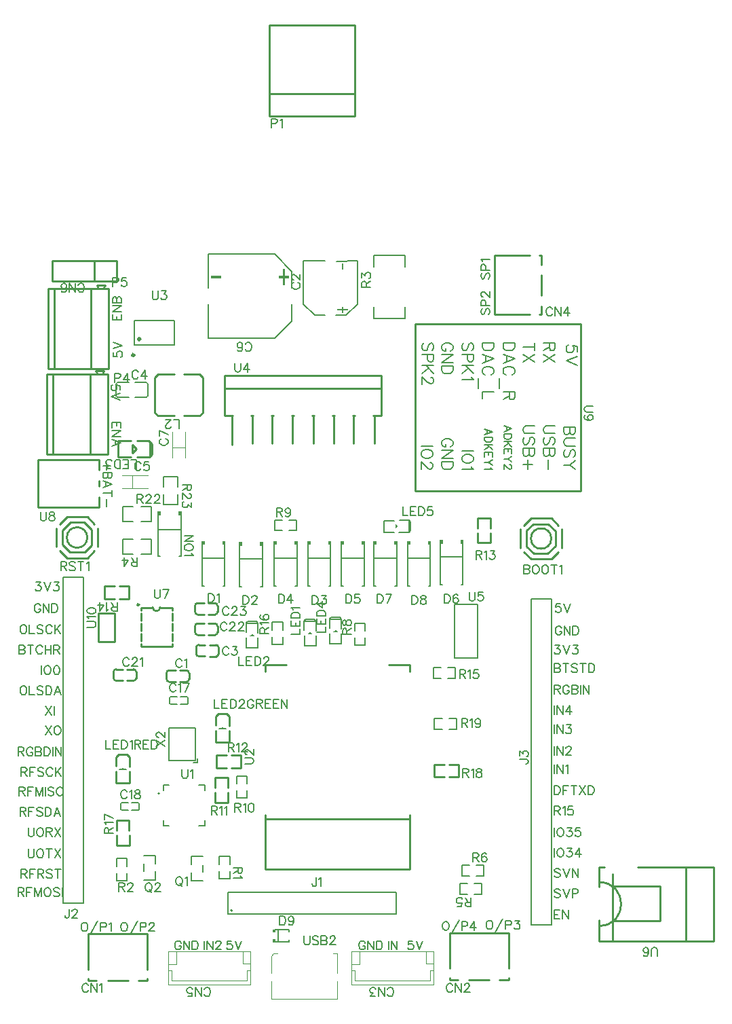
<source format=gto>
G04 Layer: TopSilkscreenLayer*
G04 EasyEDA v6.5.44, 2024-08-23 10:49:28*
G04 13edeab578334d2c94ea7048694fe743,9c714277b5a14b868680a62259e1ad39,10*
G04 Gerber Generator version 0.2*
G04 Scale: 100 percent, Rotated: No, Reflected: No *
G04 Dimensions in millimeters *
G04 leading zeros omitted , absolute positions ,4 integer and 5 decimal *
%FSLAX45Y45*%
%MOMM*%

%ADD10C,0.1520*%
%ADD11C,0.1524*%
%ADD12C,0.2032*%
%ADD13C,0.2540*%
%ADD14C,0.0800*%
%ADD15C,0.1520*%
%ADD16C,0.1500*%
%ADD17C,0.2030*%
%ADD18C,0.1200*%
%ADD19C,0.1016*%
%ADD20C,0.1999*%
%ADD21C,0.2030*%
%ADD22C,0.1000*%
%ADD23C,0.3000*%
%ADD24C,0.0130*%

%LPD*%
D10*
X-4305300Y-1701800D02*
G01*
X-4305300Y-1810004D01*
X-4271263Y-1701800D02*
G01*
X-4271263Y-1810004D01*
X-4271263Y-1701800D02*
G01*
X-4199128Y-1810004D01*
X-4199128Y-1701800D02*
G01*
X-4199128Y-1810004D01*
X-4002278Y-1701800D02*
G01*
X-4053586Y-1701800D01*
X-4058920Y-1748028D01*
X-4053586Y-1742947D01*
X-4038345Y-1737868D01*
X-4022852Y-1737868D01*
X-4007357Y-1742947D01*
X-3996944Y-1753362D01*
X-3991863Y-1768602D01*
X-3991863Y-1779015D01*
X-3996944Y-1794510D01*
X-4007357Y-1804670D01*
X-4022852Y-1810004D01*
X-4038345Y-1810004D01*
X-4053586Y-1804670D01*
X-4058920Y-1799589D01*
X-4064000Y-1789429D01*
X-3957828Y-1701800D02*
G01*
X-3916679Y-1810004D01*
X-3875531Y-1701800D02*
G01*
X-3916679Y-1810004D01*
X-4596384Y-1727454D02*
G01*
X-4601463Y-1717294D01*
X-4611878Y-1706879D01*
X-4622037Y-1701800D01*
X-4642612Y-1701800D01*
X-4653026Y-1706879D01*
X-4663186Y-1717294D01*
X-4668520Y-1727454D01*
X-4673600Y-1742947D01*
X-4673600Y-1768602D01*
X-4668520Y-1784095D01*
X-4663186Y-1794510D01*
X-4653026Y-1804670D01*
X-4642612Y-1810004D01*
X-4622037Y-1810004D01*
X-4611878Y-1804670D01*
X-4601463Y-1794510D01*
X-4596384Y-1784095D01*
X-4596384Y-1768602D01*
X-4622037Y-1768602D02*
G01*
X-4596384Y-1768602D01*
X-4562347Y-1701800D02*
G01*
X-4562347Y-1810004D01*
X-4562347Y-1701800D02*
G01*
X-4490212Y-1810004D01*
X-4490212Y-1701800D02*
G01*
X-4490212Y-1810004D01*
X-4456176Y-1701800D02*
G01*
X-4456176Y-1810004D01*
X-4456176Y-1701800D02*
G01*
X-4420107Y-1701800D01*
X-4404868Y-1706879D01*
X-4394454Y-1717294D01*
X-4389373Y-1727454D01*
X-4384294Y-1742947D01*
X-4384294Y-1768602D01*
X-4389373Y-1784095D01*
X-4394454Y-1794510D01*
X-4404868Y-1804670D01*
X-4420107Y-1810004D01*
X-4456176Y-1810004D01*
X-6895084Y-1727454D02*
G01*
X-6900163Y-1717294D01*
X-6910578Y-1706879D01*
X-6920737Y-1701800D01*
X-6941312Y-1701800D01*
X-6951726Y-1706879D01*
X-6961886Y-1717294D01*
X-6967220Y-1727454D01*
X-6972300Y-1742947D01*
X-6972300Y-1768602D01*
X-6967220Y-1784095D01*
X-6961886Y-1794510D01*
X-6951726Y-1804670D01*
X-6941312Y-1810004D01*
X-6920737Y-1810004D01*
X-6910578Y-1804670D01*
X-6900163Y-1794510D01*
X-6895084Y-1784095D01*
X-6895084Y-1768602D01*
X-6920737Y-1768602D02*
G01*
X-6895084Y-1768602D01*
X-6861047Y-1701800D02*
G01*
X-6861047Y-1810004D01*
X-6861047Y-1701800D02*
G01*
X-6788912Y-1810004D01*
X-6788912Y-1701800D02*
G01*
X-6788912Y-1810004D01*
X-6754876Y-1701800D02*
G01*
X-6754876Y-1810004D01*
X-6754876Y-1701800D02*
G01*
X-6718808Y-1701800D01*
X-6703568Y-1706879D01*
X-6693154Y-1717294D01*
X-6688073Y-1727454D01*
X-6682994Y-1742947D01*
X-6682994Y-1768602D01*
X-6688073Y-1784095D01*
X-6693154Y-1794510D01*
X-6703568Y-1804670D01*
X-6718808Y-1810004D01*
X-6754876Y-1810004D01*
X-6604000Y-1701800D02*
G01*
X-6604000Y-1810004D01*
X-6569963Y-1701800D02*
G01*
X-6569963Y-1810004D01*
X-6569963Y-1701800D02*
G01*
X-6497828Y-1810004D01*
X-6497828Y-1701800D02*
G01*
X-6497828Y-1810004D01*
X-6458712Y-1727454D02*
G01*
X-6458712Y-1722373D01*
X-6453631Y-1711960D01*
X-6448552Y-1706879D01*
X-6438137Y-1701800D01*
X-6417563Y-1701800D01*
X-6407150Y-1706879D01*
X-6402070Y-1711960D01*
X-6396989Y-1722373D01*
X-6396989Y-1732787D01*
X-6402070Y-1742947D01*
X-6412484Y-1758442D01*
X-6464045Y-1810004D01*
X-6391910Y-1810004D01*
X-6262878Y-1701800D02*
G01*
X-6314186Y-1701800D01*
X-6319520Y-1748028D01*
X-6314186Y-1742947D01*
X-6298945Y-1737868D01*
X-6283452Y-1737868D01*
X-6267957Y-1742947D01*
X-6257544Y-1753362D01*
X-6252463Y-1768602D01*
X-6252463Y-1779015D01*
X-6257544Y-1794510D01*
X-6267957Y-1804670D01*
X-6283452Y-1810004D01*
X-6298945Y-1810004D01*
X-6314186Y-1804670D01*
X-6319520Y-1799589D01*
X-6324600Y-1789429D01*
X-6218428Y-1701800D02*
G01*
X-6177279Y-1810004D01*
X-6136131Y-1701800D02*
G01*
X-6177279Y-1810004D01*
X-8109712Y-1473200D02*
G01*
X-8120126Y-1478279D01*
X-8130286Y-1488694D01*
X-8135620Y-1498854D01*
X-8140700Y-1514347D01*
X-8140700Y-1540002D01*
X-8135620Y-1555495D01*
X-8130286Y-1565910D01*
X-8120126Y-1576070D01*
X-8109712Y-1581404D01*
X-8089137Y-1581404D01*
X-8078978Y-1576070D01*
X-8068563Y-1565910D01*
X-8063484Y-1555495D01*
X-8058404Y-1540002D01*
X-8058404Y-1514347D01*
X-8063484Y-1498854D01*
X-8068563Y-1488694D01*
X-8078978Y-1478279D01*
X-8089137Y-1473200D01*
X-8109712Y-1473200D01*
X-7931658Y-1452626D02*
G01*
X-8024368Y-1617471D01*
X-7897621Y-1473200D02*
G01*
X-7897621Y-1581404D01*
X-7897621Y-1473200D02*
G01*
X-7851394Y-1473200D01*
X-7835900Y-1478279D01*
X-7830565Y-1483360D01*
X-7825486Y-1493773D01*
X-7825486Y-1509268D01*
X-7830565Y-1519428D01*
X-7835900Y-1524762D01*
X-7851394Y-1529842D01*
X-7897621Y-1529842D01*
X-7791450Y-1493773D02*
G01*
X-7781289Y-1488694D01*
X-7765795Y-1473200D01*
X-7765795Y-1581404D01*
X-7614412Y-1473200D02*
G01*
X-7624826Y-1478279D01*
X-7634986Y-1488694D01*
X-7640320Y-1498854D01*
X-7645400Y-1514347D01*
X-7645400Y-1540002D01*
X-7640320Y-1555495D01*
X-7634986Y-1565910D01*
X-7624826Y-1576070D01*
X-7614412Y-1581404D01*
X-7593837Y-1581404D01*
X-7583678Y-1576070D01*
X-7573263Y-1565910D01*
X-7568184Y-1555495D01*
X-7563104Y-1540002D01*
X-7563104Y-1514347D01*
X-7568184Y-1498854D01*
X-7573263Y-1488694D01*
X-7583678Y-1478279D01*
X-7593837Y-1473200D01*
X-7614412Y-1473200D01*
X-7436358Y-1452626D02*
G01*
X-7529068Y-1617471D01*
X-7402321Y-1473200D02*
G01*
X-7402321Y-1581404D01*
X-7402321Y-1473200D02*
G01*
X-7356094Y-1473200D01*
X-7340600Y-1478279D01*
X-7335265Y-1483360D01*
X-7330186Y-1493773D01*
X-7330186Y-1509268D01*
X-7335265Y-1519428D01*
X-7340600Y-1524762D01*
X-7356094Y-1529842D01*
X-7402321Y-1529842D01*
X-7291070Y-1498854D02*
G01*
X-7291070Y-1493773D01*
X-7285989Y-1483360D01*
X-7280655Y-1478279D01*
X-7270495Y-1473200D01*
X-7249921Y-1473200D01*
X-7239508Y-1478279D01*
X-7234428Y-1483360D01*
X-7229347Y-1493773D01*
X-7229347Y-1504187D01*
X-7234428Y-1514347D01*
X-7244842Y-1529842D01*
X-7296150Y-1581404D01*
X-7224013Y-1581404D01*
X-3055112Y-1447800D02*
G01*
X-3065526Y-1452879D01*
X-3075686Y-1463294D01*
X-3081020Y-1473454D01*
X-3086100Y-1488947D01*
X-3086100Y-1514602D01*
X-3081020Y-1530095D01*
X-3075686Y-1540510D01*
X-3065526Y-1550670D01*
X-3055112Y-1556004D01*
X-3034537Y-1556004D01*
X-3024378Y-1550670D01*
X-3013963Y-1540510D01*
X-3008884Y-1530095D01*
X-3003804Y-1514602D01*
X-3003804Y-1488947D01*
X-3008884Y-1473454D01*
X-3013963Y-1463294D01*
X-3024378Y-1452879D01*
X-3034537Y-1447800D01*
X-3055112Y-1447800D01*
X-2877057Y-1427226D02*
G01*
X-2969768Y-1592071D01*
X-2843021Y-1447800D02*
G01*
X-2843021Y-1556004D01*
X-2843021Y-1447800D02*
G01*
X-2796794Y-1447800D01*
X-2781300Y-1452879D01*
X-2775965Y-1457960D01*
X-2770886Y-1468373D01*
X-2770886Y-1483868D01*
X-2775965Y-1494028D01*
X-2781300Y-1499362D01*
X-2796794Y-1504442D01*
X-2843021Y-1504442D01*
X-2726689Y-1447800D02*
G01*
X-2670047Y-1447800D01*
X-2700781Y-1488947D01*
X-2685542Y-1488947D01*
X-2675128Y-1494028D01*
X-2670047Y-1499362D01*
X-2664713Y-1514602D01*
X-2664713Y-1525015D01*
X-2670047Y-1540510D01*
X-2680207Y-1550670D01*
X-2695702Y-1556004D01*
X-2711195Y-1556004D01*
X-2726689Y-1550670D01*
X-2731770Y-1545589D01*
X-2736850Y-1535429D01*
X-3601212Y-1460500D02*
G01*
X-3611626Y-1465579D01*
X-3621786Y-1475994D01*
X-3627120Y-1486154D01*
X-3632200Y-1501647D01*
X-3632200Y-1527302D01*
X-3627120Y-1542795D01*
X-3621786Y-1553210D01*
X-3611626Y-1563370D01*
X-3601212Y-1568704D01*
X-3580637Y-1568704D01*
X-3570478Y-1563370D01*
X-3560063Y-1553210D01*
X-3554984Y-1542795D01*
X-3549904Y-1527302D01*
X-3549904Y-1501647D01*
X-3554984Y-1486154D01*
X-3560063Y-1475994D01*
X-3570478Y-1465579D01*
X-3580637Y-1460500D01*
X-3601212Y-1460500D01*
X-3423157Y-1439926D02*
G01*
X-3515868Y-1604771D01*
X-3389121Y-1460500D02*
G01*
X-3389121Y-1568704D01*
X-3389121Y-1460500D02*
G01*
X-3342894Y-1460500D01*
X-3327400Y-1465579D01*
X-3322065Y-1470660D01*
X-3316986Y-1481073D01*
X-3316986Y-1496568D01*
X-3322065Y-1506728D01*
X-3327400Y-1512062D01*
X-3342894Y-1517142D01*
X-3389121Y-1517142D01*
X-3231642Y-1460500D02*
G01*
X-3282950Y-1532636D01*
X-3205734Y-1532636D01*
X-3231642Y-1460500D02*
G01*
X-3231642Y-1568704D01*
D11*
X-7774178Y4220463D02*
G01*
X-7867650Y4220463D01*
X-7820913Y4267200D02*
G01*
X-7820913Y4173728D01*
X-7758684Y4139437D02*
G01*
X-7867650Y4139437D01*
X-7758684Y4139437D02*
G01*
X-7758684Y4092702D01*
X-7763763Y4076954D01*
X-7769097Y4071873D01*
X-7779512Y4066539D01*
X-7789926Y4066539D01*
X-7800339Y4071873D01*
X-7805420Y4076954D01*
X-7810500Y4092702D01*
X-7810500Y4139437D02*
G01*
X-7810500Y4092702D01*
X-7815834Y4076954D01*
X-7820913Y4071873D01*
X-7831328Y4066539D01*
X-7847076Y4066539D01*
X-7857489Y4071873D01*
X-7862570Y4076954D01*
X-7867650Y4092702D01*
X-7867650Y4139437D01*
X-7758684Y3990847D02*
G01*
X-7867650Y4032250D01*
X-7758684Y3990847D02*
G01*
X-7867650Y3949192D01*
X-7831328Y4016755D02*
G01*
X-7831328Y3964939D01*
X-7758684Y3878579D02*
G01*
X-7867650Y3878579D01*
X-7758684Y3914902D02*
G01*
X-7758684Y3842257D01*
X-7820913Y3807968D02*
G01*
X-7820913Y3714495D01*
X-7657084Y5170170D02*
G01*
X-7657084Y5221986D01*
X-7703820Y5227320D01*
X-7698739Y5221986D01*
X-7693405Y5206492D01*
X-7693405Y5190744D01*
X-7698739Y5175250D01*
X-7708900Y5164836D01*
X-7724647Y5159755D01*
X-7735062Y5159755D01*
X-7750555Y5164836D01*
X-7760970Y5175250D01*
X-7766050Y5190744D01*
X-7766050Y5206492D01*
X-7760970Y5221986D01*
X-7755889Y5227320D01*
X-7745476Y5232400D01*
X-7657084Y5125465D02*
G01*
X-7766050Y5083810D01*
X-7657084Y5042154D02*
G01*
X-7766050Y5083810D01*
X-7644384Y4762500D02*
G01*
X-7753350Y4762500D01*
X-7644384Y4762500D02*
G01*
X-7644384Y4694936D01*
X-7696200Y4762500D02*
G01*
X-7696200Y4720844D01*
X-7753350Y4762500D02*
G01*
X-7753350Y4694936D01*
X-7644384Y4660645D02*
G01*
X-7753350Y4660645D01*
X-7644384Y4660645D02*
G01*
X-7753350Y4588002D01*
X-7644384Y4588002D02*
G01*
X-7753350Y4588002D01*
X-7644384Y4512055D02*
G01*
X-7753350Y4553712D01*
X-7644384Y4512055D02*
G01*
X-7753350Y4470400D01*
X-7717028Y4537963D02*
G01*
X-7717028Y4486147D01*
X-7748015Y6045200D02*
G01*
X-7639050Y6045200D01*
X-7748015Y6045200D02*
G01*
X-7748015Y6112763D01*
X-7696200Y6045200D02*
G01*
X-7696200Y6086855D01*
X-7639050Y6045200D02*
G01*
X-7639050Y6112763D01*
X-7748015Y6147054D02*
G01*
X-7639050Y6147054D01*
X-7748015Y6147054D02*
G01*
X-7639050Y6219697D01*
X-7748015Y6219697D02*
G01*
X-7639050Y6219697D01*
X-7748015Y6253987D02*
G01*
X-7639050Y6253987D01*
X-7748015Y6253987D02*
G01*
X-7748015Y6300723D01*
X-7742936Y6316471D01*
X-7737602Y6321552D01*
X-7727187Y6326886D01*
X-7716773Y6326886D01*
X-7706360Y6321552D01*
X-7701279Y6316471D01*
X-7696200Y6300723D01*
X-7696200Y6253987D02*
G01*
X-7696200Y6300723D01*
X-7690865Y6316471D01*
X-7685786Y6321552D01*
X-7675371Y6326886D01*
X-7659623Y6326886D01*
X-7649210Y6321552D01*
X-7644129Y6316471D01*
X-7639050Y6300723D01*
X-7639050Y6253987D01*
X-7735315Y5637529D02*
G01*
X-7735315Y5585713D01*
X-7688579Y5580379D01*
X-7693660Y5585713D01*
X-7698994Y5601207D01*
X-7698994Y5616955D01*
X-7693660Y5632450D01*
X-7683500Y5642863D01*
X-7667752Y5647944D01*
X-7657337Y5647944D01*
X-7641844Y5642863D01*
X-7631429Y5632450D01*
X-7626350Y5616955D01*
X-7626350Y5601207D01*
X-7631429Y5585713D01*
X-7636510Y5580379D01*
X-7646923Y5575300D01*
X-7735315Y5682234D02*
G01*
X-7626350Y5723889D01*
X-7735315Y5765545D02*
G01*
X-7626350Y5723889D01*
X-3135121Y6181344D02*
G01*
X-3145536Y6170929D01*
X-3150615Y6155436D01*
X-3150615Y6134607D01*
X-3145536Y6119113D01*
X-3135121Y6108700D01*
X-3124707Y6108700D01*
X-3114294Y6113779D01*
X-3108960Y6119113D01*
X-3103879Y6129528D01*
X-3093465Y6160770D01*
X-3088386Y6170929D01*
X-3083052Y6176263D01*
X-3072637Y6181344D01*
X-3057144Y6181344D01*
X-3046729Y6170929D01*
X-3041650Y6155436D01*
X-3041650Y6134607D01*
X-3046729Y6119113D01*
X-3057144Y6108700D01*
X-3150615Y6215634D02*
G01*
X-3041650Y6215634D01*
X-3150615Y6215634D02*
G01*
X-3150615Y6262370D01*
X-3145536Y6278118D01*
X-3140202Y6283197D01*
X-3129787Y6288531D01*
X-3114294Y6288531D01*
X-3103879Y6283197D01*
X-3098800Y6278118D01*
X-3093465Y6262370D01*
X-3093465Y6215634D01*
X-3124707Y6327902D02*
G01*
X-3129787Y6327902D01*
X-3140202Y6333236D01*
X-3145536Y6338315D01*
X-3150615Y6348729D01*
X-3150615Y6369557D01*
X-3145536Y6379971D01*
X-3140202Y6385052D01*
X-3129787Y6390386D01*
X-3119373Y6390386D01*
X-3108960Y6385052D01*
X-3093465Y6374637D01*
X-3041650Y6322821D01*
X-3041650Y6395465D01*
X-3135121Y6625844D02*
G01*
X-3145536Y6615429D01*
X-3150615Y6599936D01*
X-3150615Y6579108D01*
X-3145536Y6563613D01*
X-3135121Y6553200D01*
X-3124707Y6553200D01*
X-3114294Y6558279D01*
X-3108960Y6563613D01*
X-3103879Y6574028D01*
X-3093465Y6605270D01*
X-3088386Y6615429D01*
X-3083052Y6620763D01*
X-3072637Y6625844D01*
X-3057144Y6625844D01*
X-3046729Y6615429D01*
X-3041650Y6599936D01*
X-3041650Y6579108D01*
X-3046729Y6563613D01*
X-3057144Y6553200D01*
X-3150615Y6660134D02*
G01*
X-3041650Y6660134D01*
X-3150615Y6660134D02*
G01*
X-3150615Y6706870D01*
X-3145536Y6722618D01*
X-3140202Y6727697D01*
X-3129787Y6733031D01*
X-3114294Y6733031D01*
X-3103879Y6727697D01*
X-3098800Y6722618D01*
X-3093465Y6706870D01*
X-3093465Y6660134D01*
X-3129787Y6767321D02*
G01*
X-3135121Y6777736D01*
X-3150615Y6793229D01*
X-3041650Y6793229D01*
X-2160270Y2502915D02*
G01*
X-2212086Y2502915D01*
X-2217420Y2456179D01*
X-2212086Y2461260D01*
X-2196592Y2466594D01*
X-2180844Y2466594D01*
X-2165350Y2461260D01*
X-2154936Y2451100D01*
X-2149855Y2435352D01*
X-2149855Y2424937D01*
X-2154936Y2409444D01*
X-2165350Y2399029D01*
X-2180844Y2393950D01*
X-2196592Y2393950D01*
X-2212086Y2399029D01*
X-2217420Y2404110D01*
X-2222500Y2414523D01*
X-2115565Y2502915D02*
G01*
X-2073910Y2393950D01*
X-2032254Y2502915D02*
G01*
X-2073910Y2393950D01*
X-2144521Y2197607D02*
G01*
X-2149855Y2208021D01*
X-2160270Y2218436D01*
X-2170429Y2223515D01*
X-2191257Y2223515D01*
X-2201671Y2218436D01*
X-2212086Y2208021D01*
X-2217420Y2197607D01*
X-2222500Y2181860D01*
X-2222500Y2155952D01*
X-2217420Y2140457D01*
X-2212086Y2130044D01*
X-2201671Y2119629D01*
X-2191257Y2114550D01*
X-2170429Y2114550D01*
X-2160270Y2119629D01*
X-2149855Y2130044D01*
X-2144521Y2140457D01*
X-2144521Y2155952D01*
X-2170429Y2155952D02*
G01*
X-2144521Y2155952D01*
X-2110231Y2223515D02*
G01*
X-2110231Y2114550D01*
X-2110231Y2223515D02*
G01*
X-2037587Y2114550D01*
X-2037587Y2223515D02*
G01*
X-2037587Y2114550D01*
X-2003297Y2223515D02*
G01*
X-2003297Y2114550D01*
X-2003297Y2223515D02*
G01*
X-1966976Y2223515D01*
X-1951228Y2218436D01*
X-1940813Y2208021D01*
X-1935734Y2197607D01*
X-1930400Y2181860D01*
X-1930400Y2155952D01*
X-1935734Y2140457D01*
X-1940813Y2130044D01*
X-1951228Y2119629D01*
X-1966976Y2114550D01*
X-2003297Y2114550D01*
X-2224786Y1982215D02*
G01*
X-2167636Y1982215D01*
X-2198878Y1940560D01*
X-2183129Y1940560D01*
X-2172970Y1935479D01*
X-2167636Y1930400D01*
X-2162555Y1914652D01*
X-2162555Y1904237D01*
X-2167636Y1888744D01*
X-2178050Y1878329D01*
X-2193544Y1873250D01*
X-2209292Y1873250D01*
X-2224786Y1878329D01*
X-2230120Y1883410D01*
X-2235200Y1893823D01*
X-2128265Y1982215D02*
G01*
X-2086610Y1873250D01*
X-2044954Y1982215D02*
G01*
X-2086610Y1873250D01*
X-2000250Y1982215D02*
G01*
X-1943100Y1982215D01*
X-1974342Y1940560D01*
X-1958847Y1940560D01*
X-1948434Y1935479D01*
X-1943100Y1930400D01*
X-1938020Y1914652D01*
X-1938020Y1904237D01*
X-1943100Y1888744D01*
X-1953513Y1878329D01*
X-1969262Y1873250D01*
X-1984755Y1873250D01*
X-2000250Y1878329D01*
X-2005584Y1883410D01*
X-2010663Y1893823D01*
X-2235200Y1753615D02*
G01*
X-2235200Y1644650D01*
X-2235200Y1753615D02*
G01*
X-2188463Y1753615D01*
X-2172970Y1748536D01*
X-2167636Y1743202D01*
X-2162555Y1732787D01*
X-2162555Y1722373D01*
X-2167636Y1711960D01*
X-2172970Y1706879D01*
X-2188463Y1701800D01*
X-2235200Y1701800D02*
G01*
X-2188463Y1701800D01*
X-2172970Y1696465D01*
X-2167636Y1691386D01*
X-2162555Y1680971D01*
X-2162555Y1665223D01*
X-2167636Y1654810D01*
X-2172970Y1649729D01*
X-2188463Y1644650D01*
X-2235200Y1644650D01*
X-2091689Y1753615D02*
G01*
X-2091689Y1644650D01*
X-2128265Y1753615D02*
G01*
X-2055368Y1753615D01*
X-1948434Y1738121D02*
G01*
X-1958847Y1748536D01*
X-1974342Y1753615D01*
X-1995170Y1753615D01*
X-2010663Y1748536D01*
X-2021078Y1738121D01*
X-2021078Y1727707D01*
X-2015997Y1717294D01*
X-2010663Y1711960D01*
X-2000250Y1706879D01*
X-1969262Y1696465D01*
X-1958847Y1691386D01*
X-1953513Y1686052D01*
X-1948434Y1675637D01*
X-1948434Y1660144D01*
X-1958847Y1649729D01*
X-1974342Y1644650D01*
X-1995170Y1644650D01*
X-2010663Y1649729D01*
X-2021078Y1660144D01*
X-1877821Y1753615D02*
G01*
X-1877821Y1644650D01*
X-1914144Y1753615D02*
G01*
X-1841500Y1753615D01*
X-1807210Y1753615D02*
G01*
X-1807210Y1644650D01*
X-1807210Y1753615D02*
G01*
X-1770634Y1753615D01*
X-1755139Y1748536D01*
X-1744726Y1738121D01*
X-1739645Y1727707D01*
X-1734312Y1711960D01*
X-1734312Y1686052D01*
X-1739645Y1670557D01*
X-1744726Y1660144D01*
X-1755139Y1649729D01*
X-1770634Y1644650D01*
X-1807210Y1644650D01*
X-2235200Y1486915D02*
G01*
X-2235200Y1377950D01*
X-2235200Y1486915D02*
G01*
X-2188463Y1486915D01*
X-2172970Y1481836D01*
X-2167636Y1476502D01*
X-2162555Y1466087D01*
X-2162555Y1455673D01*
X-2167636Y1445260D01*
X-2172970Y1440179D01*
X-2188463Y1435100D01*
X-2235200Y1435100D01*
X-2198878Y1435100D02*
G01*
X-2162555Y1377950D01*
X-2050287Y1461007D02*
G01*
X-2055368Y1471421D01*
X-2065781Y1481836D01*
X-2076195Y1486915D01*
X-2097023Y1486915D01*
X-2107437Y1481836D01*
X-2117852Y1471421D01*
X-2122931Y1461007D01*
X-2128265Y1445260D01*
X-2128265Y1419352D01*
X-2122931Y1403857D01*
X-2117852Y1393444D01*
X-2107437Y1383029D01*
X-2097023Y1377950D01*
X-2076195Y1377950D01*
X-2065781Y1383029D01*
X-2055368Y1393444D01*
X-2050287Y1403857D01*
X-2050287Y1419352D01*
X-2076195Y1419352D02*
G01*
X-2050287Y1419352D01*
X-2015997Y1486915D02*
G01*
X-2015997Y1377950D01*
X-2015997Y1486915D02*
G01*
X-1969262Y1486915D01*
X-1953513Y1481836D01*
X-1948434Y1476502D01*
X-1943100Y1466087D01*
X-1943100Y1455673D01*
X-1948434Y1445260D01*
X-1953513Y1440179D01*
X-1969262Y1435100D01*
X-2015997Y1435100D02*
G01*
X-1969262Y1435100D01*
X-1953513Y1429765D01*
X-1948434Y1424686D01*
X-1943100Y1414271D01*
X-1943100Y1398523D01*
X-1948434Y1388110D01*
X-1953513Y1383029D01*
X-1969262Y1377950D01*
X-2015997Y1377950D01*
X-1908810Y1486915D02*
G01*
X-1908810Y1377950D01*
X-1874520Y1486915D02*
G01*
X-1874520Y1377950D01*
X-1874520Y1486915D02*
G01*
X-1801876Y1377950D01*
X-1801876Y1486915D02*
G01*
X-1801876Y1377950D01*
X-2235200Y1232915D02*
G01*
X-2235200Y1123950D01*
X-2200910Y1232915D02*
G01*
X-2200910Y1123950D01*
X-2200910Y1232915D02*
G01*
X-2128265Y1123950D01*
X-2128265Y1232915D02*
G01*
X-2128265Y1123950D01*
X-2041905Y1232915D02*
G01*
X-2093976Y1160271D01*
X-2015997Y1160271D01*
X-2041905Y1232915D02*
G01*
X-2041905Y1123950D01*
X-2235200Y991615D02*
G01*
X-2235200Y882650D01*
X-2200910Y991615D02*
G01*
X-2200910Y882650D01*
X-2200910Y991615D02*
G01*
X-2128265Y882650D01*
X-2128265Y991615D02*
G01*
X-2128265Y882650D01*
X-2083562Y991615D02*
G01*
X-2026412Y991615D01*
X-2057400Y949960D01*
X-2041905Y949960D01*
X-2031492Y944879D01*
X-2026412Y939800D01*
X-2021078Y924052D01*
X-2021078Y913637D01*
X-2026412Y898144D01*
X-2036826Y887729D01*
X-2052320Y882650D01*
X-2067813Y882650D01*
X-2083562Y887729D01*
X-2088642Y892810D01*
X-2093976Y903223D01*
X-2235200Y724915D02*
G01*
X-2235200Y615950D01*
X-2200910Y724915D02*
G01*
X-2200910Y615950D01*
X-2200910Y724915D02*
G01*
X-2128265Y615950D01*
X-2128265Y724915D02*
G01*
X-2128265Y615950D01*
X-2088642Y699007D02*
G01*
X-2088642Y704087D01*
X-2083562Y714502D01*
X-2078228Y719836D01*
X-2067813Y724915D01*
X-2047239Y724915D01*
X-2036826Y719836D01*
X-2031492Y714502D01*
X-2026412Y704087D01*
X-2026412Y693673D01*
X-2031492Y683260D01*
X-2041905Y667765D01*
X-2093976Y615950D01*
X-2021078Y615950D01*
X-2235200Y496315D02*
G01*
X-2235200Y387350D01*
X-2200910Y496315D02*
G01*
X-2200910Y387350D01*
X-2200910Y496315D02*
G01*
X-2128265Y387350D01*
X-2128265Y496315D02*
G01*
X-2128265Y387350D01*
X-2093976Y475487D02*
G01*
X-2083562Y480821D01*
X-2067813Y496315D01*
X-2067813Y387350D01*
X-2235200Y229615D02*
G01*
X-2235200Y120650D01*
X-2235200Y229615D02*
G01*
X-2198878Y229615D01*
X-2183129Y224536D01*
X-2172970Y214121D01*
X-2167636Y203707D01*
X-2162555Y187960D01*
X-2162555Y162052D01*
X-2167636Y146557D01*
X-2172970Y136144D01*
X-2183129Y125729D01*
X-2198878Y120650D01*
X-2235200Y120650D01*
X-2128265Y229615D02*
G01*
X-2128265Y120650D01*
X-2128265Y229615D02*
G01*
X-2060702Y229615D01*
X-2128265Y177800D02*
G01*
X-2086610Y177800D01*
X-1990089Y229615D02*
G01*
X-1990089Y120650D01*
X-2026412Y229615D02*
G01*
X-1953513Y229615D01*
X-1919223Y229615D02*
G01*
X-1846579Y120650D01*
X-1846579Y229615D02*
G01*
X-1919223Y120650D01*
X-1812289Y229615D02*
G01*
X-1812289Y120650D01*
X-1812289Y229615D02*
G01*
X-1775968Y229615D01*
X-1760220Y224536D01*
X-1750060Y214121D01*
X-1744726Y203707D01*
X-1739645Y187960D01*
X-1739645Y162052D01*
X-1744726Y146557D01*
X-1750060Y136144D01*
X-1760220Y125729D01*
X-1775968Y120650D01*
X-1812289Y120650D01*
X-2235200Y-24384D02*
G01*
X-2235200Y-133350D01*
X-2235200Y-24384D02*
G01*
X-2188463Y-24384D01*
X-2172970Y-29463D01*
X-2167636Y-34797D01*
X-2162555Y-45212D01*
X-2162555Y-55626D01*
X-2167636Y-66039D01*
X-2172970Y-71120D01*
X-2188463Y-76200D01*
X-2235200Y-76200D01*
X-2198878Y-76200D02*
G01*
X-2162555Y-133350D01*
X-2128265Y-45212D02*
G01*
X-2117852Y-39878D01*
X-2102104Y-24384D01*
X-2102104Y-133350D01*
X-2005584Y-24384D02*
G01*
X-2057400Y-24384D01*
X-2062734Y-71120D01*
X-2057400Y-66039D01*
X-2041905Y-60705D01*
X-2026412Y-60705D01*
X-2010663Y-66039D01*
X-2000250Y-76200D01*
X-1995170Y-91947D01*
X-1995170Y-102362D01*
X-2000250Y-117855D01*
X-2010663Y-128270D01*
X-2026412Y-133350D01*
X-2041905Y-133350D01*
X-2057400Y-128270D01*
X-2062734Y-123189D01*
X-2067813Y-112776D01*
X-2235200Y-291084D02*
G01*
X-2235200Y-400050D01*
X-2169668Y-291084D02*
G01*
X-2180081Y-296163D01*
X-2190495Y-306578D01*
X-2195829Y-316992D01*
X-2200910Y-332739D01*
X-2200910Y-358647D01*
X-2195829Y-374142D01*
X-2190495Y-384555D01*
X-2180081Y-394970D01*
X-2169668Y-400050D01*
X-2148839Y-400050D01*
X-2138679Y-394970D01*
X-2128265Y-384555D01*
X-2122931Y-374142D01*
X-2117852Y-358647D01*
X-2117852Y-332739D01*
X-2122931Y-316992D01*
X-2128265Y-306578D01*
X-2138679Y-296163D01*
X-2148839Y-291084D01*
X-2169668Y-291084D01*
X-2073147Y-291084D02*
G01*
X-2015997Y-291084D01*
X-2047239Y-332739D01*
X-2031492Y-332739D01*
X-2021078Y-337820D01*
X-2015997Y-342900D01*
X-2010663Y-358647D01*
X-2010663Y-369062D01*
X-2015997Y-384555D01*
X-2026412Y-394970D01*
X-2041905Y-400050D01*
X-2057400Y-400050D01*
X-2073147Y-394970D01*
X-2078228Y-389889D01*
X-2083562Y-379476D01*
X-1914144Y-291084D02*
G01*
X-1965960Y-291084D01*
X-1971294Y-337820D01*
X-1965960Y-332739D01*
X-1950465Y-327405D01*
X-1934971Y-327405D01*
X-1919223Y-332739D01*
X-1908810Y-342900D01*
X-1903729Y-358647D01*
X-1903729Y-369062D01*
X-1908810Y-384555D01*
X-1919223Y-394970D01*
X-1934971Y-400050D01*
X-1950465Y-400050D01*
X-1965960Y-394970D01*
X-1971294Y-389889D01*
X-1976373Y-379476D01*
X-2235200Y-545084D02*
G01*
X-2235200Y-654050D01*
X-2169668Y-545084D02*
G01*
X-2180081Y-550163D01*
X-2190495Y-560578D01*
X-2195829Y-570992D01*
X-2200910Y-586739D01*
X-2200910Y-612647D01*
X-2195829Y-628142D01*
X-2190495Y-638555D01*
X-2180081Y-648970D01*
X-2169668Y-654050D01*
X-2148839Y-654050D01*
X-2138679Y-648970D01*
X-2128265Y-638555D01*
X-2122931Y-628142D01*
X-2117852Y-612647D01*
X-2117852Y-586739D01*
X-2122931Y-570992D01*
X-2128265Y-560578D01*
X-2138679Y-550163D01*
X-2148839Y-545084D01*
X-2169668Y-545084D01*
X-2073147Y-545084D02*
G01*
X-2015997Y-545084D01*
X-2047239Y-586739D01*
X-2031492Y-586739D01*
X-2021078Y-591820D01*
X-2015997Y-596900D01*
X-2010663Y-612647D01*
X-2010663Y-623062D01*
X-2015997Y-638555D01*
X-2026412Y-648970D01*
X-2041905Y-654050D01*
X-2057400Y-654050D01*
X-2073147Y-648970D01*
X-2078228Y-643889D01*
X-2083562Y-633476D01*
X-1924557Y-545084D02*
G01*
X-1976373Y-617728D01*
X-1898650Y-617728D01*
X-1924557Y-545084D02*
G01*
X-1924557Y-654050D01*
X-2162555Y-814578D02*
G01*
X-2172970Y-804163D01*
X-2188463Y-799084D01*
X-2209292Y-799084D01*
X-2224786Y-804163D01*
X-2235200Y-814578D01*
X-2235200Y-824992D01*
X-2230120Y-835405D01*
X-2224786Y-840739D01*
X-2214371Y-845820D01*
X-2183129Y-856234D01*
X-2172970Y-861313D01*
X-2167636Y-866647D01*
X-2162555Y-877062D01*
X-2162555Y-892555D01*
X-2172970Y-902970D01*
X-2188463Y-908050D01*
X-2209292Y-908050D01*
X-2224786Y-902970D01*
X-2235200Y-892555D01*
X-2128265Y-799084D02*
G01*
X-2086610Y-908050D01*
X-2044954Y-799084D02*
G01*
X-2086610Y-908050D01*
X-2010663Y-799084D02*
G01*
X-2010663Y-908050D01*
X-2010663Y-799084D02*
G01*
X-1938020Y-908050D01*
X-1938020Y-799084D02*
G01*
X-1938020Y-908050D01*
X-2162555Y-1068578D02*
G01*
X-2172970Y-1058163D01*
X-2188463Y-1053084D01*
X-2209292Y-1053084D01*
X-2224786Y-1058163D01*
X-2235200Y-1068578D01*
X-2235200Y-1078992D01*
X-2230120Y-1089405D01*
X-2224786Y-1094739D01*
X-2214371Y-1099820D01*
X-2183129Y-1110234D01*
X-2172970Y-1115313D01*
X-2167636Y-1120647D01*
X-2162555Y-1131062D01*
X-2162555Y-1146555D01*
X-2172970Y-1156970D01*
X-2188463Y-1162050D01*
X-2209292Y-1162050D01*
X-2224786Y-1156970D01*
X-2235200Y-1146555D01*
X-2128265Y-1053084D02*
G01*
X-2086610Y-1162050D01*
X-2044954Y-1053084D02*
G01*
X-2086610Y-1162050D01*
X-2010663Y-1053084D02*
G01*
X-2010663Y-1162050D01*
X-2010663Y-1053084D02*
G01*
X-1963928Y-1053084D01*
X-1948434Y-1058163D01*
X-1943100Y-1063497D01*
X-1938020Y-1073912D01*
X-1938020Y-1089405D01*
X-1943100Y-1099820D01*
X-1948434Y-1104900D01*
X-1963928Y-1110234D01*
X-2010663Y-1110234D01*
X-2235200Y-1319784D02*
G01*
X-2235200Y-1428750D01*
X-2235200Y-1319784D02*
G01*
X-2167636Y-1319784D01*
X-2235200Y-1371600D02*
G01*
X-2193544Y-1371600D01*
X-2235200Y-1428750D02*
G01*
X-2167636Y-1428750D01*
X-2133345Y-1319784D02*
G01*
X-2133345Y-1428750D01*
X-2133345Y-1319784D02*
G01*
X-2060702Y-1428750D01*
X-2060702Y-1319784D02*
G01*
X-2060702Y-1428750D01*
X-8928100Y-1040384D02*
G01*
X-8928100Y-1149350D01*
X-8928100Y-1040384D02*
G01*
X-8881363Y-1040384D01*
X-8865870Y-1045463D01*
X-8860536Y-1050797D01*
X-8855455Y-1061212D01*
X-8855455Y-1071626D01*
X-8860536Y-1082039D01*
X-8865870Y-1087120D01*
X-8881363Y-1092200D01*
X-8928100Y-1092200D01*
X-8891778Y-1092200D02*
G01*
X-8855455Y-1149350D01*
X-8821165Y-1040384D02*
G01*
X-8821165Y-1149350D01*
X-8821165Y-1040384D02*
G01*
X-8753602Y-1040384D01*
X-8821165Y-1092200D02*
G01*
X-8779510Y-1092200D01*
X-8719312Y-1040384D02*
G01*
X-8719312Y-1149350D01*
X-8719312Y-1040384D02*
G01*
X-8677655Y-1149350D01*
X-8636000Y-1040384D02*
G01*
X-8677655Y-1149350D01*
X-8636000Y-1040384D02*
G01*
X-8636000Y-1149350D01*
X-8570721Y-1040384D02*
G01*
X-8581136Y-1045463D01*
X-8591550Y-1055878D01*
X-8596629Y-1066292D01*
X-8601710Y-1082039D01*
X-8601710Y-1107947D01*
X-8596629Y-1123442D01*
X-8591550Y-1133855D01*
X-8581136Y-1144270D01*
X-8570721Y-1149350D01*
X-8549894Y-1149350D01*
X-8539479Y-1144270D01*
X-8529065Y-1133855D01*
X-8523986Y-1123442D01*
X-8518652Y-1107947D01*
X-8518652Y-1082039D01*
X-8523986Y-1066292D01*
X-8529065Y-1055878D01*
X-8539479Y-1045463D01*
X-8549894Y-1040384D01*
X-8570721Y-1040384D01*
X-8411718Y-1055878D02*
G01*
X-8422131Y-1045463D01*
X-8437626Y-1040384D01*
X-8458454Y-1040384D01*
X-8473947Y-1045463D01*
X-8484362Y-1055878D01*
X-8484362Y-1066292D01*
X-8479281Y-1076705D01*
X-8473947Y-1082039D01*
X-8463534Y-1087120D01*
X-8432545Y-1097534D01*
X-8422131Y-1102613D01*
X-8416797Y-1107947D01*
X-8411718Y-1118362D01*
X-8411718Y-1133855D01*
X-8422131Y-1144270D01*
X-8437626Y-1149350D01*
X-8458454Y-1149350D01*
X-8473947Y-1144270D01*
X-8484362Y-1133855D01*
X-8377428Y-1040384D02*
G01*
X-8377428Y-1149350D01*
X-8890000Y-811784D02*
G01*
X-8890000Y-920750D01*
X-8890000Y-811784D02*
G01*
X-8843263Y-811784D01*
X-8827770Y-816863D01*
X-8822436Y-822197D01*
X-8817355Y-832612D01*
X-8817355Y-843026D01*
X-8822436Y-853439D01*
X-8827770Y-858520D01*
X-8843263Y-863600D01*
X-8890000Y-863600D01*
X-8853678Y-863600D02*
G01*
X-8817355Y-920750D01*
X-8783065Y-811784D02*
G01*
X-8783065Y-920750D01*
X-8783065Y-811784D02*
G01*
X-8715502Y-811784D01*
X-8783065Y-863600D02*
G01*
X-8741410Y-863600D01*
X-8681212Y-811784D02*
G01*
X-8681212Y-920750D01*
X-8681212Y-811784D02*
G01*
X-8634476Y-811784D01*
X-8618728Y-816863D01*
X-8613647Y-822197D01*
X-8608313Y-832612D01*
X-8608313Y-843026D01*
X-8613647Y-853439D01*
X-8618728Y-858520D01*
X-8634476Y-863600D01*
X-8681212Y-863600D01*
X-8644889Y-863600D02*
G01*
X-8608313Y-920750D01*
X-8501379Y-827278D02*
G01*
X-8511794Y-816863D01*
X-8527287Y-811784D01*
X-8548115Y-811784D01*
X-8563610Y-816863D01*
X-8574024Y-827278D01*
X-8574024Y-837692D01*
X-8568944Y-848105D01*
X-8563610Y-853439D01*
X-8553450Y-858520D01*
X-8522208Y-868934D01*
X-8511794Y-874013D01*
X-8506460Y-879347D01*
X-8501379Y-889762D01*
X-8501379Y-905255D01*
X-8511794Y-915670D01*
X-8527287Y-920750D01*
X-8548115Y-920750D01*
X-8563610Y-915670D01*
X-8574024Y-905255D01*
X-8430768Y-811784D02*
G01*
X-8430768Y-920750D01*
X-8467089Y-811784D02*
G01*
X-8394445Y-811784D01*
X-8801100Y-557784D02*
G01*
X-8801100Y-635762D01*
X-8796020Y-651255D01*
X-8785605Y-661670D01*
X-8769858Y-666750D01*
X-8759444Y-666750D01*
X-8743950Y-661670D01*
X-8733536Y-651255D01*
X-8728455Y-635762D01*
X-8728455Y-557784D01*
X-8662924Y-557784D02*
G01*
X-8673337Y-562863D01*
X-8683752Y-573278D01*
X-8688831Y-583692D01*
X-8694165Y-599439D01*
X-8694165Y-625347D01*
X-8688831Y-640842D01*
X-8683752Y-651255D01*
X-8673337Y-661670D01*
X-8662924Y-666750D01*
X-8642095Y-666750D01*
X-8631681Y-661670D01*
X-8621268Y-651255D01*
X-8616187Y-640842D01*
X-8610854Y-625347D01*
X-8610854Y-599439D01*
X-8616187Y-583692D01*
X-8621268Y-573278D01*
X-8631681Y-562863D01*
X-8642095Y-557784D01*
X-8662924Y-557784D01*
X-8540242Y-557784D02*
G01*
X-8540242Y-666750D01*
X-8576563Y-557784D02*
G01*
X-8503920Y-557784D01*
X-8469629Y-557784D02*
G01*
X-8396986Y-666750D01*
X-8396986Y-557784D02*
G01*
X-8469629Y-666750D01*
X-8801100Y-291084D02*
G01*
X-8801100Y-369062D01*
X-8796020Y-384555D01*
X-8785605Y-394970D01*
X-8769858Y-400050D01*
X-8759444Y-400050D01*
X-8743950Y-394970D01*
X-8733536Y-384555D01*
X-8728455Y-369062D01*
X-8728455Y-291084D01*
X-8662924Y-291084D02*
G01*
X-8673337Y-296163D01*
X-8683752Y-306578D01*
X-8688831Y-316992D01*
X-8694165Y-332739D01*
X-8694165Y-358647D01*
X-8688831Y-374142D01*
X-8683752Y-384555D01*
X-8673337Y-394970D01*
X-8662924Y-400050D01*
X-8642095Y-400050D01*
X-8631681Y-394970D01*
X-8621268Y-384555D01*
X-8616187Y-374142D01*
X-8610854Y-358647D01*
X-8610854Y-332739D01*
X-8616187Y-316992D01*
X-8621268Y-306578D01*
X-8631681Y-296163D01*
X-8642095Y-291084D01*
X-8662924Y-291084D01*
X-8576563Y-291084D02*
G01*
X-8576563Y-400050D01*
X-8576563Y-291084D02*
G01*
X-8529828Y-291084D01*
X-8514334Y-296163D01*
X-8509000Y-301497D01*
X-8503920Y-311912D01*
X-8503920Y-322326D01*
X-8509000Y-332739D01*
X-8514334Y-337820D01*
X-8529828Y-342900D01*
X-8576563Y-342900D01*
X-8540242Y-342900D02*
G01*
X-8503920Y-400050D01*
X-8469629Y-291084D02*
G01*
X-8396986Y-400050D01*
X-8396986Y-291084D02*
G01*
X-8469629Y-400050D01*
X-8902700Y-37084D02*
G01*
X-8902700Y-146050D01*
X-8902700Y-37084D02*
G01*
X-8855963Y-37084D01*
X-8840470Y-42163D01*
X-8835136Y-47497D01*
X-8830055Y-57912D01*
X-8830055Y-68326D01*
X-8835136Y-78739D01*
X-8840470Y-83820D01*
X-8855963Y-88900D01*
X-8902700Y-88900D01*
X-8866378Y-88900D02*
G01*
X-8830055Y-146050D01*
X-8795765Y-37084D02*
G01*
X-8795765Y-146050D01*
X-8795765Y-37084D02*
G01*
X-8728202Y-37084D01*
X-8795765Y-88900D02*
G01*
X-8754110Y-88900D01*
X-8621013Y-52578D02*
G01*
X-8631428Y-42163D01*
X-8647176Y-37084D01*
X-8667750Y-37084D01*
X-8683497Y-42163D01*
X-8693912Y-52578D01*
X-8693912Y-62992D01*
X-8688578Y-73405D01*
X-8683497Y-78739D01*
X-8673084Y-83820D01*
X-8641842Y-94234D01*
X-8631428Y-99313D01*
X-8626347Y-104647D01*
X-8621013Y-115062D01*
X-8621013Y-130555D01*
X-8631428Y-140970D01*
X-8647176Y-146050D01*
X-8667750Y-146050D01*
X-8683497Y-140970D01*
X-8693912Y-130555D01*
X-8586724Y-37084D02*
G01*
X-8586724Y-146050D01*
X-8586724Y-37084D02*
G01*
X-8550402Y-37084D01*
X-8534908Y-42163D01*
X-8524494Y-52578D01*
X-8519160Y-62992D01*
X-8514079Y-78739D01*
X-8514079Y-104647D01*
X-8519160Y-120142D01*
X-8524494Y-130555D01*
X-8534908Y-140970D01*
X-8550402Y-146050D01*
X-8586724Y-146050D01*
X-8438134Y-37084D02*
G01*
X-8479789Y-146050D01*
X-8438134Y-37084D02*
G01*
X-8396731Y-146050D01*
X-8464295Y-109728D02*
G01*
X-8412226Y-109728D01*
X-8915400Y216915D02*
G01*
X-8915400Y107950D01*
X-8915400Y216915D02*
G01*
X-8868663Y216915D01*
X-8853170Y211836D01*
X-8847836Y206502D01*
X-8842755Y196087D01*
X-8842755Y185673D01*
X-8847836Y175260D01*
X-8853170Y170179D01*
X-8868663Y165100D01*
X-8915400Y165100D01*
X-8879078Y165100D02*
G01*
X-8842755Y107950D01*
X-8808465Y216915D02*
G01*
X-8808465Y107950D01*
X-8808465Y216915D02*
G01*
X-8740902Y216915D01*
X-8808465Y165100D02*
G01*
X-8766810Y165100D01*
X-8706612Y216915D02*
G01*
X-8706612Y107950D01*
X-8706612Y216915D02*
G01*
X-8664955Y107950D01*
X-8623300Y216915D02*
G01*
X-8664955Y107950D01*
X-8623300Y216915D02*
G01*
X-8623300Y107950D01*
X-8589010Y216915D02*
G01*
X-8589010Y107950D01*
X-8482076Y201421D02*
G01*
X-8492489Y211836D01*
X-8507984Y216915D01*
X-8528812Y216915D01*
X-8544560Y211836D01*
X-8554720Y201421D01*
X-8554720Y191007D01*
X-8549639Y180594D01*
X-8544560Y175260D01*
X-8534145Y170179D01*
X-8502904Y159765D01*
X-8492489Y154686D01*
X-8487410Y149352D01*
X-8482076Y138937D01*
X-8482076Y123444D01*
X-8492489Y113029D01*
X-8507984Y107950D01*
X-8528812Y107950D01*
X-8544560Y113029D01*
X-8554720Y123444D01*
X-8416544Y216915D02*
G01*
X-8426958Y211836D01*
X-8437371Y201421D01*
X-8442705Y191007D01*
X-8447786Y175260D01*
X-8447786Y149352D01*
X-8442705Y133857D01*
X-8437371Y123444D01*
X-8426958Y113029D01*
X-8416544Y107950D01*
X-8395970Y107950D01*
X-8385555Y113029D01*
X-8375142Y123444D01*
X-8369808Y133857D01*
X-8364728Y149352D01*
X-8364728Y175260D01*
X-8369808Y191007D01*
X-8375142Y201421D01*
X-8385555Y211836D01*
X-8395970Y216915D01*
X-8416544Y216915D01*
X-8890000Y458215D02*
G01*
X-8890000Y349250D01*
X-8890000Y458215D02*
G01*
X-8843263Y458215D01*
X-8827770Y453136D01*
X-8822436Y447802D01*
X-8817355Y437387D01*
X-8817355Y426973D01*
X-8822436Y416560D01*
X-8827770Y411479D01*
X-8843263Y406400D01*
X-8890000Y406400D01*
X-8853678Y406400D02*
G01*
X-8817355Y349250D01*
X-8783065Y458215D02*
G01*
X-8783065Y349250D01*
X-8783065Y458215D02*
G01*
X-8715502Y458215D01*
X-8783065Y406400D02*
G01*
X-8741410Y406400D01*
X-8608313Y442721D02*
G01*
X-8618728Y453136D01*
X-8634476Y458215D01*
X-8655050Y458215D01*
X-8670797Y453136D01*
X-8681212Y442721D01*
X-8681212Y432307D01*
X-8675878Y421894D01*
X-8670797Y416560D01*
X-8660384Y411479D01*
X-8629142Y401065D01*
X-8618728Y395986D01*
X-8613647Y390652D01*
X-8608313Y380237D01*
X-8608313Y364744D01*
X-8618728Y354329D01*
X-8634476Y349250D01*
X-8655050Y349250D01*
X-8670797Y354329D01*
X-8681212Y364744D01*
X-8496300Y432307D02*
G01*
X-8501379Y442721D01*
X-8511794Y453136D01*
X-8522208Y458215D01*
X-8543036Y458215D01*
X-8553450Y453136D01*
X-8563610Y442721D01*
X-8568944Y432307D01*
X-8574024Y416560D01*
X-8574024Y390652D01*
X-8568944Y375157D01*
X-8563610Y364744D01*
X-8553450Y354329D01*
X-8543036Y349250D01*
X-8522208Y349250D01*
X-8511794Y354329D01*
X-8501379Y364744D01*
X-8496300Y375157D01*
X-8462010Y458215D02*
G01*
X-8462010Y349250D01*
X-8389112Y458215D02*
G01*
X-8462010Y385571D01*
X-8435847Y411479D02*
G01*
X-8389112Y349250D01*
X-8928100Y712215D02*
G01*
X-8928100Y603250D01*
X-8928100Y712215D02*
G01*
X-8881363Y712215D01*
X-8865870Y707136D01*
X-8860536Y701802D01*
X-8855455Y691387D01*
X-8855455Y680973D01*
X-8860536Y670560D01*
X-8865870Y665479D01*
X-8881363Y660400D01*
X-8928100Y660400D01*
X-8891778Y660400D02*
G01*
X-8855455Y603250D01*
X-8743187Y686307D02*
G01*
X-8748268Y696721D01*
X-8758681Y707136D01*
X-8769095Y712215D01*
X-8789924Y712215D01*
X-8800337Y707136D01*
X-8810752Y696721D01*
X-8815831Y686307D01*
X-8821165Y670560D01*
X-8821165Y644652D01*
X-8815831Y629157D01*
X-8810752Y618744D01*
X-8800337Y608329D01*
X-8789924Y603250D01*
X-8769095Y603250D01*
X-8758681Y608329D01*
X-8748268Y618744D01*
X-8743187Y629157D01*
X-8743187Y644652D01*
X-8769095Y644652D02*
G01*
X-8743187Y644652D01*
X-8708897Y712215D02*
G01*
X-8708897Y603250D01*
X-8708897Y712215D02*
G01*
X-8662162Y712215D01*
X-8646413Y707136D01*
X-8641334Y701802D01*
X-8636000Y691387D01*
X-8636000Y680973D01*
X-8641334Y670560D01*
X-8646413Y665479D01*
X-8662162Y660400D01*
X-8708897Y660400D02*
G01*
X-8662162Y660400D01*
X-8646413Y655065D01*
X-8641334Y649986D01*
X-8636000Y639571D01*
X-8636000Y623823D01*
X-8641334Y613410D01*
X-8646413Y608329D01*
X-8662162Y603250D01*
X-8708897Y603250D01*
X-8601710Y712215D02*
G01*
X-8601710Y603250D01*
X-8601710Y712215D02*
G01*
X-8565387Y712215D01*
X-8549894Y707136D01*
X-8539479Y696721D01*
X-8534400Y686307D01*
X-8529065Y670560D01*
X-8529065Y644652D01*
X-8534400Y629157D01*
X-8539479Y618744D01*
X-8549894Y608329D01*
X-8565387Y603250D01*
X-8601710Y603250D01*
X-8494776Y712215D02*
G01*
X-8494776Y603250D01*
X-8460486Y712215D02*
G01*
X-8460486Y603250D01*
X-8460486Y712215D02*
G01*
X-8387842Y603250D01*
X-8387842Y712215D02*
G01*
X-8387842Y603250D01*
X-8585200Y978915D02*
G01*
X-8512555Y869950D01*
X-8512555Y978915D02*
G01*
X-8585200Y869950D01*
X-8447024Y978915D02*
G01*
X-8457437Y973836D01*
X-8467852Y963421D01*
X-8472931Y953007D01*
X-8478265Y937260D01*
X-8478265Y911352D01*
X-8472931Y895857D01*
X-8467852Y885444D01*
X-8457437Y875029D01*
X-8447024Y869950D01*
X-8426195Y869950D01*
X-8415781Y875029D01*
X-8405368Y885444D01*
X-8400287Y895857D01*
X-8394954Y911352D01*
X-8394954Y937260D01*
X-8400287Y953007D01*
X-8405368Y963421D01*
X-8415781Y973836D01*
X-8426195Y978915D01*
X-8447024Y978915D01*
X-8585200Y1220215D02*
G01*
X-8512555Y1111250D01*
X-8512555Y1220215D02*
G01*
X-8585200Y1111250D01*
X-8478265Y1220215D02*
G01*
X-8478265Y1111250D01*
X-8871458Y1474215D02*
G01*
X-8881871Y1469136D01*
X-8892286Y1458721D01*
X-8897620Y1448307D01*
X-8902700Y1432560D01*
X-8902700Y1406652D01*
X-8897620Y1391157D01*
X-8892286Y1380744D01*
X-8881871Y1370329D01*
X-8871458Y1365250D01*
X-8850629Y1365250D01*
X-8840470Y1370329D01*
X-8830055Y1380744D01*
X-8824721Y1391157D01*
X-8819642Y1406652D01*
X-8819642Y1432560D01*
X-8824721Y1448307D01*
X-8830055Y1458721D01*
X-8840470Y1469136D01*
X-8850629Y1474215D01*
X-8871458Y1474215D01*
X-8785352Y1474215D02*
G01*
X-8785352Y1365250D01*
X-8785352Y1365250D02*
G01*
X-8722868Y1365250D01*
X-8615934Y1458721D02*
G01*
X-8626347Y1469136D01*
X-8641842Y1474215D01*
X-8662670Y1474215D01*
X-8678163Y1469136D01*
X-8688578Y1458721D01*
X-8688578Y1448307D01*
X-8683497Y1437894D01*
X-8678163Y1432560D01*
X-8667750Y1427479D01*
X-8636762Y1417065D01*
X-8626347Y1411986D01*
X-8621013Y1406652D01*
X-8615934Y1396237D01*
X-8615934Y1380744D01*
X-8626347Y1370329D01*
X-8641842Y1365250D01*
X-8662670Y1365250D01*
X-8678163Y1370329D01*
X-8688578Y1380744D01*
X-8581644Y1474215D02*
G01*
X-8581644Y1365250D01*
X-8581644Y1474215D02*
G01*
X-8545321Y1474215D01*
X-8529574Y1469136D01*
X-8519160Y1458721D01*
X-8514079Y1448307D01*
X-8509000Y1432560D01*
X-8509000Y1406652D01*
X-8514079Y1391157D01*
X-8519160Y1380744D01*
X-8529574Y1370329D01*
X-8545321Y1365250D01*
X-8581644Y1365250D01*
X-8433054Y1474215D02*
G01*
X-8474710Y1365250D01*
X-8433054Y1474215D02*
G01*
X-8391397Y1365250D01*
X-8458962Y1401571D02*
G01*
X-8407145Y1401571D01*
X-8636000Y1728215D02*
G01*
X-8636000Y1619250D01*
X-8570468Y1728215D02*
G01*
X-8580881Y1723136D01*
X-8591295Y1712721D01*
X-8596629Y1702307D01*
X-8601710Y1686560D01*
X-8601710Y1660652D01*
X-8596629Y1645157D01*
X-8591295Y1634744D01*
X-8580881Y1624329D01*
X-8570468Y1619250D01*
X-8549639Y1619250D01*
X-8539479Y1624329D01*
X-8529065Y1634744D01*
X-8523731Y1645157D01*
X-8518652Y1660652D01*
X-8518652Y1686560D01*
X-8523731Y1702307D01*
X-8529065Y1712721D01*
X-8539479Y1723136D01*
X-8549639Y1728215D01*
X-8570468Y1728215D01*
X-8453120Y1728215D02*
G01*
X-8468613Y1723136D01*
X-8479028Y1707387D01*
X-8484362Y1681479D01*
X-8484362Y1665986D01*
X-8479028Y1639823D01*
X-8468613Y1624329D01*
X-8453120Y1619250D01*
X-8442705Y1619250D01*
X-8427212Y1624329D01*
X-8416797Y1639823D01*
X-8411463Y1665986D01*
X-8411463Y1681479D01*
X-8416797Y1707387D01*
X-8427212Y1723136D01*
X-8442705Y1728215D01*
X-8453120Y1728215D01*
X-8915400Y1982215D02*
G01*
X-8915400Y1873250D01*
X-8915400Y1982215D02*
G01*
X-8868663Y1982215D01*
X-8853170Y1977136D01*
X-8847836Y1971802D01*
X-8842755Y1961387D01*
X-8842755Y1950973D01*
X-8847836Y1940560D01*
X-8853170Y1935479D01*
X-8868663Y1930400D01*
X-8915400Y1930400D02*
G01*
X-8868663Y1930400D01*
X-8853170Y1925065D01*
X-8847836Y1919986D01*
X-8842755Y1909571D01*
X-8842755Y1893823D01*
X-8847836Y1883410D01*
X-8853170Y1878329D01*
X-8868663Y1873250D01*
X-8915400Y1873250D01*
X-8771889Y1982215D02*
G01*
X-8771889Y1873250D01*
X-8808465Y1982215D02*
G01*
X-8735568Y1982215D01*
X-8623300Y1956307D02*
G01*
X-8628634Y1966721D01*
X-8639047Y1977136D01*
X-8649462Y1982215D01*
X-8670289Y1982215D01*
X-8680450Y1977136D01*
X-8690863Y1966721D01*
X-8696197Y1956307D01*
X-8701278Y1940560D01*
X-8701278Y1914652D01*
X-8696197Y1899157D01*
X-8690863Y1888744D01*
X-8680450Y1878329D01*
X-8670289Y1873250D01*
X-8649462Y1873250D01*
X-8639047Y1878329D01*
X-8628634Y1888744D01*
X-8623300Y1899157D01*
X-8589010Y1982215D02*
G01*
X-8589010Y1873250D01*
X-8516365Y1982215D02*
G01*
X-8516365Y1873250D01*
X-8589010Y1930400D02*
G01*
X-8516365Y1930400D01*
X-8482076Y1982215D02*
G01*
X-8482076Y1873250D01*
X-8482076Y1982215D02*
G01*
X-8435339Y1982215D01*
X-8419845Y1977136D01*
X-8414512Y1971802D01*
X-8409431Y1961387D01*
X-8409431Y1950973D01*
X-8414512Y1940560D01*
X-8419845Y1935479D01*
X-8435339Y1930400D01*
X-8482076Y1930400D01*
X-8445754Y1930400D02*
G01*
X-8409431Y1873250D01*
X-8871458Y2236215D02*
G01*
X-8881871Y2231136D01*
X-8892286Y2220721D01*
X-8897620Y2210307D01*
X-8902700Y2194560D01*
X-8902700Y2168652D01*
X-8897620Y2153157D01*
X-8892286Y2142744D01*
X-8881871Y2132329D01*
X-8871458Y2127250D01*
X-8850629Y2127250D01*
X-8840470Y2132329D01*
X-8830055Y2142744D01*
X-8824721Y2153157D01*
X-8819642Y2168652D01*
X-8819642Y2194560D01*
X-8824721Y2210307D01*
X-8830055Y2220721D01*
X-8840470Y2231136D01*
X-8850629Y2236215D01*
X-8871458Y2236215D01*
X-8785352Y2236215D02*
G01*
X-8785352Y2127250D01*
X-8785352Y2127250D02*
G01*
X-8722868Y2127250D01*
X-8615934Y2220721D02*
G01*
X-8626347Y2231136D01*
X-8641842Y2236215D01*
X-8662670Y2236215D01*
X-8678163Y2231136D01*
X-8688578Y2220721D01*
X-8688578Y2210307D01*
X-8683497Y2199894D01*
X-8678163Y2194560D01*
X-8667750Y2189479D01*
X-8636762Y2179065D01*
X-8626347Y2173986D01*
X-8621013Y2168652D01*
X-8615934Y2158237D01*
X-8615934Y2142744D01*
X-8626347Y2132329D01*
X-8641842Y2127250D01*
X-8662670Y2127250D01*
X-8678163Y2132329D01*
X-8688578Y2142744D01*
X-8503665Y2210307D02*
G01*
X-8509000Y2220721D01*
X-8519160Y2231136D01*
X-8529574Y2236215D01*
X-8550402Y2236215D01*
X-8560815Y2231136D01*
X-8571229Y2220721D01*
X-8576310Y2210307D01*
X-8581644Y2194560D01*
X-8581644Y2168652D01*
X-8576310Y2153157D01*
X-8571229Y2142744D01*
X-8560815Y2132329D01*
X-8550402Y2127250D01*
X-8529574Y2127250D01*
X-8519160Y2132329D01*
X-8509000Y2142744D01*
X-8503665Y2153157D01*
X-8469376Y2236215D02*
G01*
X-8469376Y2127250D01*
X-8396731Y2236215D02*
G01*
X-8469376Y2163571D01*
X-8443468Y2189479D02*
G01*
X-8396731Y2127250D01*
X-8646921Y2477007D02*
G01*
X-8652255Y2487421D01*
X-8662670Y2497836D01*
X-8672829Y2502915D01*
X-8693658Y2502915D01*
X-8704071Y2497836D01*
X-8714486Y2487421D01*
X-8719820Y2477007D01*
X-8724900Y2461260D01*
X-8724900Y2435352D01*
X-8719820Y2419857D01*
X-8714486Y2409444D01*
X-8704071Y2399029D01*
X-8693658Y2393950D01*
X-8672829Y2393950D01*
X-8662670Y2399029D01*
X-8652255Y2409444D01*
X-8646921Y2419857D01*
X-8646921Y2435352D01*
X-8672829Y2435352D02*
G01*
X-8646921Y2435352D01*
X-8612631Y2502915D02*
G01*
X-8612631Y2393950D01*
X-8612631Y2502915D02*
G01*
X-8539987Y2393950D01*
X-8539987Y2502915D02*
G01*
X-8539987Y2393950D01*
X-8505697Y2502915D02*
G01*
X-8505697Y2393950D01*
X-8505697Y2502915D02*
G01*
X-8469376Y2502915D01*
X-8453628Y2497836D01*
X-8443213Y2487421D01*
X-8438134Y2477007D01*
X-8432800Y2461260D01*
X-8432800Y2435352D01*
X-8438134Y2419857D01*
X-8443213Y2409444D01*
X-8453628Y2399029D01*
X-8469376Y2393950D01*
X-8505697Y2393950D01*
X-8701786Y2769615D02*
G01*
X-8644636Y2769615D01*
X-8675878Y2727960D01*
X-8660129Y2727960D01*
X-8649970Y2722879D01*
X-8644636Y2717800D01*
X-8639555Y2702052D01*
X-8639555Y2691637D01*
X-8644636Y2676144D01*
X-8655050Y2665729D01*
X-8670544Y2660650D01*
X-8686292Y2660650D01*
X-8701786Y2665729D01*
X-8707120Y2670810D01*
X-8712200Y2681223D01*
X-8605265Y2769615D02*
G01*
X-8563610Y2660650D01*
X-8521954Y2769615D02*
G01*
X-8563610Y2660650D01*
X-8477250Y2769615D02*
G01*
X-8420100Y2769615D01*
X-8451342Y2727960D01*
X-8435847Y2727960D01*
X-8425434Y2722879D01*
X-8420100Y2717800D01*
X-8415020Y2702052D01*
X-8415020Y2691637D01*
X-8420100Y2676144D01*
X-8430513Y2665729D01*
X-8446262Y2660650D01*
X-8461755Y2660650D01*
X-8477250Y2665729D01*
X-8482584Y2670810D01*
X-8487663Y2681223D01*
X-952500Y-1893315D02*
G01*
X-952500Y-1815337D01*
X-957579Y-1799844D01*
X-967994Y-1789429D01*
X-983742Y-1784350D01*
X-994155Y-1784350D01*
X-1009650Y-1789429D01*
X-1020063Y-1799844D01*
X-1025144Y-1815337D01*
X-1025144Y-1893315D01*
X-1121918Y-1877821D02*
G01*
X-1116584Y-1888236D01*
X-1101089Y-1893315D01*
X-1090676Y-1893315D01*
X-1075181Y-1888236D01*
X-1064768Y-1872487D01*
X-1059434Y-1846579D01*
X-1059434Y-1820671D01*
X-1064768Y-1799844D01*
X-1075181Y-1789429D01*
X-1090676Y-1784350D01*
X-1096010Y-1784350D01*
X-1111504Y-1789429D01*
X-1121918Y-1799844D01*
X-1126997Y-1815337D01*
X-1126997Y-1820671D01*
X-1121918Y-1836165D01*
X-1111504Y-1846579D01*
X-1096010Y-1851660D01*
X-1090676Y-1851660D01*
X-1075181Y-1846579D01*
X-1064768Y-1836165D01*
X-1059434Y-1820671D01*
X-3276600Y-1271015D02*
G01*
X-3276600Y-1162050D01*
X-3276600Y-1271015D02*
G01*
X-3323336Y-1271015D01*
X-3338829Y-1265936D01*
X-3344163Y-1260602D01*
X-3349244Y-1250187D01*
X-3349244Y-1239773D01*
X-3344163Y-1229360D01*
X-3338829Y-1224279D01*
X-3323336Y-1219200D01*
X-3276600Y-1219200D01*
X-3312921Y-1219200D02*
G01*
X-3349244Y-1162050D01*
X-3446018Y-1271015D02*
G01*
X-3393947Y-1271015D01*
X-3388868Y-1224279D01*
X-3393947Y-1229360D01*
X-3409695Y-1234694D01*
X-3425189Y-1234694D01*
X-3440684Y-1229360D01*
X-3451097Y-1219200D01*
X-3456431Y-1203452D01*
X-3456431Y-1193037D01*
X-3451097Y-1177544D01*
X-3440684Y-1167129D01*
X-3425189Y-1162050D01*
X-3409695Y-1162050D01*
X-3393947Y-1167129D01*
X-3388868Y-1172210D01*
X-3383534Y-1182623D01*
X-3251200Y-608584D02*
G01*
X-3251200Y-717550D01*
X-3251200Y-608584D02*
G01*
X-3204463Y-608584D01*
X-3188970Y-613663D01*
X-3183636Y-618997D01*
X-3178555Y-629412D01*
X-3178555Y-639826D01*
X-3183636Y-650239D01*
X-3188970Y-655320D01*
X-3204463Y-660400D01*
X-3251200Y-660400D01*
X-3214878Y-660400D02*
G01*
X-3178555Y-717550D01*
X-3081781Y-624078D02*
G01*
X-3087115Y-613663D01*
X-3102610Y-608584D01*
X-3113023Y-608584D01*
X-3128518Y-613663D01*
X-3138931Y-629412D01*
X-3144265Y-655320D01*
X-3144265Y-681228D01*
X-3138931Y-702055D01*
X-3128518Y-712470D01*
X-3113023Y-717550D01*
X-3107689Y-717550D01*
X-3092195Y-712470D01*
X-3081781Y-702055D01*
X-3076702Y-686562D01*
X-3076702Y-681228D01*
X-3081781Y-665734D01*
X-3092195Y-655320D01*
X-3107689Y-650239D01*
X-3113023Y-650239D01*
X-3128518Y-655320D01*
X-3138931Y-665734D01*
X-3144265Y-681228D01*
X-5490806Y6503776D02*
G01*
X-5501220Y6498442D01*
X-5511634Y6488028D01*
X-5516714Y6477868D01*
X-5516714Y6457040D01*
X-5511634Y6446626D01*
X-5501220Y6436212D01*
X-5490806Y6430878D01*
X-5475058Y6425798D01*
X-5449150Y6425798D01*
X-5433656Y6430878D01*
X-5423242Y6436212D01*
X-5412828Y6446626D01*
X-5407748Y6457040D01*
X-5407748Y6477868D01*
X-5412828Y6488028D01*
X-5423242Y6498442D01*
X-5433656Y6503776D01*
X-5490806Y6543146D02*
G01*
X-5495886Y6543146D01*
X-5506300Y6548480D01*
X-5511634Y6553560D01*
X-5516714Y6563974D01*
X-5516714Y6584802D01*
X-5511634Y6595216D01*
X-5506300Y6600296D01*
X-5495886Y6605630D01*
X-5485472Y6605630D01*
X-5475058Y6600296D01*
X-5459564Y6589882D01*
X-5407748Y6538066D01*
X-5407748Y6610710D01*
X-7427721Y5385307D02*
G01*
X-7433055Y5395721D01*
X-7443470Y5406136D01*
X-7453629Y5411215D01*
X-7474458Y5411215D01*
X-7484871Y5406136D01*
X-7495286Y5395721D01*
X-7500620Y5385307D01*
X-7505700Y5369560D01*
X-7505700Y5343652D01*
X-7500620Y5328157D01*
X-7495286Y5317744D01*
X-7484871Y5307329D01*
X-7474458Y5302250D01*
X-7453629Y5302250D01*
X-7443470Y5307329D01*
X-7433055Y5317744D01*
X-7427721Y5328157D01*
X-7341615Y5411215D02*
G01*
X-7393431Y5338571D01*
X-7315454Y5338571D01*
X-7341615Y5411215D02*
G01*
X-7341615Y5302250D01*
X-7393559Y4244847D02*
G01*
X-7398893Y4255262D01*
X-7409306Y4265676D01*
X-7419467Y4270755D01*
X-7440295Y4270755D01*
X-7450709Y4265676D01*
X-7461122Y4255262D01*
X-7466456Y4244847D01*
X-7471537Y4229100D01*
X-7471537Y4203192D01*
X-7466456Y4187697D01*
X-7461122Y4177284D01*
X-7450709Y4166870D01*
X-7440295Y4161789D01*
X-7419467Y4161789D01*
X-7409306Y4166870D01*
X-7398893Y4177284D01*
X-7393559Y4187697D01*
X-7297038Y4270755D02*
G01*
X-7348854Y4270755D01*
X-7354188Y4224020D01*
X-7348854Y4229100D01*
X-7333361Y4234434D01*
X-7317867Y4234434D01*
X-7302119Y4229100D01*
X-7291704Y4218939D01*
X-7286625Y4203192D01*
X-7286625Y4192778D01*
X-7291704Y4177284D01*
X-7302119Y4166870D01*
X-7317867Y4161789D01*
X-7333361Y4161789D01*
X-7348854Y4166870D01*
X-7354188Y4171950D01*
X-7359269Y4182363D01*
X-6092291Y5676392D02*
G01*
X-6086957Y5665978D01*
X-6076543Y5655563D01*
X-6066383Y5650484D01*
X-6045555Y5650484D01*
X-6035141Y5655563D01*
X-6024727Y5665978D01*
X-6019393Y5676392D01*
X-6014313Y5692139D01*
X-6014313Y5718047D01*
X-6019393Y5733542D01*
X-6024727Y5743955D01*
X-6035141Y5754370D01*
X-6045555Y5759450D01*
X-6066383Y5759450D01*
X-6076543Y5754370D01*
X-6086957Y5743955D01*
X-6092291Y5733542D01*
X-6188811Y5665978D02*
G01*
X-6183731Y5655563D01*
X-6167983Y5650484D01*
X-6157823Y5650484D01*
X-6142075Y5655563D01*
X-6131661Y5671312D01*
X-6126581Y5697220D01*
X-6126581Y5723128D01*
X-6131661Y5743955D01*
X-6142075Y5754370D01*
X-6157823Y5759450D01*
X-6162903Y5759450D01*
X-6178397Y5754370D01*
X-6188811Y5743955D01*
X-6194145Y5728462D01*
X-6194145Y5723128D01*
X-6188811Y5707634D01*
X-6178397Y5697220D01*
X-6162903Y5692139D01*
X-6157823Y5692139D01*
X-6142075Y5697220D01*
X-6131661Y5707634D01*
X-6126581Y5723128D01*
X-7140447Y4557140D02*
G01*
X-7150862Y4551806D01*
X-7161276Y4541393D01*
X-7166355Y4531232D01*
X-7166355Y4510404D01*
X-7161276Y4499990D01*
X-7150862Y4489577D01*
X-7140447Y4484243D01*
X-7124700Y4479162D01*
X-7098792Y4479162D01*
X-7083297Y4484243D01*
X-7072884Y4489577D01*
X-7062470Y4499990D01*
X-7057389Y4510404D01*
X-7057389Y4531232D01*
X-7062470Y4541393D01*
X-7072884Y4551806D01*
X-7083297Y4557140D01*
X-7166355Y4664075D02*
G01*
X-7057389Y4612259D01*
X-7166355Y4591430D02*
G01*
X-7166355Y4664075D01*
X-6921500Y4685284D02*
G01*
X-6921500Y4794250D01*
X-6921500Y4794250D02*
G01*
X-6983729Y4794250D01*
X-7023354Y4711192D02*
G01*
X-7023354Y4706112D01*
X-7028434Y4695697D01*
X-7033768Y4690363D01*
X-7044181Y4685284D01*
X-7065010Y4685284D01*
X-7075170Y4690363D01*
X-7080504Y4695697D01*
X-7085584Y4706112D01*
X-7085584Y4716526D01*
X-7080504Y4726939D01*
X-7070089Y4742434D01*
X-7018020Y4794250D01*
X-7090918Y4794250D01*
X-7454900Y4189984D02*
G01*
X-7454900Y4298950D01*
X-7454900Y4298950D02*
G01*
X-7517129Y4298950D01*
X-7551420Y4189984D02*
G01*
X-7551420Y4298950D01*
X-7551420Y4189984D02*
G01*
X-7618984Y4189984D01*
X-7551420Y4241800D02*
G01*
X-7593076Y4241800D01*
X-7551420Y4298950D02*
G01*
X-7618984Y4298950D01*
X-7653273Y4189984D02*
G01*
X-7653273Y4298950D01*
X-7653273Y4189984D02*
G01*
X-7689850Y4189984D01*
X-7705344Y4195063D01*
X-7715758Y4205478D01*
X-7720837Y4215892D01*
X-7726171Y4231639D01*
X-7726171Y4257547D01*
X-7720837Y4273042D01*
X-7715758Y4283455D01*
X-7705344Y4293870D01*
X-7689850Y4298950D01*
X-7653273Y4298950D01*
X-7770876Y4189984D02*
G01*
X-7828026Y4189984D01*
X-7796784Y4231639D01*
X-7812278Y4231639D01*
X-7822692Y4236720D01*
X-7828026Y4241800D01*
X-7833105Y4257547D01*
X-7833105Y4267962D01*
X-7828026Y4283455D01*
X-7817612Y4293870D01*
X-7801863Y4298950D01*
X-7786370Y4298950D01*
X-7770876Y4293870D01*
X-7765542Y4288789D01*
X-7760462Y4278376D01*
X-6742684Y3352800D02*
G01*
X-6851650Y3352800D01*
X-6742684Y3352800D02*
G01*
X-6851650Y3280155D01*
X-6742684Y3280155D02*
G01*
X-6851650Y3280155D01*
X-6742684Y3214623D02*
G01*
X-6747763Y3225037D01*
X-6758178Y3235452D01*
X-6768592Y3240531D01*
X-6784339Y3245865D01*
X-6810247Y3245865D01*
X-6825742Y3240531D01*
X-6836155Y3235452D01*
X-6846570Y3225037D01*
X-6851650Y3214623D01*
X-6851650Y3193795D01*
X-6846570Y3183381D01*
X-6836155Y3172968D01*
X-6825742Y3167887D01*
X-6810247Y3162554D01*
X-6784339Y3162554D01*
X-6768592Y3167887D01*
X-6758178Y3172968D01*
X-6747763Y3183381D01*
X-6742684Y3193795D01*
X-6742684Y3214623D01*
X-6763512Y3128263D02*
G01*
X-6758178Y3117850D01*
X-6742684Y3102355D01*
X-6851650Y3102355D01*
X-4636515Y6451600D02*
G01*
X-4527550Y6451600D01*
X-4636515Y6451600D02*
G01*
X-4636515Y6498336D01*
X-4631436Y6513829D01*
X-4626102Y6519163D01*
X-4615687Y6524244D01*
X-4605273Y6524244D01*
X-4594860Y6519163D01*
X-4589779Y6513829D01*
X-4584700Y6498336D01*
X-4584700Y6451600D01*
X-4584700Y6487921D02*
G01*
X-4527550Y6524244D01*
X-4636515Y6568947D02*
G01*
X-4636515Y6626097D01*
X-4594860Y6595110D01*
X-4594860Y6610604D01*
X-4589779Y6621018D01*
X-4584700Y6626097D01*
X-4568952Y6631431D01*
X-4558537Y6631431D01*
X-4543044Y6626097D01*
X-4532629Y6615684D01*
X-4527550Y6600189D01*
X-4527550Y6584695D01*
X-4532629Y6568947D01*
X-4537710Y6563868D01*
X-4548123Y6558534D01*
X-7442200Y2970784D02*
G01*
X-7442200Y3079750D01*
X-7442200Y2970784D02*
G01*
X-7488936Y2970784D01*
X-7504429Y2975863D01*
X-7509763Y2981197D01*
X-7514844Y2991612D01*
X-7514844Y3002026D01*
X-7509763Y3012439D01*
X-7504429Y3017520D01*
X-7488936Y3022600D01*
X-7442200Y3022600D01*
X-7478521Y3022600D02*
G01*
X-7514844Y3079750D01*
X-7601204Y2970784D02*
G01*
X-7549134Y3043428D01*
X-7627112Y3043428D01*
X-7601204Y2970784D02*
G01*
X-7601204Y3079750D01*
X-7442200Y3861815D02*
G01*
X-7442200Y3752850D01*
X-7442200Y3861815D02*
G01*
X-7395463Y3861815D01*
X-7379970Y3856736D01*
X-7374636Y3851402D01*
X-7369555Y3840987D01*
X-7369555Y3830573D01*
X-7374636Y3820160D01*
X-7379970Y3815079D01*
X-7395463Y3810000D01*
X-7442200Y3810000D01*
X-7405878Y3810000D02*
G01*
X-7369555Y3752850D01*
X-7329931Y3835907D02*
G01*
X-7329931Y3840987D01*
X-7324852Y3851402D01*
X-7319518Y3856736D01*
X-7309104Y3861815D01*
X-7288529Y3861815D01*
X-7278115Y3856736D01*
X-7272781Y3851402D01*
X-7267702Y3840987D01*
X-7267702Y3830573D01*
X-7272781Y3820160D01*
X-7283195Y3804665D01*
X-7335265Y3752850D01*
X-7262368Y3752850D01*
X-7222997Y3835907D02*
G01*
X-7222997Y3840987D01*
X-7217663Y3851402D01*
X-7212584Y3856736D01*
X-7202170Y3861815D01*
X-7181342Y3861815D01*
X-7170928Y3856736D01*
X-7165847Y3851402D01*
X-7160513Y3840987D01*
X-7160513Y3830573D01*
X-7165847Y3820160D01*
X-7176262Y3804665D01*
X-7228078Y3752850D01*
X-7155434Y3752850D01*
X-6768084Y3987800D02*
G01*
X-6877050Y3987800D01*
X-6768084Y3987800D02*
G01*
X-6768084Y3941063D01*
X-6773163Y3925570D01*
X-6778497Y3920236D01*
X-6788912Y3915155D01*
X-6799326Y3915155D01*
X-6809739Y3920236D01*
X-6814820Y3925570D01*
X-6819900Y3941063D01*
X-6819900Y3987800D01*
X-6819900Y3951478D02*
G01*
X-6877050Y3915155D01*
X-6793992Y3875531D02*
G01*
X-6788912Y3875531D01*
X-6778497Y3870452D01*
X-6773163Y3865118D01*
X-6768084Y3854704D01*
X-6768084Y3834129D01*
X-6773163Y3823715D01*
X-6778497Y3818381D01*
X-6788912Y3813302D01*
X-6799326Y3813302D01*
X-6809739Y3818381D01*
X-6825234Y3828795D01*
X-6877050Y3880865D01*
X-6877050Y3807968D01*
X-6768084Y3763263D02*
G01*
X-6768084Y3706113D01*
X-6809739Y3737355D01*
X-6809739Y3721862D01*
X-6814820Y3711447D01*
X-6819900Y3706113D01*
X-6835647Y3701034D01*
X-6846062Y3701034D01*
X-6861555Y3706113D01*
X-6871970Y3716528D01*
X-6877050Y3732276D01*
X-6877050Y3747770D01*
X-6871970Y3763263D01*
X-6866889Y3768597D01*
X-6856476Y3773678D01*
X-7251700Y6401815D02*
G01*
X-7251700Y6323837D01*
X-7246620Y6308344D01*
X-7236205Y6297929D01*
X-7220458Y6292850D01*
X-7210044Y6292850D01*
X-7194550Y6297929D01*
X-7184136Y6308344D01*
X-7179055Y6323837D01*
X-7179055Y6401815D01*
X-7134352Y6401815D02*
G01*
X-7077202Y6401815D01*
X-7108189Y6360160D01*
X-7092695Y6360160D01*
X-7082281Y6355079D01*
X-7077202Y6350000D01*
X-7071868Y6334252D01*
X-7071868Y6323837D01*
X-7077202Y6308344D01*
X-7087615Y6297929D01*
X-7103110Y6292850D01*
X-7118604Y6292850D01*
X-7134352Y6297929D01*
X-7139431Y6303010D01*
X-7144765Y6313423D01*
X-3297852Y2645793D02*
G01*
X-3297852Y2567815D01*
X-3292772Y2552321D01*
X-3282358Y2541907D01*
X-3266610Y2536827D01*
X-3256196Y2536827D01*
X-3240702Y2541907D01*
X-3230288Y2552321D01*
X-3225208Y2567815D01*
X-3225208Y2645793D01*
X-3128434Y2645793D02*
G01*
X-3180504Y2645793D01*
X-3185584Y2599057D01*
X-3180504Y2604137D01*
X-3164756Y2609471D01*
X-3149262Y2609471D01*
X-3133768Y2604137D01*
X-3123354Y2593977D01*
X-3118020Y2578229D01*
X-3118020Y2567815D01*
X-3123354Y2552321D01*
X-3133768Y2541907D01*
X-3149262Y2536827D01*
X-3164756Y2536827D01*
X-3180504Y2541907D01*
X-3185584Y2546987D01*
X-3190918Y2557401D01*
X-5517786Y2123701D02*
G01*
X-5408566Y2123701D01*
X-5408566Y2123701D02*
G01*
X-5408566Y2185931D01*
X-5517786Y2220221D02*
G01*
X-5408566Y2220221D01*
X-5517786Y2220221D02*
G01*
X-5517786Y2287785D01*
X-5465716Y2220221D02*
G01*
X-5465716Y2261877D01*
X-5408566Y2220221D02*
G01*
X-5408566Y2287785D01*
X-5517786Y2322075D02*
G01*
X-5408566Y2322075D01*
X-5517786Y2322075D02*
G01*
X-5517786Y2358397D01*
X-5512452Y2374145D01*
X-5502038Y2384559D01*
X-5491878Y2389639D01*
X-5476130Y2394719D01*
X-5450222Y2394719D01*
X-5434728Y2389639D01*
X-5424314Y2384559D01*
X-5413900Y2374145D01*
X-5408566Y2358397D01*
X-5408566Y2322075D01*
X-5496958Y2429009D02*
G01*
X-5502038Y2439423D01*
X-5517786Y2455171D01*
X-5408566Y2455171D01*
X-7835900Y801115D02*
G01*
X-7835900Y692150D01*
X-7835900Y692150D02*
G01*
X-7773670Y692150D01*
X-7739379Y801115D02*
G01*
X-7739379Y692150D01*
X-7739379Y801115D02*
G01*
X-7671815Y801115D01*
X-7739379Y749300D02*
G01*
X-7697723Y749300D01*
X-7739379Y692150D02*
G01*
X-7671815Y692150D01*
X-7637526Y801115D02*
G01*
X-7637526Y692150D01*
X-7637526Y801115D02*
G01*
X-7600950Y801115D01*
X-7585455Y796036D01*
X-7575042Y785621D01*
X-7569962Y775207D01*
X-7564628Y759460D01*
X-7564628Y733552D01*
X-7569962Y718057D01*
X-7575042Y707644D01*
X-7585455Y697229D01*
X-7600950Y692150D01*
X-7637526Y692150D01*
X-7530337Y780287D02*
G01*
X-7519923Y785621D01*
X-7504429Y801115D01*
X-7504429Y692150D01*
X-7470139Y801115D02*
G01*
X-7470139Y692150D01*
X-7470139Y801115D02*
G01*
X-7423404Y801115D01*
X-7407910Y796036D01*
X-7402576Y790702D01*
X-7397495Y780287D01*
X-7397495Y769873D01*
X-7402576Y759460D01*
X-7407910Y754379D01*
X-7423404Y749300D01*
X-7470139Y749300D01*
X-7433818Y749300D02*
G01*
X-7397495Y692150D01*
X-7363205Y801115D02*
G01*
X-7363205Y692150D01*
X-7363205Y801115D02*
G01*
X-7295642Y801115D01*
X-7363205Y749300D02*
G01*
X-7321550Y749300D01*
X-7363205Y692150D02*
G01*
X-7295642Y692150D01*
X-7261352Y801115D02*
G01*
X-7261352Y692150D01*
X-7261352Y801115D02*
G01*
X-7225029Y801115D01*
X-7209281Y796036D01*
X-7198868Y785621D01*
X-7193787Y775207D01*
X-7188454Y759460D01*
X-7188454Y733552D01*
X-7193787Y718057D01*
X-7198868Y707644D01*
X-7209281Y697229D01*
X-7225029Y692150D01*
X-7261352Y692150D01*
X-6477000Y1309115D02*
G01*
X-6477000Y1200150D01*
X-6477000Y1200150D02*
G01*
X-6414770Y1200150D01*
X-6380479Y1309115D02*
G01*
X-6380479Y1200150D01*
X-6380479Y1309115D02*
G01*
X-6312915Y1309115D01*
X-6380479Y1257300D02*
G01*
X-6338823Y1257300D01*
X-6380479Y1200150D02*
G01*
X-6312915Y1200150D01*
X-6278626Y1309115D02*
G01*
X-6278626Y1200150D01*
X-6278626Y1309115D02*
G01*
X-6242050Y1309115D01*
X-6226555Y1304036D01*
X-6216142Y1293621D01*
X-6211062Y1283207D01*
X-6205728Y1267460D01*
X-6205728Y1241552D01*
X-6211062Y1226057D01*
X-6216142Y1215644D01*
X-6226555Y1205229D01*
X-6242050Y1200150D01*
X-6278626Y1200150D01*
X-6166357Y1283207D02*
G01*
X-6166357Y1288287D01*
X-6161023Y1298702D01*
X-6155944Y1304036D01*
X-6145529Y1309115D01*
X-6124702Y1309115D01*
X-6114287Y1304036D01*
X-6109207Y1298702D01*
X-6103873Y1288287D01*
X-6103873Y1277873D01*
X-6109207Y1267460D01*
X-6119621Y1251965D01*
X-6171437Y1200150D01*
X-6098794Y1200150D01*
X-5986526Y1283207D02*
G01*
X-5991860Y1293621D01*
X-6002020Y1304036D01*
X-6012434Y1309115D01*
X-6033262Y1309115D01*
X-6043676Y1304036D01*
X-6054089Y1293621D01*
X-6059170Y1283207D01*
X-6064504Y1267460D01*
X-6064504Y1241552D01*
X-6059170Y1226057D01*
X-6054089Y1215644D01*
X-6043676Y1205229D01*
X-6033262Y1200150D01*
X-6012434Y1200150D01*
X-6002020Y1205229D01*
X-5991860Y1215644D01*
X-5986526Y1226057D01*
X-5986526Y1241552D01*
X-6012434Y1241552D02*
G01*
X-5986526Y1241552D01*
X-5952236Y1309115D02*
G01*
X-5952236Y1200150D01*
X-5952236Y1309115D02*
G01*
X-5905500Y1309115D01*
X-5890005Y1304036D01*
X-5884671Y1298702D01*
X-5879592Y1288287D01*
X-5879592Y1277873D01*
X-5884671Y1267460D01*
X-5890005Y1262379D01*
X-5905500Y1257300D01*
X-5952236Y1257300D01*
X-5915913Y1257300D02*
G01*
X-5879592Y1200150D01*
X-5845302Y1309115D02*
G01*
X-5845302Y1200150D01*
X-5845302Y1309115D02*
G01*
X-5777737Y1309115D01*
X-5845302Y1257300D02*
G01*
X-5803645Y1257300D01*
X-5845302Y1200150D02*
G01*
X-5777737Y1200150D01*
X-5743447Y1309115D02*
G01*
X-5743447Y1200150D01*
X-5743447Y1309115D02*
G01*
X-5675884Y1309115D01*
X-5743447Y1257300D02*
G01*
X-5701792Y1257300D01*
X-5743447Y1200150D02*
G01*
X-5675884Y1200150D01*
X-5641594Y1309115D02*
G01*
X-5641594Y1200150D01*
X-5641594Y1309115D02*
G01*
X-5568950Y1200150D01*
X-5568950Y1309115D02*
G01*
X-5568950Y1200150D01*
X-2616200Y2985515D02*
G01*
X-2616200Y2876550D01*
X-2616200Y2985515D02*
G01*
X-2569463Y2985515D01*
X-2553970Y2980436D01*
X-2548636Y2975102D01*
X-2543555Y2964687D01*
X-2543555Y2954273D01*
X-2548636Y2943860D01*
X-2553970Y2938779D01*
X-2569463Y2933700D01*
X-2616200Y2933700D02*
G01*
X-2569463Y2933700D01*
X-2553970Y2928365D01*
X-2548636Y2923286D01*
X-2543555Y2912871D01*
X-2543555Y2897123D01*
X-2548636Y2886710D01*
X-2553970Y2881629D01*
X-2569463Y2876550D01*
X-2616200Y2876550D01*
X-2478023Y2985515D02*
G01*
X-2488437Y2980436D01*
X-2498852Y2970021D01*
X-2503931Y2959607D01*
X-2509265Y2943860D01*
X-2509265Y2917952D01*
X-2503931Y2902457D01*
X-2498852Y2892044D01*
X-2488437Y2881629D01*
X-2478023Y2876550D01*
X-2457195Y2876550D01*
X-2446781Y2881629D01*
X-2436368Y2892044D01*
X-2431287Y2902457D01*
X-2425954Y2917952D01*
X-2425954Y2943860D01*
X-2431287Y2959607D01*
X-2436368Y2970021D01*
X-2446781Y2980436D01*
X-2457195Y2985515D01*
X-2478023Y2985515D01*
X-2360676Y2985515D02*
G01*
X-2371089Y2980436D01*
X-2381250Y2970021D01*
X-2386584Y2959607D01*
X-2391663Y2943860D01*
X-2391663Y2917952D01*
X-2386584Y2902457D01*
X-2381250Y2892044D01*
X-2371089Y2881629D01*
X-2360676Y2876550D01*
X-2339847Y2876550D01*
X-2329434Y2881629D01*
X-2319020Y2892044D01*
X-2313939Y2902457D01*
X-2308605Y2917952D01*
X-2308605Y2943860D01*
X-2313939Y2959607D01*
X-2319020Y2970021D01*
X-2329434Y2980436D01*
X-2339847Y2985515D01*
X-2360676Y2985515D01*
X-2237994Y2985515D02*
G01*
X-2237994Y2876550D01*
X-2274315Y2985515D02*
G01*
X-2201671Y2985515D01*
X-2167381Y2964687D02*
G01*
X-2156968Y2970021D01*
X-2141220Y2985515D01*
X-2141220Y2876550D01*
X-8394700Y3023615D02*
G01*
X-8394700Y2914650D01*
X-8394700Y3023615D02*
G01*
X-8347963Y3023615D01*
X-8332470Y3018536D01*
X-8327136Y3013202D01*
X-8322055Y3002787D01*
X-8322055Y2992373D01*
X-8327136Y2981960D01*
X-8332470Y2976879D01*
X-8347963Y2971800D01*
X-8394700Y2971800D01*
X-8358378Y2971800D02*
G01*
X-8322055Y2914650D01*
X-8214868Y3008121D02*
G01*
X-8225281Y3018536D01*
X-8241029Y3023615D01*
X-8261604Y3023615D01*
X-8277352Y3018536D01*
X-8287765Y3008121D01*
X-8287765Y2997707D01*
X-8282431Y2987294D01*
X-8277352Y2981960D01*
X-8266937Y2976879D01*
X-8235695Y2966465D01*
X-8225281Y2961386D01*
X-8220202Y2956052D01*
X-8214868Y2945637D01*
X-8214868Y2930144D01*
X-8225281Y2919729D01*
X-8241029Y2914650D01*
X-8261604Y2914650D01*
X-8277352Y2919729D01*
X-8287765Y2930144D01*
X-8144255Y3023615D02*
G01*
X-8144255Y2914650D01*
X-8180578Y3023615D02*
G01*
X-8107934Y3023615D01*
X-8073644Y3002787D02*
G01*
X-8063229Y3008121D01*
X-8047736Y3023615D01*
X-8047736Y2914650D01*
X-6881621Y1791207D02*
G01*
X-6886955Y1801621D01*
X-6897370Y1812036D01*
X-6907529Y1817115D01*
X-6928358Y1817115D01*
X-6938771Y1812036D01*
X-6949186Y1801621D01*
X-6954520Y1791207D01*
X-6959600Y1775460D01*
X-6959600Y1749552D01*
X-6954520Y1734057D01*
X-6949186Y1723644D01*
X-6938771Y1713229D01*
X-6928358Y1708150D01*
X-6907529Y1708150D01*
X-6897370Y1713229D01*
X-6886955Y1723644D01*
X-6881621Y1734057D01*
X-6847331Y1796287D02*
G01*
X-6836918Y1801621D01*
X-6821423Y1817115D01*
X-6821423Y1708150D01*
X-6297421Y1943607D02*
G01*
X-6302755Y1954021D01*
X-6313170Y1964436D01*
X-6323329Y1969515D01*
X-6344157Y1969515D01*
X-6354571Y1964436D01*
X-6364986Y1954021D01*
X-6370320Y1943607D01*
X-6375400Y1927860D01*
X-6375400Y1901952D01*
X-6370320Y1886457D01*
X-6364986Y1876044D01*
X-6354571Y1865629D01*
X-6344157Y1860550D01*
X-6323329Y1860550D01*
X-6313170Y1865629D01*
X-6302755Y1876044D01*
X-6297421Y1886457D01*
X-6252718Y1969515D02*
G01*
X-6195568Y1969515D01*
X-6226810Y1927860D01*
X-6211315Y1927860D01*
X-6200902Y1922779D01*
X-6195568Y1917700D01*
X-6190487Y1901952D01*
X-6190487Y1891537D01*
X-6195568Y1876044D01*
X-6205981Y1865629D01*
X-6221729Y1860550D01*
X-6237223Y1860550D01*
X-6252718Y1865629D01*
X-6258052Y1870710D01*
X-6263131Y1881123D01*
X-7542021Y1803907D02*
G01*
X-7547355Y1814321D01*
X-7557770Y1824736D01*
X-7567929Y1829815D01*
X-7588758Y1829815D01*
X-7599171Y1824736D01*
X-7609586Y1814321D01*
X-7614920Y1803907D01*
X-7620000Y1788160D01*
X-7620000Y1762252D01*
X-7614920Y1746757D01*
X-7609586Y1736344D01*
X-7599171Y1725929D01*
X-7588758Y1720850D01*
X-7567929Y1720850D01*
X-7557770Y1725929D01*
X-7547355Y1736344D01*
X-7542021Y1746757D01*
X-7502652Y1803907D02*
G01*
X-7502652Y1808987D01*
X-7497318Y1819402D01*
X-7492237Y1824736D01*
X-7481823Y1829815D01*
X-7460995Y1829815D01*
X-7450581Y1824736D01*
X-7445502Y1819402D01*
X-7440168Y1808987D01*
X-7440168Y1798573D01*
X-7445502Y1788160D01*
X-7455915Y1772665D01*
X-7507731Y1720850D01*
X-7435087Y1720850D01*
X-7400797Y1808987D02*
G01*
X-7390384Y1814321D01*
X-7374889Y1829815D01*
X-7374889Y1720850D01*
X-6322821Y2248407D02*
G01*
X-6328155Y2258821D01*
X-6338570Y2269236D01*
X-6348729Y2274315D01*
X-6369557Y2274315D01*
X-6379971Y2269236D01*
X-6390386Y2258821D01*
X-6395720Y2248407D01*
X-6400800Y2232660D01*
X-6400800Y2206752D01*
X-6395720Y2191257D01*
X-6390386Y2180844D01*
X-6379971Y2170429D01*
X-6369557Y2165350D01*
X-6348729Y2165350D01*
X-6338570Y2170429D01*
X-6328155Y2180844D01*
X-6322821Y2191257D01*
X-6283452Y2248407D02*
G01*
X-6283452Y2253487D01*
X-6278118Y2263902D01*
X-6273037Y2269236D01*
X-6262623Y2274315D01*
X-6241795Y2274315D01*
X-6231381Y2269236D01*
X-6226302Y2263902D01*
X-6220968Y2253487D01*
X-6220968Y2243073D01*
X-6226302Y2232660D01*
X-6236715Y2217165D01*
X-6288531Y2165350D01*
X-6215887Y2165350D01*
X-6176263Y2248407D02*
G01*
X-6176263Y2253487D01*
X-6171184Y2263902D01*
X-6165850Y2269236D01*
X-6155689Y2274315D01*
X-6134862Y2274315D01*
X-6124447Y2269236D01*
X-6119113Y2263902D01*
X-6114034Y2253487D01*
X-6114034Y2243073D01*
X-6119113Y2232660D01*
X-6129528Y2217165D01*
X-6181597Y2165350D01*
X-6108700Y2165350D01*
X-6957821Y1486407D02*
G01*
X-6963155Y1496821D01*
X-6973570Y1507236D01*
X-6983729Y1512315D01*
X-7004558Y1512315D01*
X-7014971Y1507236D01*
X-7025386Y1496821D01*
X-7030720Y1486407D01*
X-7035800Y1470660D01*
X-7035800Y1444752D01*
X-7030720Y1429257D01*
X-7025386Y1418844D01*
X-7014971Y1408429D01*
X-7004558Y1403350D01*
X-6983729Y1403350D01*
X-6973570Y1408429D01*
X-6963155Y1418844D01*
X-6957821Y1429257D01*
X-6923531Y1491487D02*
G01*
X-6913118Y1496821D01*
X-6897623Y1512315D01*
X-6897623Y1403350D01*
X-6790689Y1512315D02*
G01*
X-6842505Y1403350D01*
X-6863334Y1512315D02*
G01*
X-6790689Y1512315D01*
X-7567421Y152907D02*
G01*
X-7572755Y163321D01*
X-7583170Y173736D01*
X-7593329Y178815D01*
X-7614158Y178815D01*
X-7624571Y173736D01*
X-7634986Y163321D01*
X-7640320Y152907D01*
X-7645400Y137160D01*
X-7645400Y111252D01*
X-7640320Y95757D01*
X-7634986Y85344D01*
X-7624571Y74929D01*
X-7614158Y69850D01*
X-7593329Y69850D01*
X-7583170Y74929D01*
X-7572755Y85344D01*
X-7567421Y95757D01*
X-7533131Y157987D02*
G01*
X-7522718Y163321D01*
X-7507223Y178815D01*
X-7507223Y69850D01*
X-7447026Y178815D02*
G01*
X-7462520Y173736D01*
X-7467600Y163321D01*
X-7467600Y152907D01*
X-7462520Y142494D01*
X-7452105Y137160D01*
X-7431278Y132079D01*
X-7415784Y127000D01*
X-7405370Y116586D01*
X-7400289Y106171D01*
X-7400289Y90423D01*
X-7405370Y80010D01*
X-7410450Y74929D01*
X-7426197Y69850D01*
X-7447026Y69850D01*
X-7462520Y74929D01*
X-7467600Y80010D01*
X-7472934Y90423D01*
X-7472934Y106171D01*
X-7467600Y116586D01*
X-7457439Y127000D01*
X-7441692Y132079D01*
X-7420863Y137160D01*
X-7410450Y142494D01*
X-7405370Y152907D01*
X-7405370Y163321D01*
X-7410450Y173736D01*
X-7426197Y178815D01*
X-7447026Y178815D01*
X-6297421Y2438907D02*
G01*
X-6302755Y2449321D01*
X-6313170Y2459736D01*
X-6323329Y2464815D01*
X-6344157Y2464815D01*
X-6354571Y2459736D01*
X-6364986Y2449321D01*
X-6370320Y2438907D01*
X-6375400Y2423160D01*
X-6375400Y2397252D01*
X-6370320Y2381757D01*
X-6364986Y2371344D01*
X-6354571Y2360929D01*
X-6344157Y2355850D01*
X-6323329Y2355850D01*
X-6313170Y2360929D01*
X-6302755Y2371344D01*
X-6297421Y2381757D01*
X-6258052Y2438907D02*
G01*
X-6258052Y2443987D01*
X-6252718Y2454402D01*
X-6247637Y2459736D01*
X-6237223Y2464815D01*
X-6216395Y2464815D01*
X-6205981Y2459736D01*
X-6200902Y2454402D01*
X-6195568Y2443987D01*
X-6195568Y2433573D01*
X-6200902Y2423160D01*
X-6211315Y2407665D01*
X-6263131Y2355850D01*
X-6190487Y2355850D01*
X-6145784Y2464815D02*
G01*
X-6088634Y2464815D01*
X-6119876Y2423160D01*
X-6104128Y2423160D01*
X-6093713Y2418079D01*
X-6088634Y2413000D01*
X-6083300Y2397252D01*
X-6083300Y2386837D01*
X-6088634Y2371344D01*
X-6099047Y2360929D01*
X-6114542Y2355850D01*
X-6130289Y2355850D01*
X-6145784Y2360929D01*
X-6150863Y2366010D01*
X-6156197Y2376423D01*
X-8050021Y-2260092D02*
G01*
X-8055355Y-2249678D01*
X-8065770Y-2239263D01*
X-8075929Y-2234184D01*
X-8096758Y-2234184D01*
X-8107171Y-2239263D01*
X-8117586Y-2249678D01*
X-8122920Y-2260092D01*
X-8128000Y-2275839D01*
X-8128000Y-2301747D01*
X-8122920Y-2317242D01*
X-8117586Y-2327655D01*
X-8107171Y-2338070D01*
X-8096758Y-2343150D01*
X-8075929Y-2343150D01*
X-8065770Y-2338070D01*
X-8055355Y-2327655D01*
X-8050021Y-2317242D01*
X-8015731Y-2234184D02*
G01*
X-8015731Y-2343150D01*
X-8015731Y-2234184D02*
G01*
X-7943087Y-2343150D01*
X-7943087Y-2234184D02*
G01*
X-7943087Y-2343150D01*
X-7908797Y-2255012D02*
G01*
X-7898384Y-2249678D01*
X-7882889Y-2234184D01*
X-7882889Y-2343150D01*
X-3503421Y-2260092D02*
G01*
X-3508755Y-2249678D01*
X-3519170Y-2239263D01*
X-3529329Y-2234184D01*
X-3550157Y-2234184D01*
X-3560571Y-2239263D01*
X-3570986Y-2249678D01*
X-3576320Y-2260092D01*
X-3581400Y-2275839D01*
X-3581400Y-2301747D01*
X-3576320Y-2317242D01*
X-3570986Y-2327655D01*
X-3560571Y-2338070D01*
X-3550157Y-2343150D01*
X-3529329Y-2343150D01*
X-3519170Y-2338070D01*
X-3508755Y-2327655D01*
X-3503421Y-2317242D01*
X-3469131Y-2234184D02*
G01*
X-3469131Y-2343150D01*
X-3469131Y-2234184D02*
G01*
X-3396487Y-2343150D01*
X-3396487Y-2234184D02*
G01*
X-3396487Y-2343150D01*
X-3356863Y-2260092D02*
G01*
X-3356863Y-2255012D01*
X-3351784Y-2244597D01*
X-3346450Y-2239263D01*
X-3336289Y-2234184D01*
X-3315462Y-2234184D01*
X-3305047Y-2239263D01*
X-3299713Y-2244597D01*
X-3294634Y-2255012D01*
X-3294634Y-2265426D01*
X-3299713Y-2275839D01*
X-3310128Y-2291334D01*
X-3362197Y-2343150D01*
X-3289300Y-2343150D01*
X-2258821Y6172707D02*
G01*
X-2264155Y6183121D01*
X-2274570Y6193536D01*
X-2284729Y6198615D01*
X-2305557Y6198615D01*
X-2315971Y6193536D01*
X-2326386Y6183121D01*
X-2331720Y6172707D01*
X-2336800Y6156960D01*
X-2336800Y6131052D01*
X-2331720Y6115557D01*
X-2326386Y6105144D01*
X-2315971Y6094729D01*
X-2305557Y6089650D01*
X-2284729Y6089650D01*
X-2274570Y6094729D01*
X-2264155Y6105144D01*
X-2258821Y6115557D01*
X-2224531Y6198615D02*
G01*
X-2224531Y6089650D01*
X-2224531Y6198615D02*
G01*
X-2151887Y6089650D01*
X-2151887Y6198615D02*
G01*
X-2151887Y6089650D01*
X-2065528Y6198615D02*
G01*
X-2117597Y6125971D01*
X-2039620Y6125971D01*
X-2065528Y6198615D02*
G01*
X-2065528Y6089650D01*
X-4320880Y-2367117D02*
G01*
X-4315546Y-2377531D01*
X-4305132Y-2387945D01*
X-4294972Y-2393025D01*
X-4274144Y-2393025D01*
X-4263730Y-2387945D01*
X-4253316Y-2377531D01*
X-4247982Y-2367117D01*
X-4242902Y-2351369D01*
X-4242902Y-2325461D01*
X-4247982Y-2309967D01*
X-4253316Y-2299553D01*
X-4263730Y-2289139D01*
X-4274144Y-2284059D01*
X-4294972Y-2284059D01*
X-4305132Y-2289139D01*
X-4315546Y-2299553D01*
X-4320880Y-2309967D01*
X-4355170Y-2393025D02*
G01*
X-4355170Y-2284059D01*
X-4355170Y-2393025D02*
G01*
X-4427814Y-2284059D01*
X-4427814Y-2393025D02*
G01*
X-4427814Y-2284059D01*
X-4472518Y-2393025D02*
G01*
X-4529668Y-2393025D01*
X-4498426Y-2351369D01*
X-4514174Y-2351369D01*
X-4524588Y-2346289D01*
X-4529668Y-2341209D01*
X-4535002Y-2325461D01*
X-4535002Y-2315047D01*
X-4529668Y-2299553D01*
X-4519254Y-2289139D01*
X-4503760Y-2284059D01*
X-4488012Y-2284059D01*
X-4472518Y-2289139D01*
X-4467438Y-2294219D01*
X-4462104Y-2304633D01*
X-6606880Y-2367117D02*
G01*
X-6601546Y-2377531D01*
X-6591132Y-2387945D01*
X-6580972Y-2393025D01*
X-6560144Y-2393025D01*
X-6549730Y-2387945D01*
X-6539316Y-2377531D01*
X-6533982Y-2367117D01*
X-6528902Y-2351369D01*
X-6528902Y-2325461D01*
X-6533982Y-2309967D01*
X-6539316Y-2299553D01*
X-6549730Y-2289139D01*
X-6560144Y-2284059D01*
X-6580972Y-2284059D01*
X-6591132Y-2289139D01*
X-6601546Y-2299553D01*
X-6606880Y-2309967D01*
X-6641170Y-2393025D02*
G01*
X-6641170Y-2284059D01*
X-6641170Y-2393025D02*
G01*
X-6713814Y-2284059D01*
X-6713814Y-2393025D02*
G01*
X-6713814Y-2284059D01*
X-6810588Y-2393025D02*
G01*
X-6758518Y-2393025D01*
X-6753438Y-2346289D01*
X-6758518Y-2351369D01*
X-6774012Y-2356703D01*
X-6789760Y-2356703D01*
X-6805254Y-2351369D01*
X-6815668Y-2341209D01*
X-6821002Y-2325461D01*
X-6821002Y-2315047D01*
X-6815668Y-2299553D01*
X-6805254Y-2289139D01*
X-6789760Y-2284059D01*
X-6774012Y-2284059D01*
X-6758518Y-2289139D01*
X-6753438Y-2294219D01*
X-6748104Y-2304633D01*
X-8180578Y6412992D02*
G01*
X-8175244Y6402578D01*
X-8164829Y6392163D01*
X-8154670Y6387084D01*
X-8133842Y6387084D01*
X-8123428Y6392163D01*
X-8113013Y6402578D01*
X-8107679Y6412992D01*
X-8102600Y6428739D01*
X-8102600Y6454647D01*
X-8107679Y6470142D01*
X-8113013Y6480555D01*
X-8123428Y6490970D01*
X-8133842Y6496050D01*
X-8154670Y6496050D01*
X-8164829Y6490970D01*
X-8175244Y6480555D01*
X-8180578Y6470142D01*
X-8214868Y6387084D02*
G01*
X-8214868Y6496050D01*
X-8214868Y6387084D02*
G01*
X-8287512Y6496050D01*
X-8287512Y6387084D02*
G01*
X-8287512Y6496050D01*
X-8384286Y6402578D02*
G01*
X-8378952Y6392163D01*
X-8363458Y6387084D01*
X-8353044Y6387084D01*
X-8337550Y6392163D01*
X-8327136Y6407912D01*
X-8321802Y6433820D01*
X-8321802Y6459728D01*
X-8327136Y6480555D01*
X-8337550Y6490970D01*
X-8353044Y6496050D01*
X-8358123Y6496050D01*
X-8373871Y6490970D01*
X-8384286Y6480555D01*
X-8389365Y6465062D01*
X-8389365Y6459728D01*
X-8384286Y6444234D01*
X-8373871Y6433820D01*
X-8358123Y6428739D01*
X-8353044Y6428739D01*
X-8337550Y6433820D01*
X-8327136Y6444234D01*
X-8321802Y6459728D01*
X-6553200Y2629915D02*
G01*
X-6553200Y2520950D01*
X-6553200Y2629915D02*
G01*
X-6516878Y2629915D01*
X-6501129Y2624836D01*
X-6490970Y2614421D01*
X-6485636Y2604007D01*
X-6480555Y2588260D01*
X-6480555Y2562352D01*
X-6485636Y2546857D01*
X-6490970Y2536444D01*
X-6501129Y2526029D01*
X-6516878Y2520950D01*
X-6553200Y2520950D01*
X-6446265Y2609087D02*
G01*
X-6435852Y2614421D01*
X-6420104Y2629915D01*
X-6420104Y2520950D01*
X-6121400Y2604515D02*
G01*
X-6121400Y2495550D01*
X-6121400Y2604515D02*
G01*
X-6085078Y2604515D01*
X-6069329Y2599436D01*
X-6059170Y2589021D01*
X-6053836Y2578607D01*
X-6048755Y2562860D01*
X-6048755Y2536952D01*
X-6053836Y2521457D01*
X-6059170Y2511044D01*
X-6069329Y2500629D01*
X-6085078Y2495550D01*
X-6121400Y2495550D01*
X-6009131Y2578607D02*
G01*
X-6009131Y2583687D01*
X-6004052Y2594102D01*
X-5998718Y2599436D01*
X-5988304Y2604515D01*
X-5967729Y2604515D01*
X-5957315Y2599436D01*
X-5951981Y2594102D01*
X-5946902Y2583687D01*
X-5946902Y2573273D01*
X-5951981Y2562860D01*
X-5962395Y2547365D01*
X-6014465Y2495550D01*
X-5941568Y2495550D01*
X-5257800Y2604515D02*
G01*
X-5257800Y2495550D01*
X-5257800Y2604515D02*
G01*
X-5221478Y2604515D01*
X-5205729Y2599436D01*
X-5195570Y2589021D01*
X-5190236Y2578607D01*
X-5185155Y2562860D01*
X-5185155Y2536952D01*
X-5190236Y2521457D01*
X-5195570Y2511044D01*
X-5205729Y2500629D01*
X-5221478Y2495550D01*
X-5257800Y2495550D01*
X-5140452Y2604515D02*
G01*
X-5083302Y2604515D01*
X-5114289Y2562860D01*
X-5098795Y2562860D01*
X-5088381Y2557779D01*
X-5083302Y2552700D01*
X-5077968Y2536952D01*
X-5077968Y2526537D01*
X-5083302Y2511044D01*
X-5093715Y2500629D01*
X-5109210Y2495550D01*
X-5124704Y2495550D01*
X-5140452Y2500629D01*
X-5145531Y2505710D01*
X-5150865Y2516123D01*
X-5676900Y2617215D02*
G01*
X-5676900Y2508250D01*
X-5676900Y2617215D02*
G01*
X-5640578Y2617215D01*
X-5624829Y2612136D01*
X-5614670Y2601721D01*
X-5609336Y2591307D01*
X-5604255Y2575560D01*
X-5604255Y2549652D01*
X-5609336Y2534157D01*
X-5614670Y2523744D01*
X-5624829Y2513329D01*
X-5640578Y2508250D01*
X-5676900Y2508250D01*
X-5517895Y2617215D02*
G01*
X-5569965Y2544571D01*
X-5491987Y2544571D01*
X-5517895Y2617215D02*
G01*
X-5517895Y2508250D01*
X-4838700Y2617215D02*
G01*
X-4838700Y2508250D01*
X-4838700Y2617215D02*
G01*
X-4802378Y2617215D01*
X-4786629Y2612136D01*
X-4776470Y2601721D01*
X-4771136Y2591307D01*
X-4766055Y2575560D01*
X-4766055Y2549652D01*
X-4771136Y2534157D01*
X-4776470Y2523744D01*
X-4786629Y2513329D01*
X-4802378Y2508250D01*
X-4838700Y2508250D01*
X-4669281Y2617215D02*
G01*
X-4721352Y2617215D01*
X-4726431Y2570479D01*
X-4721352Y2575560D01*
X-4705604Y2580894D01*
X-4690110Y2580894D01*
X-4674615Y2575560D01*
X-4664202Y2565400D01*
X-4658868Y2549652D01*
X-4658868Y2539237D01*
X-4664202Y2523744D01*
X-4674615Y2513329D01*
X-4690110Y2508250D01*
X-4705604Y2508250D01*
X-4721352Y2513329D01*
X-4726431Y2518410D01*
X-4731765Y2528823D01*
X-3606800Y2617215D02*
G01*
X-3606800Y2508250D01*
X-3606800Y2617215D02*
G01*
X-3570478Y2617215D01*
X-3554729Y2612136D01*
X-3544570Y2601721D01*
X-3539236Y2591307D01*
X-3534155Y2575560D01*
X-3534155Y2549652D01*
X-3539236Y2534157D01*
X-3544570Y2523744D01*
X-3554729Y2513329D01*
X-3570478Y2508250D01*
X-3606800Y2508250D01*
X-3437381Y2601721D02*
G01*
X-3442715Y2612136D01*
X-3458210Y2617215D01*
X-3468623Y2617215D01*
X-3484118Y2612136D01*
X-3494531Y2596387D01*
X-3499865Y2570479D01*
X-3499865Y2544571D01*
X-3494531Y2523744D01*
X-3484118Y2513329D01*
X-3468623Y2508250D01*
X-3463289Y2508250D01*
X-3447795Y2513329D01*
X-3437381Y2523744D01*
X-3432302Y2539237D01*
X-3432302Y2544571D01*
X-3437381Y2560065D01*
X-3447795Y2570479D01*
X-3463289Y2575560D01*
X-3468623Y2575560D01*
X-3484118Y2570479D01*
X-3494531Y2560065D01*
X-3499865Y2544571D01*
X-4445000Y2617215D02*
G01*
X-4445000Y2508250D01*
X-4445000Y2617215D02*
G01*
X-4408678Y2617215D01*
X-4392929Y2612136D01*
X-4382770Y2601721D01*
X-4377436Y2591307D01*
X-4372355Y2575560D01*
X-4372355Y2549652D01*
X-4377436Y2534157D01*
X-4382770Y2523744D01*
X-4392929Y2513329D01*
X-4408678Y2508250D01*
X-4445000Y2508250D01*
X-4265168Y2617215D02*
G01*
X-4317237Y2508250D01*
X-4338065Y2617215D02*
G01*
X-4265168Y2617215D01*
X-4013200Y2604515D02*
G01*
X-4013200Y2495550D01*
X-4013200Y2604515D02*
G01*
X-3976878Y2604515D01*
X-3961129Y2599436D01*
X-3950970Y2589021D01*
X-3945636Y2578607D01*
X-3940555Y2562860D01*
X-3940555Y2536952D01*
X-3945636Y2521457D01*
X-3950970Y2511044D01*
X-3961129Y2500629D01*
X-3976878Y2495550D01*
X-4013200Y2495550D01*
X-3880104Y2604515D02*
G01*
X-3895852Y2599436D01*
X-3900931Y2589021D01*
X-3900931Y2578607D01*
X-3895852Y2568194D01*
X-3885437Y2562860D01*
X-3864610Y2557779D01*
X-3849115Y2552700D01*
X-3838702Y2542286D01*
X-3833368Y2531871D01*
X-3833368Y2516123D01*
X-3838702Y2505710D01*
X-3843781Y2500629D01*
X-3859529Y2495550D01*
X-3880104Y2495550D01*
X-3895852Y2500629D01*
X-3900931Y2505710D01*
X-3906265Y2516123D01*
X-3906265Y2531871D01*
X-3900931Y2542286D01*
X-3890518Y2552700D01*
X-3875023Y2557779D01*
X-3854195Y2562860D01*
X-3843781Y2568194D01*
X-3838702Y2578607D01*
X-3838702Y2589021D01*
X-3843781Y2599436D01*
X-3859529Y2604515D01*
X-3880104Y2604515D01*
X-5661698Y-1395984D02*
G01*
X-5661698Y-1504950D01*
X-5661698Y-1395984D02*
G01*
X-5625376Y-1395984D01*
X-5609628Y-1401063D01*
X-5599468Y-1411478D01*
X-5594134Y-1421892D01*
X-5589054Y-1437639D01*
X-5589054Y-1463547D01*
X-5594134Y-1479042D01*
X-5599468Y-1489455D01*
X-5609628Y-1499870D01*
X-5625376Y-1504950D01*
X-5661698Y-1504950D01*
X-5487200Y-1432305D02*
G01*
X-5492280Y-1447800D01*
X-5502694Y-1458213D01*
X-5518188Y-1463547D01*
X-5523522Y-1463547D01*
X-5539016Y-1458213D01*
X-5549430Y-1447800D01*
X-5554764Y-1432305D01*
X-5554764Y-1427226D01*
X-5549430Y-1411478D01*
X-5539016Y-1401063D01*
X-5523522Y-1395984D01*
X-5518188Y-1395984D01*
X-5502694Y-1401063D01*
X-5492280Y-1411478D01*
X-5487200Y-1432305D01*
X-5487200Y-1458213D01*
X-5492280Y-1484376D01*
X-5502694Y-1499870D01*
X-5518188Y-1504950D01*
X-5528602Y-1504950D01*
X-5544350Y-1499870D01*
X-5549430Y-1489455D01*
X-5205729Y-913384D02*
G01*
X-5205729Y-996442D01*
X-5211063Y-1012189D01*
X-5216144Y-1017270D01*
X-5226557Y-1022350D01*
X-5236971Y-1022350D01*
X-5247386Y-1017270D01*
X-5252720Y-1012189D01*
X-5257800Y-996442D01*
X-5257800Y-986028D01*
X-5171439Y-934212D02*
G01*
X-5161279Y-928878D01*
X-5145531Y-913384D01*
X-5145531Y-1022350D01*
X-8291829Y-1307084D02*
G01*
X-8291829Y-1390142D01*
X-8297163Y-1405889D01*
X-8302244Y-1410970D01*
X-8312658Y-1416050D01*
X-8323071Y-1416050D01*
X-8333486Y-1410970D01*
X-8338820Y-1405889D01*
X-8343900Y-1390142D01*
X-8343900Y-1379728D01*
X-8252460Y-1332992D02*
G01*
X-8252460Y-1327912D01*
X-8247379Y-1317497D01*
X-8242045Y-1312163D01*
X-8231631Y-1307084D01*
X-8210804Y-1307084D01*
X-8200389Y-1312163D01*
X-8195310Y-1317497D01*
X-8190229Y-1327912D01*
X-8190229Y-1338326D01*
X-8195310Y-1348739D01*
X-8205723Y-1364234D01*
X-8257539Y-1416050D01*
X-8184895Y-1416050D01*
X-2668015Y560070D02*
G01*
X-2584957Y560070D01*
X-2569210Y554736D01*
X-2564129Y549655D01*
X-2559050Y539242D01*
X-2559050Y528828D01*
X-2564129Y518413D01*
X-2569210Y513079D01*
X-2584957Y508000D01*
X-2595371Y508000D01*
X-2668015Y604520D02*
G01*
X-2668015Y661670D01*
X-2626360Y630681D01*
X-2626360Y646176D01*
X-2621279Y656589D01*
X-2616200Y661670D01*
X-2600452Y667004D01*
X-2590037Y667004D01*
X-2574544Y661670D01*
X-2564129Y651510D01*
X-2559050Y635762D01*
X-2559050Y620268D01*
X-2564129Y604520D01*
X-2569210Y599439D01*
X-2579623Y594360D01*
X-6172200Y1842515D02*
G01*
X-6172200Y1733550D01*
X-6172200Y1733550D02*
G01*
X-6109970Y1733550D01*
X-6075679Y1842515D02*
G01*
X-6075679Y1733550D01*
X-6075679Y1842515D02*
G01*
X-6008115Y1842515D01*
X-6075679Y1790700D02*
G01*
X-6034023Y1790700D01*
X-6075679Y1733550D02*
G01*
X-6008115Y1733550D01*
X-5973826Y1842515D02*
G01*
X-5973826Y1733550D01*
X-5973826Y1842515D02*
G01*
X-5937250Y1842515D01*
X-5921755Y1837436D01*
X-5911342Y1827021D01*
X-5906262Y1816607D01*
X-5900928Y1800860D01*
X-5900928Y1774952D01*
X-5906262Y1759457D01*
X-5911342Y1749044D01*
X-5921755Y1738629D01*
X-5937250Y1733550D01*
X-5973826Y1733550D01*
X-5861557Y1816607D02*
G01*
X-5861557Y1821687D01*
X-5856223Y1832102D01*
X-5851144Y1837436D01*
X-5840729Y1842515D01*
X-5819902Y1842515D01*
X-5809487Y1837436D01*
X-5804407Y1832102D01*
X-5799073Y1821687D01*
X-5799073Y1811273D01*
X-5804407Y1800860D01*
X-5814821Y1785365D01*
X-5866637Y1733550D01*
X-5793994Y1733550D01*
X-5200218Y2149025D02*
G01*
X-5091252Y2149025D01*
X-5091252Y2149025D02*
G01*
X-5091252Y2211255D01*
X-5200218Y2245545D02*
G01*
X-5091252Y2245545D01*
X-5200218Y2245545D02*
G01*
X-5200218Y2313109D01*
X-5148402Y2245545D02*
G01*
X-5148402Y2287201D01*
X-5091252Y2245545D02*
G01*
X-5091252Y2313109D01*
X-5200218Y2347399D02*
G01*
X-5091252Y2347399D01*
X-5200218Y2347399D02*
G01*
X-5200218Y2383975D01*
X-5195138Y2399469D01*
X-5184724Y2409883D01*
X-5174310Y2414963D01*
X-5158562Y2420297D01*
X-5132654Y2420297D01*
X-5117160Y2414963D01*
X-5106746Y2409883D01*
X-5096332Y2399469D01*
X-5091252Y2383975D01*
X-5091252Y2347399D01*
X-5200218Y2506403D02*
G01*
X-5127574Y2454587D01*
X-5127574Y2532565D01*
X-5200218Y2506403D02*
G01*
X-5091252Y2506403D01*
X-4127500Y3709415D02*
G01*
X-4127500Y3600450D01*
X-4127500Y3600450D02*
G01*
X-4065270Y3600450D01*
X-4030979Y3709415D02*
G01*
X-4030979Y3600450D01*
X-4030979Y3709415D02*
G01*
X-3963415Y3709415D01*
X-4030979Y3657600D02*
G01*
X-3989323Y3657600D01*
X-4030979Y3600450D02*
G01*
X-3963415Y3600450D01*
X-3929126Y3709415D02*
G01*
X-3929126Y3600450D01*
X-3929126Y3709415D02*
G01*
X-3892550Y3709415D01*
X-3877055Y3704336D01*
X-3866642Y3693921D01*
X-3861562Y3683507D01*
X-3856228Y3667760D01*
X-3856228Y3641852D01*
X-3861562Y3626357D01*
X-3866642Y3615944D01*
X-3877055Y3605529D01*
X-3892550Y3600450D01*
X-3929126Y3600450D01*
X-3759707Y3709415D02*
G01*
X-3811523Y3709415D01*
X-3816857Y3662679D01*
X-3811523Y3667760D01*
X-3796029Y3673094D01*
X-3780536Y3673094D01*
X-3764787Y3667760D01*
X-3754373Y3657600D01*
X-3749294Y3641852D01*
X-3749294Y3631437D01*
X-3754373Y3615944D01*
X-3764787Y3605529D01*
X-3780536Y3600450D01*
X-3796029Y3600450D01*
X-3811523Y3605529D01*
X-3816857Y3610610D01*
X-3821937Y3621023D01*
X-5765800Y8548115D02*
G01*
X-5765800Y8439150D01*
X-5765800Y8548115D02*
G01*
X-5719063Y8548115D01*
X-5703570Y8543036D01*
X-5698236Y8537702D01*
X-5693155Y8527287D01*
X-5693155Y8511794D01*
X-5698236Y8501379D01*
X-5703570Y8496300D01*
X-5719063Y8490965D01*
X-5765800Y8490965D01*
X-5658865Y8527287D02*
G01*
X-5648452Y8532621D01*
X-5632704Y8548115D01*
X-5632704Y8439150D01*
X-7721600Y5373115D02*
G01*
X-7721600Y5264150D01*
X-7721600Y5373115D02*
G01*
X-7674863Y5373115D01*
X-7659370Y5368036D01*
X-7654036Y5362702D01*
X-7648955Y5352287D01*
X-7648955Y5336794D01*
X-7654036Y5326379D01*
X-7659370Y5321300D01*
X-7674863Y5315965D01*
X-7721600Y5315965D01*
X-7562595Y5373115D02*
G01*
X-7614665Y5300471D01*
X-7536687Y5300471D01*
X-7562595Y5373115D02*
G01*
X-7562595Y5264150D01*
X-7747000Y6566915D02*
G01*
X-7747000Y6457950D01*
X-7747000Y6566915D02*
G01*
X-7700263Y6566915D01*
X-7684770Y6561836D01*
X-7679436Y6556502D01*
X-7674355Y6546087D01*
X-7674355Y6530594D01*
X-7679436Y6520179D01*
X-7684770Y6515100D01*
X-7700263Y6509765D01*
X-7747000Y6509765D01*
X-7577581Y6566915D02*
G01*
X-7629652Y6566915D01*
X-7634731Y6520179D01*
X-7629652Y6525260D01*
X-7613904Y6530594D01*
X-7598410Y6530594D01*
X-7582915Y6525260D01*
X-7572502Y6515100D01*
X-7567168Y6499352D01*
X-7567168Y6488937D01*
X-7572502Y6473444D01*
X-7582915Y6463029D01*
X-7598410Y6457950D01*
X-7613904Y6457950D01*
X-7629652Y6463029D01*
X-7634731Y6468110D01*
X-7640065Y6478523D01*
X-6928358Y-900684D02*
G01*
X-6938771Y-905763D01*
X-6949186Y-916178D01*
X-6954520Y-926592D01*
X-6959600Y-942339D01*
X-6959600Y-968247D01*
X-6954520Y-983742D01*
X-6949186Y-994155D01*
X-6938771Y-1004570D01*
X-6928358Y-1009650D01*
X-6907529Y-1009650D01*
X-6897370Y-1004570D01*
X-6886955Y-994155D01*
X-6881621Y-983742D01*
X-6876542Y-968247D01*
X-6876542Y-942339D01*
X-6881621Y-926592D01*
X-6886955Y-916178D01*
X-6897370Y-905763D01*
X-6907529Y-900684D01*
X-6928358Y-900684D01*
X-6912863Y-989076D02*
G01*
X-6881621Y-1020063D01*
X-6842252Y-921512D02*
G01*
X-6831837Y-916178D01*
X-6816089Y-900684D01*
X-6816089Y-1009650D01*
X-7309358Y-976884D02*
G01*
X-7319771Y-981963D01*
X-7330186Y-992378D01*
X-7335520Y-1002792D01*
X-7340600Y-1018539D01*
X-7340600Y-1044447D01*
X-7335520Y-1059942D01*
X-7330186Y-1070355D01*
X-7319771Y-1080770D01*
X-7309358Y-1085850D01*
X-7288529Y-1085850D01*
X-7278370Y-1080770D01*
X-7267955Y-1070355D01*
X-7262621Y-1059942D01*
X-7257542Y-1044447D01*
X-7257542Y-1018539D01*
X-7262621Y-1002792D01*
X-7267955Y-992378D01*
X-7278370Y-981963D01*
X-7288529Y-976884D01*
X-7309358Y-976884D01*
X-7293863Y-1065276D02*
G01*
X-7262621Y-1096263D01*
X-7217918Y-1002792D02*
G01*
X-7217918Y-997712D01*
X-7212837Y-987297D01*
X-7207504Y-981963D01*
X-7197089Y-976884D01*
X-7176515Y-976884D01*
X-7166102Y-981963D01*
X-7160768Y-987297D01*
X-7155687Y-997712D01*
X-7155687Y-1008126D01*
X-7160768Y-1018539D01*
X-7171181Y-1034034D01*
X-7223252Y-1085850D01*
X-7150354Y-1085850D01*
X-6133084Y-787400D02*
G01*
X-6242050Y-787400D01*
X-6133084Y-787400D02*
G01*
X-6133084Y-834136D01*
X-6138163Y-849629D01*
X-6143497Y-854963D01*
X-6153912Y-860044D01*
X-6164326Y-860044D01*
X-6174739Y-854963D01*
X-6179820Y-849629D01*
X-6184900Y-834136D01*
X-6184900Y-787400D01*
X-6184900Y-823721D02*
G01*
X-6242050Y-860044D01*
X-6153912Y-894334D02*
G01*
X-6148578Y-904747D01*
X-6133084Y-920495D01*
X-6242050Y-920495D01*
X-7670800Y-976884D02*
G01*
X-7670800Y-1085850D01*
X-7670800Y-976884D02*
G01*
X-7624063Y-976884D01*
X-7608570Y-981963D01*
X-7603236Y-987297D01*
X-7598155Y-997712D01*
X-7598155Y-1008126D01*
X-7603236Y-1018539D01*
X-7608570Y-1023620D01*
X-7624063Y-1028700D01*
X-7670800Y-1028700D01*
X-7634478Y-1028700D02*
G01*
X-7598155Y-1085850D01*
X-7558531Y-1002792D02*
G01*
X-7558531Y-997712D01*
X-7553452Y-987297D01*
X-7548118Y-981963D01*
X-7537704Y-976884D01*
X-7517129Y-976884D01*
X-7506715Y-981963D01*
X-7501381Y-987297D01*
X-7496302Y-997712D01*
X-7496302Y-1008126D01*
X-7501381Y-1018539D01*
X-7511795Y-1034034D01*
X-7563865Y-1085850D01*
X-7490968Y-1085850D01*
X-4877815Y2120900D02*
G01*
X-4768850Y2120900D01*
X-4877815Y2120900D02*
G01*
X-4877815Y2167636D01*
X-4872736Y2183129D01*
X-4867402Y2188463D01*
X-4856987Y2193544D01*
X-4846573Y2193544D01*
X-4836160Y2188463D01*
X-4831079Y2183129D01*
X-4826000Y2167636D01*
X-4826000Y2120900D01*
X-4826000Y2157221D02*
G01*
X-4768850Y2193544D01*
X-4877815Y2253995D02*
G01*
X-4872736Y2238247D01*
X-4862321Y2233168D01*
X-4851907Y2233168D01*
X-4841494Y2238247D01*
X-4836160Y2248662D01*
X-4831079Y2269489D01*
X-4826000Y2284984D01*
X-4815586Y2295397D01*
X-4805171Y2300731D01*
X-4789423Y2300731D01*
X-4779010Y2295397D01*
X-4773929Y2290318D01*
X-4768850Y2274570D01*
X-4768850Y2253995D01*
X-4773929Y2238247D01*
X-4779010Y2233168D01*
X-4789423Y2227834D01*
X-4805171Y2227834D01*
X-4815586Y2233168D01*
X-4826000Y2243581D01*
X-4831079Y2259076D01*
X-4836160Y2279904D01*
X-4841494Y2290318D01*
X-4851907Y2295397D01*
X-4862321Y2295397D01*
X-4872736Y2290318D01*
X-4877815Y2274570D01*
X-4877815Y2253995D01*
X-5702300Y3696715D02*
G01*
X-5702300Y3587750D01*
X-5702300Y3696715D02*
G01*
X-5655563Y3696715D01*
X-5640070Y3691636D01*
X-5634736Y3686302D01*
X-5629655Y3675887D01*
X-5629655Y3665473D01*
X-5634736Y3655060D01*
X-5640070Y3649979D01*
X-5655563Y3644900D01*
X-5702300Y3644900D01*
X-5665978Y3644900D02*
G01*
X-5629655Y3587750D01*
X-5527802Y3660394D02*
G01*
X-5532881Y3644900D01*
X-5543295Y3634486D01*
X-5558789Y3629152D01*
X-5564123Y3629152D01*
X-5579618Y3634486D01*
X-5590031Y3644900D01*
X-5595365Y3660394D01*
X-5595365Y3665473D01*
X-5590031Y3681221D01*
X-5579618Y3691636D01*
X-5564123Y3696715D01*
X-5558789Y3696715D01*
X-5543295Y3691636D01*
X-5532881Y3681221D01*
X-5527802Y3660394D01*
X-5527802Y3634486D01*
X-5532881Y3608323D01*
X-5543295Y3592829D01*
X-5558789Y3587750D01*
X-5569204Y3587750D01*
X-5584952Y3592829D01*
X-5590031Y3603244D01*
X-6223000Y13715D02*
G01*
X-6223000Y-95250D01*
X-6223000Y13715D02*
G01*
X-6176263Y13715D01*
X-6160770Y8636D01*
X-6155436Y3302D01*
X-6150355Y-7112D01*
X-6150355Y-17526D01*
X-6155436Y-27939D01*
X-6160770Y-33020D01*
X-6176263Y-38100D01*
X-6223000Y-38100D01*
X-6186678Y-38100D02*
G01*
X-6150355Y-95250D01*
X-6116065Y-7112D02*
G01*
X-6105652Y-1778D01*
X-6089904Y13715D01*
X-6089904Y-95250D01*
X-6024626Y13715D02*
G01*
X-6040120Y8636D01*
X-6050534Y-7112D01*
X-6055613Y-33020D01*
X-6055613Y-48513D01*
X-6050534Y-74676D01*
X-6040120Y-90170D01*
X-6024626Y-95250D01*
X-6014212Y-95250D01*
X-5998463Y-90170D01*
X-5988050Y-74676D01*
X-5982970Y-48513D01*
X-5982970Y-33020D01*
X-5988050Y-7112D01*
X-5998463Y8636D01*
X-6014212Y13715D01*
X-6024626Y13715D01*
X-3416300Y1677415D02*
G01*
X-3416300Y1568450D01*
X-3416300Y1677415D02*
G01*
X-3369563Y1677415D01*
X-3354070Y1672336D01*
X-3348736Y1667002D01*
X-3343655Y1656587D01*
X-3343655Y1646173D01*
X-3348736Y1635760D01*
X-3354070Y1630679D01*
X-3369563Y1625600D01*
X-3416300Y1625600D01*
X-3379978Y1625600D02*
G01*
X-3343655Y1568450D01*
X-3309365Y1656587D02*
G01*
X-3298952Y1661921D01*
X-3283204Y1677415D01*
X-3283204Y1568450D01*
X-3186684Y1677415D02*
G01*
X-3238500Y1677415D01*
X-3243834Y1630679D01*
X-3238500Y1635760D01*
X-3223005Y1641094D01*
X-3207512Y1641094D01*
X-3191763Y1635760D01*
X-3181350Y1625600D01*
X-3176270Y1609852D01*
X-3176270Y1599437D01*
X-3181350Y1583944D01*
X-3191763Y1573529D01*
X-3207512Y1568450D01*
X-3223005Y1568450D01*
X-3238500Y1573529D01*
X-3243834Y1578610D01*
X-3248913Y1589023D01*
X-5906515Y2133600D02*
G01*
X-5797550Y2133600D01*
X-5906515Y2133600D02*
G01*
X-5906515Y2180336D01*
X-5901436Y2195829D01*
X-5896102Y2201163D01*
X-5885687Y2206244D01*
X-5875273Y2206244D01*
X-5864860Y2201163D01*
X-5859779Y2195829D01*
X-5854700Y2180336D01*
X-5854700Y2133600D01*
X-5854700Y2169921D02*
G01*
X-5797550Y2206244D01*
X-5885687Y2240534D02*
G01*
X-5891021Y2250947D01*
X-5906515Y2266695D01*
X-5797550Y2266695D01*
X-5891021Y2363215D02*
G01*
X-5901436Y2358136D01*
X-5906515Y2342387D01*
X-5906515Y2331973D01*
X-5901436Y2316479D01*
X-5885687Y2306065D01*
X-5859779Y2300986D01*
X-5833871Y2300986D01*
X-5813044Y2306065D01*
X-5802629Y2316479D01*
X-5797550Y2331973D01*
X-5797550Y2337307D01*
X-5802629Y2352802D01*
X-5813044Y2363215D01*
X-5828537Y2368550D01*
X-5833871Y2368550D01*
X-5849365Y2363215D01*
X-5859779Y2352802D01*
X-5864860Y2337307D01*
X-5864860Y2331973D01*
X-5859779Y2316479D01*
X-5849365Y2306065D01*
X-5833871Y2300986D01*
X-3390900Y1067815D02*
G01*
X-3390900Y958850D01*
X-3390900Y1067815D02*
G01*
X-3344163Y1067815D01*
X-3328670Y1062736D01*
X-3323336Y1057402D01*
X-3318255Y1046987D01*
X-3318255Y1036573D01*
X-3323336Y1026160D01*
X-3328670Y1021079D01*
X-3344163Y1016000D01*
X-3390900Y1016000D01*
X-3354578Y1016000D02*
G01*
X-3318255Y958850D01*
X-3283965Y1046987D02*
G01*
X-3273552Y1052321D01*
X-3257804Y1067815D01*
X-3257804Y958850D01*
X-3155950Y1031494D02*
G01*
X-3161284Y1016000D01*
X-3171697Y1005586D01*
X-3187192Y1000252D01*
X-3192526Y1000252D01*
X-3208020Y1005586D01*
X-3218434Y1016000D01*
X-3223513Y1031494D01*
X-3223513Y1036573D01*
X-3218434Y1052321D01*
X-3208020Y1062736D01*
X-3192526Y1067815D01*
X-3187192Y1067815D01*
X-3171697Y1062736D01*
X-3161284Y1052321D01*
X-3155950Y1031494D01*
X-3155950Y1005586D01*
X-3161284Y979423D01*
X-3171697Y963929D01*
X-3187192Y958850D01*
X-3197605Y958850D01*
X-3213100Y963929D01*
X-3218434Y974344D01*
X-6515100Y-24384D02*
G01*
X-6515100Y-133350D01*
X-6515100Y-24384D02*
G01*
X-6468363Y-24384D01*
X-6452870Y-29463D01*
X-6447536Y-34797D01*
X-6442455Y-45212D01*
X-6442455Y-55626D01*
X-6447536Y-66039D01*
X-6452870Y-71120D01*
X-6468363Y-76200D01*
X-6515100Y-76200D01*
X-6478778Y-76200D02*
G01*
X-6442455Y-133350D01*
X-6408165Y-45212D02*
G01*
X-6397752Y-39878D01*
X-6382004Y-24384D01*
X-6382004Y-133350D01*
X-6347713Y-45212D02*
G01*
X-6337300Y-39878D01*
X-6321805Y-24384D01*
X-6321805Y-133350D01*
X-6304092Y763015D02*
G01*
X-6304092Y654050D01*
X-6304092Y763015D02*
G01*
X-6257356Y763015D01*
X-6241862Y757936D01*
X-6236528Y752602D01*
X-6231448Y742187D01*
X-6231448Y731773D01*
X-6236528Y721360D01*
X-6241862Y716279D01*
X-6257356Y711200D01*
X-6304092Y711200D01*
X-6267770Y711200D02*
G01*
X-6231448Y654050D01*
X-6197158Y742187D02*
G01*
X-6186744Y747521D01*
X-6170996Y763015D01*
X-6170996Y654050D01*
X-6131626Y737107D02*
G01*
X-6131626Y742187D01*
X-6126292Y752602D01*
X-6121212Y757936D01*
X-6110798Y763015D01*
X-6089970Y763015D01*
X-6079556Y757936D01*
X-6074476Y752602D01*
X-6069142Y742187D01*
X-6069142Y731773D01*
X-6074476Y721360D01*
X-6084890Y705865D01*
X-6136706Y654050D01*
X-6064062Y654050D01*
X-3213100Y3163315D02*
G01*
X-3213100Y3054350D01*
X-3213100Y3163315D02*
G01*
X-3166363Y3163315D01*
X-3150870Y3158236D01*
X-3145536Y3152902D01*
X-3140455Y3142487D01*
X-3140455Y3132073D01*
X-3145536Y3121660D01*
X-3150870Y3116579D01*
X-3166363Y3111500D01*
X-3213100Y3111500D01*
X-3176778Y3111500D02*
G01*
X-3140455Y3054350D01*
X-3106165Y3142487D02*
G01*
X-3095752Y3147821D01*
X-3080004Y3163315D01*
X-3080004Y3054350D01*
X-3035300Y3163315D02*
G01*
X-2978150Y3163315D01*
X-3009392Y3121660D01*
X-2993897Y3121660D01*
X-2983484Y3116579D01*
X-2978150Y3111500D01*
X-2973070Y3095752D01*
X-2973070Y3085337D01*
X-2978150Y3069844D01*
X-2988563Y3059429D01*
X-3004312Y3054350D01*
X-3019805Y3054350D01*
X-3035300Y3059429D01*
X-3040634Y3064510D01*
X-3045713Y3074923D01*
X-7691307Y2411984D02*
G01*
X-7691307Y2520950D01*
X-7691307Y2411984D02*
G01*
X-7738043Y2411984D01*
X-7753537Y2417063D01*
X-7758871Y2422397D01*
X-7763951Y2432812D01*
X-7763951Y2443226D01*
X-7758871Y2453639D01*
X-7753537Y2458720D01*
X-7738043Y2463800D01*
X-7691307Y2463800D01*
X-7727629Y2463800D02*
G01*
X-7763951Y2520950D01*
X-7798241Y2432812D02*
G01*
X-7808655Y2427478D01*
X-7824403Y2411984D01*
X-7824403Y2520950D01*
X-7910509Y2411984D02*
G01*
X-7858693Y2484628D01*
X-7936417Y2484628D01*
X-7910509Y2411984D02*
G01*
X-7910509Y2520950D01*
X-7849615Y-360492D02*
G01*
X-7740650Y-360492D01*
X-7849615Y-360492D02*
G01*
X-7849615Y-313756D01*
X-7844536Y-298262D01*
X-7839202Y-292928D01*
X-7828787Y-287848D01*
X-7818373Y-287848D01*
X-7807960Y-292928D01*
X-7802879Y-298262D01*
X-7797800Y-313756D01*
X-7797800Y-360492D01*
X-7797800Y-324170D02*
G01*
X-7740650Y-287848D01*
X-7828787Y-253558D02*
G01*
X-7834121Y-243144D01*
X-7849615Y-227396D01*
X-7740650Y-227396D01*
X-7849615Y-120462D02*
G01*
X-7740650Y-172532D01*
X-7849615Y-193106D02*
G01*
X-7849615Y-120462D01*
X-3378200Y445515D02*
G01*
X-3378200Y336550D01*
X-3378200Y445515D02*
G01*
X-3331463Y445515D01*
X-3315970Y440436D01*
X-3310636Y435102D01*
X-3305555Y424687D01*
X-3305555Y414273D01*
X-3310636Y403860D01*
X-3315970Y398779D01*
X-3331463Y393700D01*
X-3378200Y393700D01*
X-3341878Y393700D02*
G01*
X-3305555Y336550D01*
X-3271265Y424687D02*
G01*
X-3260852Y430021D01*
X-3245104Y445515D01*
X-3245104Y336550D01*
X-3184905Y445515D02*
G01*
X-3200400Y440436D01*
X-3205734Y430021D01*
X-3205734Y419607D01*
X-3200400Y409194D01*
X-3190239Y403860D01*
X-3169412Y398779D01*
X-3153663Y393700D01*
X-3143250Y383286D01*
X-3138170Y372871D01*
X-3138170Y357123D01*
X-3143250Y346710D01*
X-3148584Y341629D01*
X-3164078Y336550D01*
X-3184905Y336550D01*
X-3200400Y341629D01*
X-3205734Y346710D01*
X-3210813Y357123D01*
X-3210813Y372871D01*
X-3205734Y383286D01*
X-3195320Y393700D01*
X-3179826Y398779D01*
X-3158997Y403860D01*
X-3148584Y409194D01*
X-3143250Y419607D01*
X-3143250Y430021D01*
X-3148584Y440436D01*
X-3164078Y445515D01*
X-3184905Y445515D01*
X-6883400Y432815D02*
G01*
X-6883400Y354837D01*
X-6878320Y339344D01*
X-6867905Y328929D01*
X-6852158Y323850D01*
X-6841744Y323850D01*
X-6826250Y328929D01*
X-6815836Y339344D01*
X-6810755Y354837D01*
X-6810755Y432815D01*
X-6776465Y411987D02*
G01*
X-6766052Y417321D01*
X-6750304Y432815D01*
X-6750304Y323850D01*
X-6097015Y508000D02*
G01*
X-6019037Y508000D01*
X-6003544Y513079D01*
X-5993129Y523494D01*
X-5988050Y539242D01*
X-5988050Y549655D01*
X-5993129Y565150D01*
X-6003544Y575563D01*
X-6019037Y580644D01*
X-6097015Y580644D01*
X-6071107Y620268D02*
G01*
X-6076187Y620268D01*
X-6086602Y625347D01*
X-6091936Y630681D01*
X-6097015Y641095D01*
X-6097015Y661670D01*
X-6091936Y672084D01*
X-6086602Y677418D01*
X-6076187Y682497D01*
X-6065773Y682497D01*
X-6055360Y677418D01*
X-6039865Y667004D01*
X-5988050Y614934D01*
X-5988050Y687831D01*
X-6223000Y5500115D02*
G01*
X-6223000Y5422137D01*
X-6217920Y5406644D01*
X-6207505Y5396229D01*
X-6191757Y5391150D01*
X-6181344Y5391150D01*
X-6165850Y5396229D01*
X-6155436Y5406644D01*
X-6150355Y5422137D01*
X-6150355Y5500115D01*
X-6063995Y5500115D02*
G01*
X-6116065Y5427471D01*
X-6038087Y5427471D01*
X-6063995Y5500115D02*
G01*
X-6063995Y5391150D01*
X-7226300Y2680715D02*
G01*
X-7226300Y2602737D01*
X-7221220Y2587244D01*
X-7210805Y2576829D01*
X-7195058Y2571750D01*
X-7184644Y2571750D01*
X-7169150Y2576829D01*
X-7158736Y2587244D01*
X-7153655Y2602737D01*
X-7153655Y2680715D01*
X-7046468Y2680715D02*
G01*
X-7098537Y2571750D01*
X-7119365Y2680715D02*
G01*
X-7046468Y2680715D01*
X-8648700Y3645915D02*
G01*
X-8648700Y3567937D01*
X-8643620Y3552444D01*
X-8633205Y3542029D01*
X-8617458Y3536950D01*
X-8607044Y3536950D01*
X-8591550Y3542029D01*
X-8581136Y3552444D01*
X-8576055Y3567937D01*
X-8576055Y3645915D01*
X-8515604Y3645915D02*
G01*
X-8531352Y3640836D01*
X-8536431Y3630421D01*
X-8536431Y3620007D01*
X-8531352Y3609594D01*
X-8520937Y3604260D01*
X-8500110Y3599179D01*
X-8484615Y3594100D01*
X-8474202Y3583686D01*
X-8468868Y3573271D01*
X-8468868Y3557523D01*
X-8474202Y3547110D01*
X-8479281Y3542029D01*
X-8495029Y3536950D01*
X-8515604Y3536950D01*
X-8531352Y3542029D01*
X-8536431Y3547110D01*
X-8541765Y3557523D01*
X-8541765Y3573271D01*
X-8536431Y3583686D01*
X-8526018Y3594100D01*
X-8510524Y3599179D01*
X-8489695Y3604260D01*
X-8479281Y3609594D01*
X-8474202Y3620007D01*
X-8474202Y3630421D01*
X-8479281Y3640836D01*
X-8495029Y3645915D01*
X-8515604Y3645915D01*
X-1751584Y4965700D02*
G01*
X-1829562Y4965700D01*
X-1845055Y4960620D01*
X-1855470Y4950205D01*
X-1860550Y4934457D01*
X-1860550Y4924044D01*
X-1855470Y4908550D01*
X-1845055Y4898136D01*
X-1829562Y4893055D01*
X-1751584Y4893055D01*
X-1787905Y4791202D02*
G01*
X-1803400Y4796281D01*
X-1813813Y4806695D01*
X-1819147Y4822189D01*
X-1819147Y4827523D01*
X-1813813Y4843018D01*
X-1803400Y4853431D01*
X-1787905Y4858765D01*
X-1782826Y4858765D01*
X-1767078Y4853431D01*
X-1756663Y4843018D01*
X-1751584Y4827523D01*
X-1751584Y4822189D01*
X-1756663Y4806695D01*
X-1767078Y4796281D01*
X-1787905Y4791202D01*
X-1813813Y4791202D01*
X-1839976Y4796281D01*
X-1855470Y4806695D01*
X-1860550Y4822189D01*
X-1860550Y4832604D01*
X-1855470Y4848352D01*
X-1845055Y4853431D01*
D12*
X-1944115Y5645912D02*
G01*
X-1944115Y5713984D01*
X-2005584Y5720842D01*
X-1998726Y5713984D01*
X-1991868Y5693663D01*
X-1991868Y5673089D01*
X-1998726Y5652770D01*
X-2012442Y5639054D01*
X-2032762Y5632195D01*
X-2046478Y5632195D01*
X-2066797Y5639054D01*
X-2080513Y5652770D01*
X-2087371Y5673089D01*
X-2087371Y5693663D01*
X-2080513Y5713984D01*
X-2073655Y5720842D01*
X-2059939Y5727700D01*
X-1944115Y5587237D02*
G01*
X-2087371Y5532628D01*
X-1944115Y5478271D02*
G01*
X-2087371Y5532628D01*
X-2229612Y5753100D02*
G01*
X-2372868Y5753100D01*
X-2229612Y5753100D02*
G01*
X-2229612Y5691631D01*
X-2236470Y5671312D01*
X-2243328Y5664454D01*
X-2256789Y5657595D01*
X-2270505Y5657595D01*
X-2284221Y5664454D01*
X-2290826Y5671312D01*
X-2297684Y5691631D01*
X-2297684Y5753100D01*
X-2297684Y5705347D02*
G01*
X-2372868Y5657595D01*
X-2229612Y5612637D02*
G01*
X-2372868Y5517134D01*
X-2229612Y5517134D02*
G01*
X-2372868Y5612637D01*
X-2483612Y5705347D02*
G01*
X-2626868Y5705347D01*
X-2483612Y5753100D02*
G01*
X-2483612Y5657595D01*
X-2483612Y5612637D02*
G01*
X-2626868Y5517134D01*
X-2483612Y5517134D02*
G01*
X-2626868Y5612637D01*
X-2730500Y5753100D02*
G01*
X-2873755Y5753100D01*
X-2730500Y5753100D02*
G01*
X-2730500Y5705347D01*
X-2737357Y5685028D01*
X-2750820Y5671312D01*
X-2764536Y5664454D01*
X-2785110Y5657595D01*
X-2819145Y5657595D01*
X-2839465Y5664454D01*
X-2853181Y5671312D01*
X-2866897Y5685028D01*
X-2873755Y5705347D01*
X-2873755Y5753100D01*
X-2730500Y5558028D02*
G01*
X-2873755Y5612637D01*
X-2730500Y5558028D02*
G01*
X-2873755Y5503671D01*
X-2826004Y5592063D02*
G01*
X-2826004Y5523992D01*
X-2764536Y5356352D02*
G01*
X-2750820Y5363210D01*
X-2737357Y5376671D01*
X-2730500Y5390387D01*
X-2730500Y5417565D01*
X-2737357Y5431281D01*
X-2750820Y5444997D01*
X-2764536Y5451855D01*
X-2785110Y5458460D01*
X-2819145Y5458460D01*
X-2839465Y5451855D01*
X-2853181Y5444997D01*
X-2866897Y5431281D01*
X-2873755Y5417565D01*
X-2873755Y5390387D01*
X-2866897Y5376671D01*
X-2853181Y5363210D01*
X-2839465Y5356352D01*
X-2921254Y5311394D02*
G01*
X-2921254Y5188457D01*
X-2730500Y5143500D02*
G01*
X-2873755Y5143500D01*
X-2730500Y5143500D02*
G01*
X-2730500Y5082286D01*
X-2737357Y5061712D01*
X-2744215Y5054854D01*
X-2757678Y5047995D01*
X-2771394Y5047995D01*
X-2785110Y5054854D01*
X-2791713Y5061712D01*
X-2798571Y5082286D01*
X-2798571Y5143500D01*
X-2798571Y5095747D02*
G01*
X-2873755Y5047995D01*
X-2991612Y5753100D02*
G01*
X-3134868Y5753100D01*
X-2991612Y5753100D02*
G01*
X-2991612Y5705347D01*
X-2998470Y5685028D01*
X-3011931Y5671312D01*
X-3025647Y5664454D01*
X-3046221Y5657595D01*
X-3080257Y5657595D01*
X-3100578Y5664454D01*
X-3114294Y5671312D01*
X-3128010Y5685028D01*
X-3134868Y5705347D01*
X-3134868Y5753100D01*
X-2991612Y5558028D02*
G01*
X-3134868Y5612637D01*
X-2991612Y5558028D02*
G01*
X-3134868Y5503671D01*
X-3087115Y5592063D02*
G01*
X-3087115Y5523992D01*
X-3025647Y5356352D02*
G01*
X-3011931Y5363210D01*
X-2998470Y5376671D01*
X-2991612Y5390387D01*
X-2991612Y5417565D01*
X-2998470Y5431281D01*
X-3011931Y5444997D01*
X-3025647Y5451855D01*
X-3046221Y5458460D01*
X-3080257Y5458460D01*
X-3100578Y5451855D01*
X-3114294Y5444997D01*
X-3128010Y5431281D01*
X-3134868Y5417565D01*
X-3134868Y5390387D01*
X-3128010Y5376671D01*
X-3114294Y5363210D01*
X-3100578Y5356352D01*
X-3182365Y5311394D02*
G01*
X-3182365Y5188457D01*
X-2991612Y5143500D02*
G01*
X-3134868Y5143500D01*
X-3134868Y5143500D02*
G01*
X-3134868Y5061712D01*
X-3265931Y5657595D02*
G01*
X-3252470Y5671312D01*
X-3245612Y5691631D01*
X-3245612Y5719063D01*
X-3252470Y5739384D01*
X-3265931Y5753100D01*
X-3279647Y5753100D01*
X-3293363Y5746242D01*
X-3300221Y5739384D01*
X-3306826Y5725921D01*
X-3320542Y5685028D01*
X-3327400Y5671312D01*
X-3334257Y5664454D01*
X-3347973Y5657595D01*
X-3368294Y5657595D01*
X-3382010Y5671312D01*
X-3388868Y5691631D01*
X-3388868Y5719063D01*
X-3382010Y5739384D01*
X-3368294Y5753100D01*
X-3245612Y5612637D02*
G01*
X-3388868Y5612637D01*
X-3245612Y5612637D02*
G01*
X-3245612Y5551170D01*
X-3252470Y5530850D01*
X-3259328Y5523992D01*
X-3272789Y5517134D01*
X-3293363Y5517134D01*
X-3306826Y5523992D01*
X-3313684Y5530850D01*
X-3320542Y5551170D01*
X-3320542Y5612637D01*
X-3245612Y5472176D02*
G01*
X-3388868Y5472176D01*
X-3245612Y5376671D02*
G01*
X-3341115Y5472176D01*
X-3306826Y5438139D02*
G01*
X-3388868Y5376671D01*
X-3272789Y5331713D02*
G01*
X-3265931Y5317997D01*
X-3245612Y5297678D01*
X-3388868Y5297678D01*
X-3533647Y5650737D02*
G01*
X-3519931Y5657595D01*
X-3506470Y5671312D01*
X-3499612Y5685028D01*
X-3499612Y5712205D01*
X-3506470Y5725921D01*
X-3519931Y5739384D01*
X-3533647Y5746242D01*
X-3554221Y5753100D01*
X-3588257Y5753100D01*
X-3608578Y5746242D01*
X-3622294Y5739384D01*
X-3636010Y5725921D01*
X-3642868Y5712205D01*
X-3642868Y5685028D01*
X-3636010Y5671312D01*
X-3622294Y5657595D01*
X-3608578Y5650737D01*
X-3588257Y5650737D01*
X-3588257Y5685028D02*
G01*
X-3588257Y5650737D01*
X-3499612Y5605779D02*
G01*
X-3642868Y5605779D01*
X-3499612Y5605779D02*
G01*
X-3642868Y5510276D01*
X-3499612Y5510276D02*
G01*
X-3642868Y5510276D01*
X-3499612Y5465318D02*
G01*
X-3642868Y5465318D01*
X-3499612Y5465318D02*
G01*
X-3499612Y5417565D01*
X-3506470Y5397245D01*
X-3519931Y5383529D01*
X-3533647Y5376671D01*
X-3554221Y5369813D01*
X-3588257Y5369813D01*
X-3608578Y5376671D01*
X-3622294Y5383529D01*
X-3636010Y5397245D01*
X-3642868Y5417565D01*
X-3642868Y5465318D01*
X-3761231Y5657595D02*
G01*
X-3747770Y5671312D01*
X-3740912Y5691631D01*
X-3740912Y5719063D01*
X-3747770Y5739384D01*
X-3761231Y5753100D01*
X-3774947Y5753100D01*
X-3788663Y5746242D01*
X-3795521Y5739384D01*
X-3802126Y5725921D01*
X-3815842Y5685028D01*
X-3822700Y5671312D01*
X-3829557Y5664454D01*
X-3843273Y5657595D01*
X-3863594Y5657595D01*
X-3877310Y5671312D01*
X-3884168Y5691631D01*
X-3884168Y5719063D01*
X-3877310Y5739384D01*
X-3863594Y5753100D01*
X-3740912Y5612637D02*
G01*
X-3884168Y5612637D01*
X-3740912Y5612637D02*
G01*
X-3740912Y5551170D01*
X-3747770Y5530850D01*
X-3754628Y5523992D01*
X-3768089Y5517134D01*
X-3788663Y5517134D01*
X-3802126Y5523992D01*
X-3808984Y5530850D01*
X-3815842Y5551170D01*
X-3815842Y5612637D01*
X-3740912Y5472176D02*
G01*
X-3884168Y5472176D01*
X-3740912Y5376671D02*
G01*
X-3836415Y5472176D01*
X-3802126Y5438139D02*
G01*
X-3884168Y5376671D01*
X-3774947Y5324855D02*
G01*
X-3768089Y5324855D01*
X-3754628Y5317997D01*
X-3747770Y5311394D01*
X-3740912Y5297678D01*
X-3740912Y5270245D01*
X-3747770Y5256784D01*
X-3754628Y5249926D01*
X-3768089Y5243068D01*
X-3781805Y5243068D01*
X-3795521Y5249926D01*
X-3815842Y5263642D01*
X-3884168Y5331713D01*
X-3884168Y5236210D01*
X-3753612Y4470400D02*
G01*
X-3896868Y4470400D01*
X-3753612Y4384547D02*
G01*
X-3760470Y4398010D01*
X-3773931Y4411726D01*
X-3787647Y4418584D01*
X-3808221Y4425442D01*
X-3842257Y4425442D01*
X-3862578Y4418584D01*
X-3876294Y4411726D01*
X-3890010Y4398010D01*
X-3896868Y4384547D01*
X-3896868Y4357115D01*
X-3890010Y4343654D01*
X-3876294Y4329937D01*
X-3862578Y4323079D01*
X-3842257Y4316221D01*
X-3808221Y4316221D01*
X-3787647Y4323079D01*
X-3773931Y4329937D01*
X-3760470Y4343654D01*
X-3753612Y4357115D01*
X-3753612Y4384547D01*
X-3787647Y4264405D02*
G01*
X-3780789Y4264405D01*
X-3767328Y4257547D01*
X-3760470Y4250944D01*
X-3753612Y4237228D01*
X-3753612Y4210050D01*
X-3760470Y4196334D01*
X-3767328Y4189476D01*
X-3780789Y4182618D01*
X-3794505Y4182618D01*
X-3808221Y4189476D01*
X-3828542Y4203192D01*
X-3896868Y4271263D01*
X-3896868Y4175760D01*
X-3533647Y4456684D02*
G01*
X-3519931Y4463542D01*
X-3506470Y4477257D01*
X-3499612Y4490973D01*
X-3499612Y4518152D01*
X-3506470Y4531868D01*
X-3519931Y4545329D01*
X-3533647Y4552187D01*
X-3554221Y4559045D01*
X-3588257Y4559045D01*
X-3608578Y4552187D01*
X-3622294Y4545329D01*
X-3636010Y4531868D01*
X-3642868Y4518152D01*
X-3642868Y4490973D01*
X-3636010Y4477257D01*
X-3622294Y4463542D01*
X-3608578Y4456684D01*
X-3588257Y4456684D01*
X-3588257Y4490973D02*
G01*
X-3588257Y4456684D01*
X-3499612Y4411726D02*
G01*
X-3642868Y4411726D01*
X-3499612Y4411726D02*
G01*
X-3642868Y4316221D01*
X-3499612Y4316221D02*
G01*
X-3642868Y4316221D01*
X-3499612Y4271263D02*
G01*
X-3642868Y4271263D01*
X-3499612Y4271263D02*
G01*
X-3499612Y4223512D01*
X-3506470Y4203192D01*
X-3519931Y4189476D01*
X-3533647Y4182618D01*
X-3554221Y4175760D01*
X-3588257Y4175760D01*
X-3608578Y4182618D01*
X-3622294Y4189476D01*
X-3636010Y4203192D01*
X-3642868Y4223512D01*
X-3642868Y4271263D01*
X-3245612Y4408926D02*
G01*
X-3388868Y4408926D01*
X-3245612Y4323074D02*
G01*
X-3252470Y4336536D01*
X-3265931Y4350252D01*
X-3279647Y4357110D01*
X-3300221Y4363968D01*
X-3334257Y4363968D01*
X-3354578Y4357110D01*
X-3368294Y4350252D01*
X-3382010Y4336536D01*
X-3388868Y4323074D01*
X-3388868Y4295642D01*
X-3382010Y4282180D01*
X-3368294Y4268464D01*
X-3354578Y4261606D01*
X-3334257Y4254748D01*
X-3300221Y4254748D01*
X-3279647Y4261606D01*
X-3265931Y4268464D01*
X-3252470Y4282180D01*
X-3245612Y4295642D01*
X-3245612Y4323074D01*
X-3272789Y4209790D02*
G01*
X-3265931Y4196074D01*
X-3245612Y4175754D01*
X-3388868Y4175754D01*
X-3009897Y4643881D02*
G01*
X-3105401Y4680204D01*
X-3009897Y4643881D02*
G01*
X-3105401Y4607560D01*
X-3073651Y4666487D02*
G01*
X-3073651Y4621021D01*
X-3009897Y4577587D02*
G01*
X-3105401Y4577587D01*
X-3009897Y4577587D02*
G01*
X-3009897Y4545584D01*
X-3014469Y4532121D01*
X-3023613Y4522978D01*
X-3032757Y4518405D01*
X-3046219Y4513834D01*
X-3069079Y4513834D01*
X-3082795Y4518405D01*
X-3091685Y4522978D01*
X-3100829Y4532121D01*
X-3105401Y4545584D01*
X-3105401Y4577587D01*
X-3009897Y4483862D02*
G01*
X-3105401Y4483862D01*
X-3009897Y4420107D02*
G01*
X-3073651Y4483862D01*
X-3050791Y4461002D02*
G01*
X-3105401Y4420107D01*
X-3009897Y4390136D02*
G01*
X-3105401Y4390136D01*
X-3009897Y4390136D02*
G01*
X-3009897Y4331207D01*
X-3055363Y4390136D02*
G01*
X-3055363Y4353813D01*
X-3105401Y4390136D02*
G01*
X-3105401Y4331207D01*
X-3009897Y4301236D02*
G01*
X-3055363Y4264660D01*
X-3105401Y4264660D01*
X-3009897Y4228337D02*
G01*
X-3055363Y4264660D01*
X-3028185Y4198365D02*
G01*
X-3023613Y4189221D01*
X-3009897Y4175760D01*
X-3105401Y4175760D01*
X-2768597Y4684773D02*
G01*
X-2864101Y4721095D01*
X-2768597Y4684773D02*
G01*
X-2864101Y4648451D01*
X-2832351Y4707379D02*
G01*
X-2832351Y4661913D01*
X-2768597Y4618479D02*
G01*
X-2864101Y4618479D01*
X-2768597Y4618479D02*
G01*
X-2768597Y4586475D01*
X-2773169Y4573013D01*
X-2782313Y4563869D01*
X-2791457Y4559297D01*
X-2804919Y4554725D01*
X-2827779Y4554725D01*
X-2841495Y4559297D01*
X-2850385Y4563869D01*
X-2859529Y4573013D01*
X-2864101Y4586475D01*
X-2864101Y4618479D01*
X-2768597Y4524753D02*
G01*
X-2864101Y4524753D01*
X-2768597Y4460999D02*
G01*
X-2832351Y4524753D01*
X-2809491Y4501893D02*
G01*
X-2864101Y4460999D01*
X-2768597Y4431027D02*
G01*
X-2864101Y4431027D01*
X-2768597Y4431027D02*
G01*
X-2768597Y4372099D01*
X-2814063Y4431027D02*
G01*
X-2814063Y4394705D01*
X-2864101Y4431027D02*
G01*
X-2864101Y4372099D01*
X-2768597Y4342127D02*
G01*
X-2814063Y4305551D01*
X-2864101Y4305551D01*
X-2768597Y4269229D02*
G01*
X-2814063Y4305551D01*
X-2791457Y4234685D02*
G01*
X-2786885Y4234685D01*
X-2777741Y4230113D01*
X-2773169Y4225541D01*
X-2768597Y4216651D01*
X-2768597Y4198363D01*
X-2773169Y4189219D01*
X-2777741Y4184647D01*
X-2786885Y4180075D01*
X-2796029Y4180075D01*
X-2804919Y4184647D01*
X-2818635Y4193791D01*
X-2864101Y4239257D01*
X-2864101Y4175757D01*
X-2483612Y4719822D02*
G01*
X-2585973Y4719822D01*
X-2606294Y4712964D01*
X-2620010Y4699248D01*
X-2626868Y4678928D01*
X-2626868Y4665212D01*
X-2620010Y4644892D01*
X-2606294Y4631176D01*
X-2585973Y4624318D01*
X-2483612Y4624318D01*
X-2503931Y4483856D02*
G01*
X-2490470Y4497572D01*
X-2483612Y4517892D01*
X-2483612Y4545324D01*
X-2490470Y4565644D01*
X-2503931Y4579360D01*
X-2517647Y4579360D01*
X-2531363Y4572502D01*
X-2538221Y4565644D01*
X-2544826Y4552182D01*
X-2558542Y4511288D01*
X-2565400Y4497572D01*
X-2572257Y4490714D01*
X-2585973Y4483856D01*
X-2606294Y4483856D01*
X-2620010Y4497572D01*
X-2626868Y4517892D01*
X-2626868Y4545324D01*
X-2620010Y4565644D01*
X-2606294Y4579360D01*
X-2483612Y4438898D02*
G01*
X-2626868Y4438898D01*
X-2483612Y4438898D02*
G01*
X-2483612Y4377430D01*
X-2490470Y4357110D01*
X-2497328Y4350252D01*
X-2510789Y4343394D01*
X-2524505Y4343394D01*
X-2538221Y4350252D01*
X-2544826Y4357110D01*
X-2551684Y4377430D01*
X-2551684Y4438898D02*
G01*
X-2551684Y4377430D01*
X-2558542Y4357110D01*
X-2565400Y4350252D01*
X-2579115Y4343394D01*
X-2599436Y4343394D01*
X-2613152Y4350252D01*
X-2620010Y4357110D01*
X-2626868Y4377430D01*
X-2626868Y4438898D01*
X-2503931Y4236968D02*
G01*
X-2626868Y4236968D01*
X-2565400Y4298436D02*
G01*
X-2565400Y4175754D01*
X-2229612Y4719822D02*
G01*
X-2331973Y4719822D01*
X-2352294Y4712964D01*
X-2366010Y4699248D01*
X-2372868Y4678928D01*
X-2372868Y4665212D01*
X-2366010Y4644892D01*
X-2352294Y4631176D01*
X-2331973Y4624318D01*
X-2229612Y4624318D01*
X-2249931Y4483856D02*
G01*
X-2236470Y4497572D01*
X-2229612Y4517892D01*
X-2229612Y4545324D01*
X-2236470Y4565644D01*
X-2249931Y4579360D01*
X-2263647Y4579360D01*
X-2277363Y4572502D01*
X-2284221Y4565644D01*
X-2290826Y4552182D01*
X-2304542Y4511288D01*
X-2311400Y4497572D01*
X-2318257Y4490714D01*
X-2331973Y4483856D01*
X-2352294Y4483856D01*
X-2366010Y4497572D01*
X-2372868Y4517892D01*
X-2372868Y4545324D01*
X-2366010Y4565644D01*
X-2352294Y4579360D01*
X-2229612Y4438898D02*
G01*
X-2372868Y4438898D01*
X-2229612Y4438898D02*
G01*
X-2229612Y4377430D01*
X-2236470Y4357110D01*
X-2243328Y4350252D01*
X-2256789Y4343394D01*
X-2270505Y4343394D01*
X-2284221Y4350252D01*
X-2290826Y4357110D01*
X-2297684Y4377430D01*
X-2297684Y4438898D02*
G01*
X-2297684Y4377430D01*
X-2304542Y4357110D01*
X-2311400Y4350252D01*
X-2325115Y4343394D01*
X-2345436Y4343394D01*
X-2359152Y4350252D01*
X-2366010Y4357110D01*
X-2372868Y4377430D01*
X-2372868Y4438898D01*
X-2311400Y4298436D02*
G01*
X-2311400Y4175754D01*
X-1975612Y4706106D02*
G01*
X-2118868Y4706106D01*
X-1975612Y4706106D02*
G01*
X-1975612Y4644638D01*
X-1982470Y4624318D01*
X-1989328Y4617460D01*
X-2002789Y4610602D01*
X-2016505Y4610602D01*
X-2030221Y4617460D01*
X-2036826Y4624318D01*
X-2043684Y4644638D01*
X-2043684Y4706106D02*
G01*
X-2043684Y4644638D01*
X-2050542Y4624318D01*
X-2057400Y4617460D01*
X-2071115Y4610602D01*
X-2091436Y4610602D01*
X-2105152Y4617460D01*
X-2112010Y4624318D01*
X-2118868Y4644638D01*
X-2118868Y4706106D01*
X-1975612Y4565644D02*
G01*
X-2077973Y4565644D01*
X-2098294Y4558786D01*
X-2112010Y4545070D01*
X-2118868Y4524750D01*
X-2118868Y4511034D01*
X-2112010Y4490714D01*
X-2098294Y4476998D01*
X-2077973Y4470140D01*
X-1975612Y4470140D01*
X-1995931Y4329678D02*
G01*
X-1982470Y4343394D01*
X-1975612Y4363714D01*
X-1975612Y4391146D01*
X-1982470Y4411466D01*
X-1995931Y4425182D01*
X-2009647Y4425182D01*
X-2023363Y4418324D01*
X-2030221Y4411466D01*
X-2036826Y4398004D01*
X-2050542Y4357110D01*
X-2057400Y4343394D01*
X-2064257Y4336536D01*
X-2077973Y4329678D01*
X-2098294Y4329678D01*
X-2112010Y4343394D01*
X-2118868Y4363714D01*
X-2118868Y4391146D01*
X-2112010Y4411466D01*
X-2098294Y4425182D01*
X-1975612Y4284720D02*
G01*
X-2043684Y4230110D01*
X-2118868Y4230110D01*
X-1975612Y4175754D02*
G01*
X-2043684Y4230110D01*
D11*
X-8065515Y2209800D02*
G01*
X-7987537Y2209800D01*
X-7972044Y2214879D01*
X-7961629Y2225294D01*
X-7956550Y2241042D01*
X-7956550Y2251455D01*
X-7961629Y2266950D01*
X-7972044Y2277363D01*
X-7987537Y2282444D01*
X-8065515Y2282444D01*
X-8044687Y2316734D02*
G01*
X-8050021Y2327147D01*
X-8065515Y2342895D01*
X-7956550Y2342895D01*
X-8065515Y2408173D02*
G01*
X-8060436Y2392679D01*
X-8044687Y2382265D01*
X-8018779Y2377186D01*
X-8003286Y2377186D01*
X-7977123Y2382265D01*
X-7961629Y2392679D01*
X-7956550Y2408173D01*
X-7956550Y2418587D01*
X-7961629Y2434336D01*
X-7977123Y2444750D01*
X-8003286Y2449829D01*
X-8018779Y2449829D01*
X-8044687Y2444750D01*
X-8060436Y2434336D01*
X-8065515Y2418587D01*
X-8065515Y2408173D01*
X-5359412Y-1641982D02*
G01*
X-5359412Y-1719961D01*
X-5354332Y-1735454D01*
X-5343918Y-1745869D01*
X-5328170Y-1750948D01*
X-5317756Y-1750948D01*
X-5302262Y-1745869D01*
X-5291848Y-1735454D01*
X-5286768Y-1719961D01*
X-5286768Y-1641982D01*
X-5179580Y-1657477D02*
G01*
X-5189994Y-1647062D01*
X-5205742Y-1641982D01*
X-5226316Y-1641982D01*
X-5242064Y-1647062D01*
X-5252478Y-1657477D01*
X-5252478Y-1667890D01*
X-5247144Y-1678304D01*
X-5242064Y-1683638D01*
X-5231650Y-1688719D01*
X-5200408Y-1699132D01*
X-5189994Y-1704212D01*
X-5184914Y-1709546D01*
X-5179580Y-1719961D01*
X-5179580Y-1735454D01*
X-5189994Y-1745869D01*
X-5205742Y-1750948D01*
X-5226316Y-1750948D01*
X-5242064Y-1745869D01*
X-5252478Y-1735454D01*
X-5145290Y-1641982D02*
G01*
X-5145290Y-1750948D01*
X-5145290Y-1641982D02*
G01*
X-5098554Y-1641982D01*
X-5083060Y-1647062D01*
X-5077726Y-1652396D01*
X-5072646Y-1662811D01*
X-5072646Y-1673225D01*
X-5077726Y-1683638D01*
X-5083060Y-1688719D01*
X-5098554Y-1693798D01*
X-5145290Y-1693798D02*
G01*
X-5098554Y-1693798D01*
X-5083060Y-1699132D01*
X-5077726Y-1704212D01*
X-5072646Y-1714627D01*
X-5072646Y-1730375D01*
X-5077726Y-1740788D01*
X-5083060Y-1745869D01*
X-5098554Y-1750948D01*
X-5145290Y-1750948D01*
X-5033022Y-1667890D02*
G01*
X-5033022Y-1662811D01*
X-5027942Y-1652396D01*
X-5022862Y-1647062D01*
X-5012448Y-1641982D01*
X-4991620Y-1641982D01*
X-4981206Y-1647062D01*
X-4975872Y-1652396D01*
X-4970792Y-1662811D01*
X-4970792Y-1673225D01*
X-4975872Y-1683638D01*
X-4986286Y-1699132D01*
X-5038356Y-1750948D01*
X-4965712Y-1750948D01*
X-7201941Y723900D02*
G01*
X-7092975Y796544D01*
X-7201941Y796544D02*
G01*
X-7092975Y723900D01*
X-7176033Y836168D02*
G01*
X-7181113Y836168D01*
X-7191527Y841247D01*
X-7196861Y846581D01*
X-7201941Y856995D01*
X-7201941Y877570D01*
X-7196861Y887984D01*
X-7191527Y893318D01*
X-7181113Y898397D01*
X-7170699Y898397D01*
X-7160285Y893318D01*
X-7144791Y882904D01*
X-7092975Y830834D01*
X-7092975Y903731D01*
G36*
X-4943398Y6176213D02*
G01*
X-4943398Y6156401D01*
X-4811420Y6156401D01*
X-4811420Y6176213D01*
G37*
G36*
X-4887315Y6205880D02*
G01*
X-4887315Y6126683D01*
X-4867503Y6126683D01*
X-4867503Y6205880D01*
G37*
G36*
X-4887315Y6747103D02*
G01*
X-4887315Y6667906D01*
X-4867503Y6667906D01*
X-4867503Y6747103D01*
G37*
G36*
X-5625642Y6677202D02*
G01*
X-5625642Y6471208D01*
X-5594756Y6471208D01*
X-5594756Y6677202D01*
G37*
G36*
X-5672023Y6589623D02*
G01*
X-5672023Y6558737D01*
X-5548376Y6558737D01*
X-5548376Y6589623D01*
G37*
G36*
X-6516624Y6589623D02*
G01*
X-6516624Y6558737D01*
X-6392976Y6558737D01*
X-6392976Y6589623D01*
G37*
G36*
X-6925767Y3650894D02*
G01*
X-6926224Y3604920D01*
X-6885584Y3604818D01*
X-6885584Y3650538D01*
G37*
G36*
X-7185609Y3650081D02*
G01*
X-7186066Y3604107D01*
X-7145375Y3603955D01*
X-7145375Y3649675D01*
G37*
G36*
X-5283149Y2147519D02*
G01*
X-5319115Y2122525D01*
X-5247132Y2121509D01*
G37*
G36*
X-6639509Y3281781D02*
G01*
X-6639966Y3235807D01*
X-6599275Y3235655D01*
X-6599275Y3281375D01*
G37*
G36*
X-6379667Y3282594D02*
G01*
X-6380124Y3236620D01*
X-6339484Y3236518D01*
X-6339484Y3282238D01*
G37*
G36*
X-6169609Y3269081D02*
G01*
X-6170066Y3223107D01*
X-6129375Y3222955D01*
X-6129375Y3268675D01*
G37*
G36*
X-5909767Y3269894D02*
G01*
X-5910224Y3223920D01*
X-5869584Y3223818D01*
X-5869584Y3269538D01*
G37*
G36*
X-5318709Y3281781D02*
G01*
X-5319166Y3235807D01*
X-5278475Y3235655D01*
X-5278475Y3281375D01*
G37*
G36*
X-5058867Y3282594D02*
G01*
X-5059324Y3236620D01*
X-5018684Y3236518D01*
X-5018684Y3282238D01*
G37*
G36*
X-5737809Y3281781D02*
G01*
X-5738266Y3235807D01*
X-5697575Y3235655D01*
X-5697575Y3281375D01*
G37*
G36*
X-5477967Y3282594D02*
G01*
X-5478424Y3236620D01*
X-5437784Y3236518D01*
X-5437784Y3282238D01*
G37*
G36*
X-4899609Y3281781D02*
G01*
X-4900066Y3235807D01*
X-4859375Y3235655D01*
X-4859375Y3281375D01*
G37*
G36*
X-4639767Y3282594D02*
G01*
X-4640224Y3236620D01*
X-4599584Y3236518D01*
X-4599584Y3282238D01*
G37*
G36*
X-3667709Y3294481D02*
G01*
X-3668166Y3248507D01*
X-3627475Y3248355D01*
X-3627475Y3294075D01*
G37*
G36*
X-3407867Y3295294D02*
G01*
X-3408324Y3249320D01*
X-3367684Y3249218D01*
X-3367684Y3294938D01*
G37*
G36*
X-4493209Y3281781D02*
G01*
X-4493666Y3235807D01*
X-4452975Y3235655D01*
X-4452975Y3281375D01*
G37*
G36*
X-4233367Y3282594D02*
G01*
X-4233824Y3236620D01*
X-4193184Y3236518D01*
X-4193184Y3282238D01*
G37*
G36*
X-4074109Y3281781D02*
G01*
X-4074566Y3235807D01*
X-4033875Y3235655D01*
X-4033875Y3281375D01*
G37*
G36*
X-3814267Y3282594D02*
G01*
X-3814724Y3236620D01*
X-3774084Y3236518D01*
X-3774084Y3282238D01*
G37*
G36*
X-5746800Y-1558036D02*
G01*
X-5746800Y-1593291D01*
X-5716320Y-1593291D01*
X-5716320Y-1558036D01*
G37*
G36*
X-5746800Y-1683308D02*
G01*
X-5746800Y-1718564D01*
X-5716320Y-1718564D01*
X-5716320Y-1683308D01*
G37*
G36*
X-6007100Y2122170D02*
G01*
X-6043117Y2097176D01*
X-5971133Y2096211D01*
G37*
G36*
X-4965700Y2172970D02*
G01*
X-5001717Y2147976D01*
X-4929733Y2147011D01*
G37*
G36*
X-4214723Y3503117D02*
G01*
X-4215688Y3431133D01*
X-4189729Y3467100D01*
G37*
D13*
X-589404Y-1708287D02*
G01*
X-589404Y-783287D01*
X-1507413Y-1453288D02*
G01*
X-1507413Y-1708287D01*
X-953091Y-1018288D02*
G01*
X-1507413Y-1018288D01*
X-953091Y-1453288D02*
G01*
X-1507413Y-1453288D01*
X-1507413Y-1453288D02*
G01*
X-1507413Y-868865D01*
X-1673090Y-1453288D02*
G01*
X-1673090Y-1445684D01*
X-1673090Y-1578284D02*
G01*
X-1673090Y-1453288D01*
X-953091Y-1453288D02*
G01*
X-918093Y-1453288D01*
X-918093Y-1018288D01*
X-953091Y-1018288D01*
X-1605434Y-783287D02*
G01*
X-1673090Y-783287D01*
X-1673090Y-1025964D01*
X-1673090Y-1578284D02*
G01*
X-1673090Y-1708287D01*
X-248091Y-1708287D01*
X-248091Y-783287D01*
X-1190820Y-783287D01*
D11*
X-3319221Y-988039D02*
G01*
X-3415108Y-988039D01*
X-3415108Y-1120160D01*
X-3319221Y-1120160D01*
X-3233978Y-988039D02*
G01*
X-3138091Y-988039D01*
X-3138091Y-1120160D01*
X-3233978Y-1120160D01*
X-3208578Y-891560D02*
G01*
X-3112691Y-891560D01*
X-3112691Y-759439D01*
X-3208578Y-759439D01*
X-3293821Y-891560D02*
G01*
X-3389708Y-891560D01*
X-3389708Y-759439D01*
X-3293821Y-759439D01*
X-4955273Y6772460D02*
G01*
X-4691634Y6774464D01*
X-4691634Y6238778D01*
X-4831079Y6099332D01*
X-4960620Y6100668D01*
X-5099969Y6773847D02*
G01*
X-5366816Y6774515D01*
X-5366816Y6238895D01*
X-5227203Y6099281D01*
X-5097779Y6099281D01*
X-7324580Y5259260D02*
G01*
X-7465580Y5259260D01*
X-7465580Y5078539D02*
G01*
X-7324580Y5078539D01*
X-7309340Y5093779D02*
G01*
X-7309340Y5244020D01*
X-7686819Y5259260D02*
G01*
X-7545819Y5259260D01*
X-7545819Y5078539D02*
G01*
X-7686819Y5078539D01*
X-7702059Y5093779D02*
G01*
X-7702059Y5244020D01*
D14*
X-7625079Y3945889D02*
G01*
X-7310120Y3945889D01*
X-7627620Y4105910D02*
G01*
X-7307579Y4105910D01*
X-7499949Y3945889D02*
G01*
X-7499576Y4105910D01*
D15*
X-6555122Y6236787D02*
G01*
X-6555122Y5814677D01*
X-6555122Y6859922D02*
G01*
X-6555122Y6437812D01*
X-5509877Y6437812D02*
G01*
X-5509877Y6646298D01*
X-5509877Y6028301D02*
G01*
X-5509877Y6236787D01*
D11*
X-6555122Y5814677D02*
G01*
X-5723501Y5814677D01*
X-5509877Y6028301D01*
X-6555122Y6859922D02*
G01*
X-5723501Y6859922D01*
X-5509877Y6646298D01*
D14*
X-6841489Y4325620D02*
G01*
X-6841489Y4640579D01*
X-7001510Y4323079D02*
G01*
X-7001510Y4643120D01*
X-6841489Y4450750D02*
G01*
X-7001510Y4451123D01*
D13*
X-6981444Y4845304D02*
G01*
X-7181595Y4845304D01*
X-7221473Y4885436D01*
X-7221473Y5325363D01*
X-7181595Y5365495D01*
X-6981444Y5365495D01*
X-6861555Y5365495D02*
G01*
X-6661404Y5365495D01*
X-6621526Y5325363D01*
X-6621526Y4885436D01*
X-6661404Y4845304D01*
X-6861555Y4845304D01*
X-7522971Y4533900D02*
G01*
X-7677912Y4533900D01*
X-7677912Y4330700D01*
X-7522971Y4330700D01*
X-7444231Y4536439D02*
G01*
X-7296912Y4536439D01*
X-7256271Y4495800D01*
X-7256271Y4368800D01*
X-7294371Y4330700D01*
X-7446771Y4330700D01*
X-7500365Y4482337D02*
G01*
X-7500365Y4382262D01*
X-7500365Y4382262D01*
X-7450328Y4432300D01*
X-7450328Y4432300D01*
X-7500365Y4482337D01*
X-7280402Y4512310D02*
G01*
X-7280402Y4352289D01*
D11*
X-6896100Y3429000D02*
G01*
X-7181342Y3429000D01*
X-6893179Y3612418D02*
G01*
X-6893179Y3093181D01*
X-7153361Y3093471D02*
G01*
X-7177283Y3092803D01*
X-6893179Y3093181D02*
G01*
X-6917100Y3092513D01*
X-7178420Y3612418D02*
G01*
X-7178420Y3093181D01*
X-4096941Y6701718D02*
G01*
X-4096941Y6845213D01*
X-4488258Y6845213D01*
X-4488258Y6701718D01*
X-4096941Y6201481D02*
G01*
X-4096941Y6057986D01*
X-4488258Y6057986D01*
X-4488258Y6201481D01*
X-7489819Y3304809D02*
G01*
X-7618313Y3304809D01*
X-7618313Y3121390D01*
X-7489819Y3121390D01*
X-7394580Y3304809D02*
G01*
X-7266086Y3304809D01*
X-7266086Y3121390D01*
X-7394580Y3121390D01*
X-7394580Y3527790D02*
G01*
X-7266086Y3527790D01*
X-7266086Y3711209D01*
X-7394580Y3711209D01*
X-7489819Y3527790D02*
G01*
X-7618313Y3527790D01*
X-7618313Y3711209D01*
X-7489819Y3711209D01*
X-7114809Y3863980D02*
G01*
X-7114809Y3735486D01*
X-6931390Y3735486D01*
X-6931390Y3863980D01*
X-7114809Y3959219D02*
G01*
X-7114809Y4087713D01*
X-6931390Y4087713D01*
X-6931390Y3959219D01*
X-7478920Y5727959D02*
G01*
X-7478920Y6032240D01*
X-6973679Y6032240D01*
X-6973679Y5727959D01*
X-7478920Y5727959D01*
X-3484534Y1826379D02*
G01*
X-3484534Y2491620D01*
X-3190255Y2491620D01*
X-3190255Y1826379D01*
X-3484534Y1826379D01*
D16*
X-5356131Y2170523D02*
G01*
X-5356131Y2285522D01*
X-5211132Y2285522D01*
X-5211132Y2165522D01*
X-5210131Y2103523D02*
G01*
X-5210131Y1979523D01*
X-5355130Y1979523D01*
X-5355130Y2103523D01*
X-5356131Y2285522D02*
G01*
X-5356131Y2288524D01*
X-5336131Y2308524D01*
X-5234132Y2308524D01*
X-5231132Y2305522D01*
X-5211132Y2285522D01*
D13*
X-7706360Y267970D02*
G01*
X-7533639Y267970D01*
X-7533639Y267970D02*
G01*
X-7533639Y415289D01*
X-7706360Y267970D02*
G01*
X-7706360Y415289D01*
X-7533639Y473710D02*
G01*
X-7533639Y590550D01*
X-7706360Y476250D02*
G01*
X-7706360Y590550D01*
X-7706360Y590550D02*
G01*
X-7670800Y626110D01*
X-7569200Y626110D01*
X-7533639Y590550D01*
D17*
X-7660639Y436879D02*
G01*
X-7581900Y436879D01*
X-7620795Y436879D02*
G01*
X-7620795Y454416D01*
D13*
X-6461760Y775970D02*
G01*
X-6289039Y775970D01*
X-6289039Y775970D02*
G01*
X-6289039Y923289D01*
X-6461760Y775970D02*
G01*
X-6461760Y923289D01*
X-6289039Y981710D02*
G01*
X-6289039Y1098550D01*
X-6461760Y984250D02*
G01*
X-6461760Y1098550D01*
X-6461760Y1098550D02*
G01*
X-6426200Y1134110D01*
X-6324600Y1134110D01*
X-6289039Y1098550D01*
D17*
X-6416039Y944879D02*
G01*
X-6337300Y944879D01*
X-6376195Y944879D02*
G01*
X-6376195Y962416D01*
D13*
X-2500376Y3494786D02*
G01*
X-2310384Y3494786D01*
X-2220213Y3404615D01*
X-2220213Y3224784D01*
X-2320289Y3124707D01*
X-2490215Y3124707D01*
X-2580386Y3214878D01*
X-2580386Y3414776D01*
X-2500376Y3494786D01*
X-2272792Y3569715D02*
G01*
X-2183284Y3480208D01*
X-2145284Y3431539D02*
G01*
X-2145284Y3197860D01*
X-2183284Y3149191D02*
G01*
X-2272792Y3059684D01*
X-2655315Y3431539D02*
G01*
X-2655315Y3197860D01*
X-2617315Y3149191D02*
G01*
X-2527807Y3059684D01*
X-2527807Y3569715D02*
G01*
X-2617315Y3480208D01*
X-2527807Y3059684D02*
G01*
X-2272792Y3059684D01*
X-2527807Y3569715D02*
G01*
X-2272792Y3569715D01*
X-8091423Y3147313D02*
G01*
X-8281415Y3147313D01*
X-8371586Y3237484D01*
X-8371586Y3417315D01*
X-8271510Y3517392D01*
X-8101584Y3517392D01*
X-8011413Y3427221D01*
X-8011413Y3227323D01*
X-8091423Y3147313D01*
X-8319008Y3072384D02*
G01*
X-8408515Y3161891D01*
X-8446515Y3210560D02*
G01*
X-8446515Y3444239D01*
X-8408515Y3492908D02*
G01*
X-8319008Y3582415D01*
X-7936484Y3210560D02*
G01*
X-7936484Y3444239D01*
X-7974484Y3492908D02*
G01*
X-8063992Y3582415D01*
X-8063992Y3072384D02*
G01*
X-7974484Y3161891D01*
X-8063992Y3582415D02*
G01*
X-8319008Y3582415D01*
X-8063992Y3072384D02*
G01*
X-8319008Y3072384D01*
X-6795198Y1640177D02*
G01*
X-6795198Y1560174D01*
X-6906173Y1671162D02*
G01*
X-6826176Y1671162D01*
X-6906173Y1529196D02*
G01*
X-6826176Y1529196D01*
X-6963763Y1671744D02*
G01*
X-7043762Y1671744D01*
X-7074745Y1640761D02*
G01*
X-7074745Y1560763D01*
X-6963763Y1529783D02*
G01*
X-7043762Y1529783D01*
X-6704901Y1877722D02*
G01*
X-6704901Y1957725D01*
X-6593926Y1846737D02*
G01*
X-6673923Y1846737D01*
X-6593926Y1988703D02*
G01*
X-6673923Y1988703D01*
X-6536336Y1846155D02*
G01*
X-6456337Y1846155D01*
X-6425354Y1877138D02*
G01*
X-6425354Y1957136D01*
X-6536336Y1988116D02*
G01*
X-6456337Y1988116D01*
X-7455598Y1652877D02*
G01*
X-7455598Y1572874D01*
X-7566573Y1683862D02*
G01*
X-7486576Y1683862D01*
X-7566573Y1541896D02*
G01*
X-7486576Y1541896D01*
X-7624163Y1684444D02*
G01*
X-7704162Y1684444D01*
X-7735145Y1653461D02*
G01*
X-7735145Y1573463D01*
X-7624163Y1542483D02*
G01*
X-7704162Y1542483D01*
X-6439598Y2224377D02*
G01*
X-6439598Y2144374D01*
X-6550573Y2255362D02*
G01*
X-6470576Y2255362D01*
X-6550573Y2113396D02*
G01*
X-6470576Y2113396D01*
X-6608163Y2255944D02*
G01*
X-6688162Y2255944D01*
X-6719145Y2224961D02*
G01*
X-6719145Y2144963D01*
X-6608163Y2113983D02*
G01*
X-6688162Y2113983D01*
D11*
X-7023130Y1245539D02*
G01*
X-6944121Y1245539D01*
X-6944121Y1345260D02*
G01*
X-7023130Y1345260D01*
X-7038370Y1330020D02*
G01*
X-7038370Y1260779D01*
X-6819869Y1245539D02*
G01*
X-6898878Y1245539D01*
X-6898878Y1345260D02*
G01*
X-6819869Y1345260D01*
X-6804629Y1330020D02*
G01*
X-6804629Y1260779D01*
X-7632730Y-75260D02*
G01*
X-7553721Y-75260D01*
X-7553721Y24460D02*
G01*
X-7632730Y24460D01*
X-7647970Y9220D02*
G01*
X-7647970Y-60020D01*
X-7429469Y-75260D02*
G01*
X-7508478Y-75260D01*
X-7508478Y24460D02*
G01*
X-7429469Y24460D01*
X-7414229Y9220D02*
G01*
X-7414229Y-60020D01*
D13*
X-6439598Y2478377D02*
G01*
X-6439598Y2398374D01*
X-6550573Y2509362D02*
G01*
X-6470576Y2509362D01*
X-6550573Y2367396D02*
G01*
X-6470576Y2367396D01*
X-6608163Y2509944D02*
G01*
X-6688162Y2509944D01*
X-6719145Y2478961D02*
G01*
X-6719145Y2398963D01*
X-6608163Y2367983D02*
G01*
X-6688162Y2367983D01*
X-7315200Y-2197100D02*
G01*
X-7315200Y-2171700D01*
X-8051800Y-2197100D02*
G01*
X-8051800Y-2171700D01*
X-7315200Y-2197100D02*
G01*
X-7429500Y-2197100D01*
X-7810500Y-2197100D02*
G01*
X-7556500Y-2197100D01*
X-8051800Y-2197100D02*
G01*
X-7950200Y-2197100D01*
X-8051800Y-2057400D02*
G01*
X-8051800Y-1612900D01*
X-8051800Y-1612900D02*
G01*
X-7315200Y-1612900D01*
X-7315200Y-2057400D01*
X-2806700Y-2184400D02*
G01*
X-2806700Y-2159000D01*
X-3543300Y-2184400D02*
G01*
X-3543300Y-2159000D01*
X-2806700Y-2184400D02*
G01*
X-2921000Y-2184400D01*
X-3302000Y-2184400D02*
G01*
X-3048000Y-2184400D01*
X-3543300Y-2184400D02*
G01*
X-3441700Y-2184400D01*
X-3543300Y-2044700D02*
G01*
X-3543300Y-1600200D01*
X-3543300Y-1600200D02*
G01*
X-2806700Y-1600200D01*
X-2806700Y-2044700D01*
X-2400300Y6845300D02*
G01*
X-2425700Y6845300D01*
X-2400300Y6108700D02*
G01*
X-2425700Y6108700D01*
X-2400300Y6845300D02*
G01*
X-2400300Y6731000D01*
X-2400300Y6350000D02*
G01*
X-2400300Y6604000D01*
X-2400300Y6108700D02*
G01*
X-2400300Y6210300D01*
X-2540000Y6108700D02*
G01*
X-2984500Y6108700D01*
X-2984500Y6108700D02*
G01*
X-2984500Y6845300D01*
X-2540000Y6845300D01*
D18*
X-4764468Y-1990089D02*
G01*
X-4664392Y-1990089D01*
X-4664392Y-1840229D01*
D19*
X-4722304Y-2068321D02*
G01*
X-4722304Y-2193289D01*
X-4722304Y-2068321D02*
G01*
X-4767265Y-2068321D01*
X-4769294Y-1835150D02*
G01*
X-3739578Y-1835150D01*
X-3739578Y-2245105D02*
G01*
X-4769294Y-2245105D01*
X-3739578Y-2245105D02*
G01*
X-3739578Y-1835150D01*
X-4769294Y-2245105D02*
G01*
X-4769294Y-1835150D01*
D18*
X-3739578Y-1985010D02*
G01*
X-3839400Y-1985010D01*
X-3839400Y-1835150D01*
X-3739578Y-2070100D02*
G01*
X-3789616Y-2070100D01*
X-3789616Y-2195068D01*
X-4722304Y-2195068D01*
X-7050468Y-1990089D02*
G01*
X-6950392Y-1990089D01*
X-6950392Y-1840229D01*
D19*
X-7008304Y-2068321D02*
G01*
X-7008304Y-2193289D01*
X-7008304Y-2068321D02*
G01*
X-7053265Y-2068321D01*
X-7055294Y-1835150D02*
G01*
X-6025578Y-1835150D01*
X-6025578Y-2245105D02*
G01*
X-7055294Y-2245105D01*
X-6025578Y-2245105D02*
G01*
X-6025578Y-1835150D01*
X-7055294Y-2245105D02*
G01*
X-7055294Y-1835150D01*
D18*
X-6025578Y-1985010D02*
G01*
X-6125400Y-1985010D01*
X-6125400Y-1835150D01*
X-6025578Y-2070100D02*
G01*
X-6075616Y-2070100D01*
X-6075616Y-2195068D01*
X-7008304Y-2195068D01*
D13*
X-8504600Y6527800D02*
G01*
X-8504600Y6781800D01*
X-7700599Y6527800D02*
G01*
X-8504600Y6527800D01*
X-7977952Y6527800D02*
G01*
X-7977952Y6781800D01*
X-7700599Y6781800D02*
G01*
X-8504600Y6781800D01*
X-7700599Y6527800D02*
G01*
X-7700599Y6781800D01*
D11*
X-6347079Y3072892D02*
G01*
X-6632320Y3072892D01*
X-6347079Y3244118D02*
G01*
X-6347079Y2724881D01*
X-6607261Y2725171D02*
G01*
X-6631183Y2724503D01*
X-6347079Y2724881D02*
G01*
X-6371000Y2724213D01*
X-6632320Y3244118D02*
G01*
X-6632320Y2724881D01*
X-5877179Y3060192D02*
G01*
X-6162420Y3060192D01*
X-5877179Y3231418D02*
G01*
X-5877179Y2712181D01*
X-6137361Y2712471D02*
G01*
X-6161283Y2711803D01*
X-5877179Y2712181D02*
G01*
X-5901100Y2711513D01*
X-6162420Y3231418D02*
G01*
X-6162420Y2712181D01*
X-5026279Y3072892D02*
G01*
X-5311520Y3072892D01*
X-5026279Y3244118D02*
G01*
X-5026279Y2724881D01*
X-5286461Y2725171D02*
G01*
X-5310383Y2724503D01*
X-5026279Y2724881D02*
G01*
X-5050200Y2724213D01*
X-5311520Y3244118D02*
G01*
X-5311520Y2724881D01*
X-5445379Y3072892D02*
G01*
X-5730620Y3072892D01*
X-5445379Y3244118D02*
G01*
X-5445379Y2724881D01*
X-5705561Y2725171D02*
G01*
X-5729483Y2724503D01*
X-5445379Y2724881D02*
G01*
X-5469300Y2724213D01*
X-5730620Y3244118D02*
G01*
X-5730620Y2724881D01*
X-4607179Y3072892D02*
G01*
X-4892420Y3072892D01*
X-4607179Y3244118D02*
G01*
X-4607179Y2724881D01*
X-4867361Y2725171D02*
G01*
X-4891283Y2724503D01*
X-4607179Y2724881D02*
G01*
X-4631100Y2724213D01*
X-4892420Y3244118D02*
G01*
X-4892420Y2724881D01*
X-3375279Y3085592D02*
G01*
X-3660520Y3085592D01*
X-3375279Y3256818D02*
G01*
X-3375279Y2737581D01*
X-3635461Y2737871D02*
G01*
X-3659383Y2737203D01*
X-3375279Y2737581D02*
G01*
X-3399200Y2736913D01*
X-3660520Y3256818D02*
G01*
X-3660520Y2737581D01*
X-4200779Y3072892D02*
G01*
X-4486020Y3072892D01*
X-4200779Y3244118D02*
G01*
X-4200779Y2724881D01*
X-4460961Y2725171D02*
G01*
X-4484883Y2724503D01*
X-4200779Y2724881D02*
G01*
X-4224700Y2724213D01*
X-4486020Y3244118D02*
G01*
X-4486020Y2724881D01*
X-3781679Y3072892D02*
G01*
X-4066920Y3072892D01*
X-3781679Y3244118D02*
G01*
X-3781679Y2724881D01*
X-4041861Y2725171D02*
G01*
X-4065783Y2724503D01*
X-3781679Y2724881D02*
G01*
X-3805600Y2724213D01*
X-4066920Y3244118D02*
G01*
X-4066920Y2724881D01*
D15*
X-5548675Y-1710921D02*
G01*
X-5548675Y-1690298D01*
X-5548675Y-1565678D02*
G01*
X-5548675Y-1585300D01*
D11*
X-5723920Y-1565678D02*
G01*
X-5548675Y-1565678D01*
X-5723920Y-1710921D02*
G01*
X-5548675Y-1710921D01*
X-5683476Y-1565678D02*
G01*
X-5683476Y-1710921D01*
D20*
X-6308801Y-1096898D02*
G01*
X-4206798Y-1096898D01*
X-4206798Y-1366901D01*
X-6308801Y-1366901D01*
X-6308801Y-1096898D01*
D12*
X-8369300Y-1041400D02*
G01*
X-8369300Y-1231900D01*
X-8115300Y-1231900D01*
X-8115300Y2832100D01*
X-8369300Y2832100D01*
X-8369300Y2578100D01*
D21*
X-8369300Y2578100D02*
G01*
X-8369300Y-1041400D01*
D12*
X-2527300Y-1308100D02*
G01*
X-2527300Y-1498600D01*
X-2273300Y-1498600D01*
X-2273300Y2565400D01*
X-2527300Y2565400D01*
X-2527300Y2311400D01*
D21*
X-2527300Y2311400D02*
G01*
X-2527300Y-1308100D01*
D16*
X-6080099Y2145200D02*
G01*
X-6080099Y2260198D01*
X-5935101Y2260198D01*
X-5935101Y2140198D01*
X-5934100Y2078200D02*
G01*
X-5934100Y1954199D01*
X-6079098Y1954199D01*
X-6079098Y2078200D01*
X-6080099Y2260198D02*
G01*
X-6080099Y2263200D01*
X-6060099Y2283200D01*
X-5958100Y2283200D01*
X-5955101Y2280198D01*
X-5935101Y2260198D01*
X-5038699Y2196000D02*
G01*
X-5038699Y2310998D01*
X-4893701Y2310998D01*
X-4893701Y2190998D01*
X-4892700Y2129000D02*
G01*
X-4892700Y2004999D01*
X-5037698Y2004999D01*
X-5037698Y2129000D01*
X-5038699Y2310998D02*
G01*
X-5038699Y2314000D01*
X-5018699Y2334000D01*
X-4916700Y2334000D01*
X-4913701Y2330998D01*
X-4893701Y2310998D01*
X-4166699Y3540099D02*
G01*
X-4051701Y3540099D01*
X-4051701Y3395101D01*
X-4171701Y3395101D01*
X-4233699Y3394100D02*
G01*
X-4357700Y3394100D01*
X-4357700Y3539098D01*
X-4233699Y3539098D01*
X-4051701Y3540099D02*
G01*
X-4048699Y3540099D01*
X-4028699Y3520099D01*
X-4028699Y3418100D01*
X-4031701Y3415101D01*
X-4051701Y3395101D01*
D13*
X-4724400Y8585200D02*
G01*
X-5791200Y8585200D01*
X-5791200Y8864600D01*
X-4724400Y8864600D01*
X-4724400Y8585200D01*
X-4724400Y8864600D02*
G01*
X-5791200Y8864600D01*
X-5791200Y9716592D01*
X-4724400Y9716592D01*
X-4724400Y8864600D01*
X-8489492Y5364098D02*
G01*
X-8489492Y4364101D01*
X-7875066Y5364632D02*
G01*
X-7857700Y5404104D01*
X-7957700Y5404104D01*
X-7938008Y5364632D01*
X-7807700Y5364098D02*
G01*
X-7807700Y4364101D01*
X-7807700Y5364098D02*
G01*
X-8567699Y5364098D01*
X-7807700Y4364101D02*
G01*
X-8567699Y4364101D01*
X-8567699Y5364098D02*
G01*
X-8567699Y4364101D01*
X-8027619Y5364098D02*
G01*
X-8027619Y4364101D01*
X-8476792Y6430898D02*
G01*
X-8476792Y5430901D01*
X-7862366Y6431432D02*
G01*
X-7845000Y6470904D01*
X-7945000Y6470904D01*
X-7925308Y6431432D01*
X-7795000Y6430898D02*
G01*
X-7795000Y5430901D01*
X-7795000Y6430898D02*
G01*
X-8554999Y6430898D01*
X-7795000Y5430901D02*
G01*
X-8554999Y5430901D01*
X-8554999Y6430898D02*
G01*
X-8554999Y5430901D01*
X-8014919Y6430898D02*
G01*
X-8014919Y5430901D01*
D11*
X-6620278Y-647479D02*
G01*
X-6765521Y-647479D01*
X-6765521Y-750641D01*
X-6620278Y-952720D02*
G01*
X-6765521Y-952720D01*
X-6765521Y-849558D01*
X-6620278Y-754560D02*
G01*
X-6620278Y-845639D01*
X-7362421Y-940020D02*
G01*
X-7217178Y-940020D01*
X-7217178Y-836858D01*
X-7362421Y-634779D02*
G01*
X-7217178Y-634779D01*
X-7217178Y-737941D01*
X-7362421Y-832939D02*
G01*
X-7362421Y-741860D01*
X-6416060Y-830021D02*
G01*
X-6416060Y-925908D01*
X-6283939Y-925908D01*
X-6283939Y-830021D01*
X-6416060Y-744778D02*
G01*
X-6416060Y-648891D01*
X-6283939Y-648891D01*
X-6283939Y-744778D01*
X-7698760Y-855421D02*
G01*
X-7698760Y-951308D01*
X-7566639Y-951308D01*
X-7566639Y-855421D01*
X-7698760Y-770178D02*
G01*
X-7698760Y-674291D01*
X-7566639Y-674291D01*
X-7566639Y-770178D01*
X-4594839Y2163521D02*
G01*
X-4594839Y2259408D01*
X-4726960Y2259408D01*
X-4726960Y2163521D01*
X-4594839Y2078278D02*
G01*
X-4594839Y1982391D01*
X-4726960Y1982391D01*
X-4726960Y2078278D01*
X-5630621Y3545860D02*
G01*
X-5726508Y3545860D01*
X-5726508Y3413739D01*
X-5630621Y3413739D01*
X-5545378Y3545860D02*
G01*
X-5449491Y3545860D01*
X-5449491Y3413739D01*
X-5545378Y3413739D01*
X-6200160Y173278D02*
G01*
X-6200160Y77391D01*
X-6068039Y77391D01*
X-6068039Y173278D01*
X-6200160Y258521D02*
G01*
X-6200160Y354408D01*
X-6068039Y354408D01*
X-6068039Y258521D01*
X-3564178Y1572239D02*
G01*
X-3468291Y1572239D01*
X-3468291Y1704360D01*
X-3564178Y1704360D01*
X-3649421Y1572239D02*
G01*
X-3745308Y1572239D01*
X-3745308Y1704360D01*
X-3649421Y1704360D01*
X-5623539Y2176221D02*
G01*
X-5623539Y2272108D01*
X-5755660Y2272108D01*
X-5755660Y2176221D01*
X-5623539Y2090978D02*
G01*
X-5623539Y1995091D01*
X-5755660Y1995091D01*
X-5755660Y2090978D01*
X-3636721Y1069360D02*
G01*
X-3732608Y1069360D01*
X-3732608Y937239D01*
X-3636721Y937239D01*
X-3551478Y1069360D02*
G01*
X-3455591Y1069360D01*
X-3455591Y937239D01*
X-3551478Y937239D01*
D13*
X-6308097Y332795D02*
G01*
X-6468102Y332795D01*
X-6467591Y147734D02*
G01*
X-6467591Y22738D01*
X-6307587Y147734D02*
G01*
X-6307587Y22738D01*
X-6468102Y207792D02*
G01*
X-6468102Y332795D01*
X-6308097Y207792D02*
G01*
X-6308097Y332795D01*
X-6307587Y22738D02*
G01*
X-6467591Y22738D01*
X-6454195Y613402D02*
G01*
X-6454195Y453397D01*
X-6269134Y453908D02*
G01*
X-6144138Y453908D01*
X-6269134Y613912D02*
G01*
X-6144138Y613912D01*
X-6329192Y453397D02*
G01*
X-6454195Y453397D01*
X-6329192Y613402D02*
G01*
X-6454195Y613402D01*
X-6144138Y613912D02*
G01*
X-6144138Y453908D01*
X-3031497Y3571295D02*
G01*
X-3191502Y3571295D01*
X-3190991Y3386234D02*
G01*
X-3190991Y3261238D01*
X-3030987Y3386234D02*
G01*
X-3030987Y3261238D01*
X-3191502Y3446292D02*
G01*
X-3191502Y3571295D01*
X-3031497Y3446292D02*
G01*
X-3031497Y3571295D01*
X-3030987Y3261238D02*
G01*
X-3190991Y3261238D01*
X-7541204Y2561597D02*
G01*
X-7541204Y2721602D01*
X-7726265Y2721091D02*
G01*
X-7851261Y2721091D01*
X-7726265Y2561087D02*
G01*
X-7851261Y2561087D01*
X-7666207Y2721602D02*
G01*
X-7541204Y2721602D01*
X-7666207Y2561597D02*
G01*
X-7541204Y2561597D01*
X-7851261Y2561087D02*
G01*
X-7851261Y2721091D01*
X-7700002Y-510595D02*
G01*
X-7539997Y-510595D01*
X-7540508Y-325534D02*
G01*
X-7540508Y-200538D01*
X-7700512Y-325534D02*
G01*
X-7700512Y-200538D01*
X-7539997Y-385592D02*
G01*
X-7539997Y-510595D01*
X-7700002Y-385592D02*
G01*
X-7700002Y-510595D01*
X-7700512Y-200538D02*
G01*
X-7540508Y-200538D01*
X-3736395Y499102D02*
G01*
X-3736395Y339097D01*
X-3551334Y339608D02*
G01*
X-3426338Y339608D01*
X-3551334Y499612D02*
G01*
X-3426338Y499612D01*
X-3611392Y339097D02*
G01*
X-3736395Y339097D01*
X-3611392Y499102D02*
G01*
X-3736395Y499102D01*
X-3426338Y499612D02*
G01*
X-3426338Y339608D01*
D11*
X-6674949Y244919D02*
G01*
X-6600380Y244919D01*
X-6600380Y170350D01*
X-6674949Y-270319D02*
G01*
X-6600380Y-270319D01*
X-6600380Y-195750D01*
X-7041050Y244919D02*
G01*
X-7115619Y244919D01*
X-7115619Y170350D01*
X-7041050Y-270319D02*
G01*
X-7115619Y-270319D01*
X-7115619Y-195750D01*
D13*
X-4040306Y-164454D02*
G01*
X-4040306Y-809452D01*
X-5840308Y-809452D01*
X-5840308Y-162862D01*
X-5840308Y-181056D02*
G01*
X-4040306Y-181056D01*
X-4040306Y-130169D01*
X-5842007Y-130169D02*
G01*
X-5842007Y-181056D01*
X-5579922Y1740545D02*
G01*
X-5842007Y1740545D01*
X-5842007Y1657065D01*
X-4040306Y1657065D02*
G01*
X-4040306Y1740545D01*
X-4300694Y1740545D01*
X-6352095Y5184495D02*
G01*
X-4392104Y5184495D01*
X-6352095Y4844498D02*
G01*
X-6352095Y5344497D01*
X-4392104Y5344497D02*
G01*
X-4392104Y4844498D01*
X-6352095Y5344497D02*
G01*
X-4392104Y5344497D01*
X-6261100Y4483100D02*
G01*
X-6261100Y4830897D01*
X-6002888Y4844498D02*
G01*
X-6002888Y4504499D01*
X-5753968Y4844498D02*
G01*
X-5753968Y4504499D01*
X-5499968Y4844498D02*
G01*
X-5499968Y4504499D01*
X-5243431Y4844498D02*
G01*
X-5243431Y4504499D01*
X-4989431Y4844498D02*
G01*
X-4989431Y4504499D01*
X-4737968Y4844498D02*
G01*
X-4737968Y4504499D01*
X-4478888Y4844498D02*
G01*
X-4478888Y4504499D01*
X-4392104Y4844498D02*
G01*
X-4495525Y4844498D01*
X-4724674Y4844498D02*
G01*
X-4749525Y4844498D01*
X-4978674Y4844498D02*
G01*
X-5003525Y4844498D01*
X-5232674Y4844498D02*
G01*
X-5257525Y4844498D01*
X-5486674Y4844498D02*
G01*
X-5511525Y4844498D01*
X-5740674Y4844498D02*
G01*
X-5765525Y4844498D01*
X-5994674Y4844498D02*
G01*
X-6019525Y4844498D01*
X-6248674Y4844498D02*
G01*
X-6352095Y4844498D01*
X-7395900Y2259429D02*
G01*
X-7395900Y2160170D01*
X-7395900Y2132429D02*
G01*
X-7395900Y2033170D01*
X-7395900Y2005429D02*
G01*
X-7395900Y1964796D01*
X-7005901Y2132436D02*
G01*
X-7005901Y2033163D01*
X-7005901Y2259436D02*
G01*
X-7005901Y2160163D01*
X-7005901Y2454800D02*
G01*
X-7005901Y2414163D01*
X-7005901Y2386436D02*
G01*
X-7005901Y2287163D01*
X-7395900Y2386429D02*
G01*
X-7395900Y2287170D01*
X-7395900Y2454800D02*
G01*
X-7395900Y2414170D01*
X-7005901Y2005436D02*
G01*
X-7005901Y1964799D01*
X-7005899Y1964796D01*
X-7245350Y2454800D02*
G01*
X-7395900Y2454800D01*
X-7156450Y2454800D02*
G01*
X-7005901Y2454800D01*
X-7005899Y2454803D01*
X-7395900Y1964796D02*
G01*
X-7005899Y1964796D01*
X-8678491Y3700398D02*
G01*
X-7918272Y3700398D01*
X-8678374Y4300400D02*
G01*
X-7918376Y4300400D01*
X-8678491Y3700398D02*
G01*
X-8678491Y4300349D01*
X-7918376Y4300400D02*
G01*
X-7918376Y4169036D01*
X-7918376Y4031759D02*
G01*
X-7918376Y3969397D01*
X-7918376Y3831805D02*
G01*
X-7918376Y3700398D01*
X-1905000Y5994400D02*
G01*
X-1905000Y3911600D01*
X-3975100Y3911600D01*
X-3975100Y5994400D01*
X-1905000Y5994400D01*
X-7924800Y2032000D02*
G01*
X-7924800Y2387600D01*
X-7721600Y2387600D01*
X-7721600Y2032000D01*
X-7924800Y2032000D01*
D22*
X-4949456Y-2101001D02*
G01*
X-4949456Y-1929256D01*
X-4949456Y-2369185D02*
G01*
X-4949456Y-2207600D01*
X-5694438Y-1859406D02*
G01*
X-5739396Y-1859406D01*
X-5769368Y-1894204D01*
X-5769368Y-1924177D01*
X-5769368Y-2101062D02*
G01*
X-5769368Y-1924177D01*
X-5769368Y-2374264D02*
G01*
X-5769368Y-2207539D01*
X-5704344Y-2429382D02*
G01*
X-4978400Y-2429382D01*
X-5769368Y-2374264D02*
G01*
X-5769368Y-2429382D01*
X-5704344Y-2429382D01*
X-4949456Y-2369185D02*
G01*
X-4949456Y-2429382D01*
X-4989334Y-2429382D01*
X-4999494Y-1859406D02*
G01*
X-4949456Y-1859406D01*
X-4949456Y-1929256D01*
D15*
X-6743712Y520700D02*
G01*
X-6692912Y520700D01*
X-6692912Y571500D01*
D11*
X-6715531Y546354D02*
G01*
X-7048525Y546354D01*
X-7048512Y952500D01*
X-6883412Y952500D01*
X-6718312Y952500D01*
X-6718312Y952500D01*
X-6715531Y546354D01*
D13*
G75*
G01*
X-1673090Y-1514683D02*
G03*
X-1673098Y-971042I-4J271820D01*
D11*
G75*
G01*
X-7324580Y5078540D02*
G03*
X-7309340Y5093780I0J15240D01*
G75*
G01*
X-7309340Y5244020D02*
G03*
X-7324580Y5259260I-15240J0D01*
G75*
G01*
X-7686820Y5078540D02*
G02*
X-7702060Y5093780I0J15240D01*
G75*
G01*
X-7702060Y5244020D02*
G02*
X-7686820Y5259260I15240J0D01*
D13*
G75*
G01*
X-7074751Y1640761D02*
G02*
X-7043768Y1671744I30983J0D01*
G75*
G01*
X-7043768Y1529778D02*
G02*
X-7074751Y1560764I0J30983D01*
G75*
G01*
X-6826181Y1671163D02*
G02*
X-6795199Y1640177I0J-30983D01*
G75*
G01*
X-6795199Y1560180D02*
G02*
X-6826181Y1529197I-30982J0D01*
G75*
G01*
X-6425349Y1877139D02*
G02*
X-6456332Y1846156I-30983J0D01*
G75*
G01*
X-6456332Y1988122D02*
G02*
X-6425349Y1957136I0J-30983D01*
G75*
G01*
X-6673919Y1846737D02*
G02*
X-6704901Y1877723I0J30983D01*
G75*
G01*
X-6704901Y1957720D02*
G02*
X-6673919Y1988703I30982J0D01*
G75*
G01*
X-7735151Y1653461D02*
G02*
X-7704168Y1684444I30983J0D01*
G75*
G01*
X-7704168Y1542478D02*
G02*
X-7735151Y1573464I0J30983D01*
G75*
G01*
X-7486581Y1683863D02*
G02*
X-7455599Y1652877I0J-30983D01*
G75*
G01*
X-7455599Y1572880D02*
G02*
X-7486581Y1541897I-30982J0D01*
G75*
G01*
X-6719151Y2224961D02*
G02*
X-6688168Y2255944I30983J0D01*
G75*
G01*
X-6688168Y2113978D02*
G02*
X-6719151Y2144964I0J30983D01*
G75*
G01*
X-6470581Y2255363D02*
G02*
X-6439599Y2224377I0J-30983D01*
G75*
G01*
X-6439599Y2144380D02*
G02*
X-6470581Y2113397I-30982J0D01*
D11*
G75*
G01*
X-7023130Y1345260D02*
G03*
X-7038370Y1330020I0J-15240D01*
G75*
G01*
X-7038370Y1260780D02*
G03*
X-7023130Y1245540I15240J0D01*
G75*
G01*
X-6819870Y1345260D02*
G02*
X-6804630Y1330020I0J-15240D01*
G75*
G01*
X-6804630Y1260780D02*
G02*
X-6819870Y1245540I-15240J0D01*
G75*
G01*
X-7632730Y24460D02*
G03*
X-7647970Y9220I0J-15240D01*
G75*
G01*
X-7647970Y-60020D02*
G03*
X-7632730Y-75260I15240J0D01*
G75*
G01*
X-7429470Y24460D02*
G02*
X-7414230Y9220I0J-15240D01*
G75*
G01*
X-7414230Y-60020D02*
G02*
X-7429470Y-75260I-15240J0D01*
D13*
G75*
G01*
X-6719151Y2478961D02*
G02*
X-6688168Y2509944I30983J0D01*
G75*
G01*
X-6688168Y2367978D02*
G02*
X-6719151Y2398964I0J30983D01*
G75*
G01*
X-6470581Y2509363D02*
G02*
X-6439599Y2478377I0J-30983D01*
G75*
G01*
X-6439599Y2398380D02*
G02*
X-6470581Y2367397I-30982J0D01*
D20*
G75*
G01*
X-6253810Y-1321892D02*
G03*
X-6253810Y-1322349I-10005J-229D01*
D16*
G75*
G01*
X-7171004Y144780D02*
G03*
X-7170339Y144750I-10J-7493D01*
D13*
G75*
G01*
X-7245350Y2454801D02*
G03*
X-7156450Y2454801I44450J0D01*
D23*
G75*
G01
X-7401789Y5803189D02*
G03X-7401789Y5803189I-15011J0D01*
G75*
G01
X-7476439Y5602859D02*
G03X-7476439Y5602859I-15011J0D01*
D13*
G75*
G01
X-2272792Y3314700D02*
G03X-2272792Y3314700I-127508J0D01*
G75*
G01
X-8063992Y3327400D02*
G03X-8063992Y3327400I-127508J0D01*
G75*
G01
X-7416800Y2489200D02*
G03X-7416800Y2489200I-12700J0D01*
M02*

</source>
